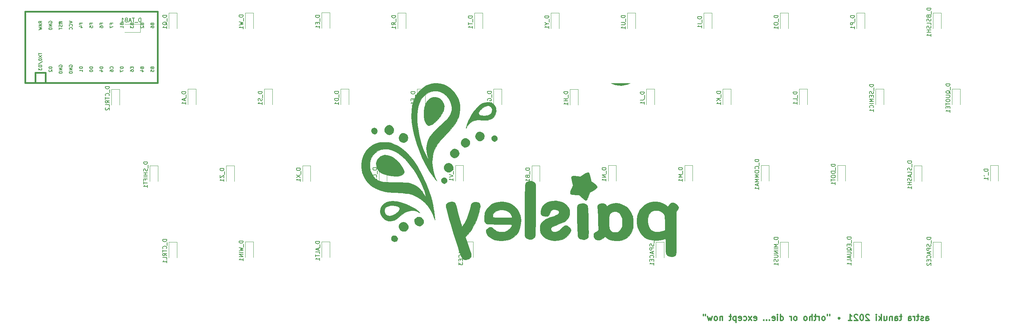
<source format=gbr>
G04 #@! TF.GenerationSoftware,KiCad,Pcbnew,(5.1.9-0-10_14)*
G04 #@! TF.CreationDate,2021-07-01T09:13:36-05:00*
G04 #@! TF.ProjectId,keyboard,6b657962-6f61-4726-942e-6b696361645f,rev?*
G04 #@! TF.SameCoordinates,Original*
G04 #@! TF.FileFunction,Legend,Bot*
G04 #@! TF.FilePolarity,Positive*
%FSLAX46Y46*%
G04 Gerber Fmt 4.6, Leading zero omitted, Abs format (unit mm)*
G04 Created by KiCad (PCBNEW (5.1.9-0-10_14)) date 2021-07-01 09:13:36*
%MOMM*%
%LPD*%
G01*
G04 APERTURE LIST*
%ADD10C,0.300000*%
%ADD11C,0.010000*%
%ADD12C,0.381000*%
%ADD13C,0.150000*%
%ADD14C,0.120000*%
G04 APERTURE END LIST*
D10*
X248835157Y-97509971D02*
X248835157Y-96724257D01*
X248906585Y-96581400D01*
X249049442Y-96509971D01*
X249335157Y-96509971D01*
X249478014Y-96581400D01*
X248835157Y-97438542D02*
X248978014Y-97509971D01*
X249335157Y-97509971D01*
X249478014Y-97438542D01*
X249549442Y-97295685D01*
X249549442Y-97152828D01*
X249478014Y-97009971D01*
X249335157Y-96938542D01*
X248978014Y-96938542D01*
X248835157Y-96867114D01*
X248192300Y-97438542D02*
X248049442Y-97509971D01*
X247763728Y-97509971D01*
X247620871Y-97438542D01*
X247549442Y-97295685D01*
X247549442Y-97224257D01*
X247620871Y-97081400D01*
X247763728Y-97009971D01*
X247978014Y-97009971D01*
X248120871Y-96938542D01*
X248192300Y-96795685D01*
X248192300Y-96724257D01*
X248120871Y-96581400D01*
X247978014Y-96509971D01*
X247763728Y-96509971D01*
X247620871Y-96581400D01*
X247120871Y-96509971D02*
X246549442Y-96509971D01*
X246906585Y-96009971D02*
X246906585Y-97295685D01*
X246835157Y-97438542D01*
X246692300Y-97509971D01*
X246549442Y-97509971D01*
X246049442Y-97509971D02*
X246049442Y-96509971D01*
X246049442Y-96795685D02*
X245978014Y-96652828D01*
X245906585Y-96581400D01*
X245763728Y-96509971D01*
X245620871Y-96509971D01*
X244478014Y-97509971D02*
X244478014Y-96724257D01*
X244549442Y-96581400D01*
X244692300Y-96509971D01*
X244978014Y-96509971D01*
X245120871Y-96581400D01*
X244478014Y-97438542D02*
X244620871Y-97509971D01*
X244978014Y-97509971D01*
X245120871Y-97438542D01*
X245192300Y-97295685D01*
X245192300Y-97152828D01*
X245120871Y-97009971D01*
X244978014Y-96938542D01*
X244620871Y-96938542D01*
X244478014Y-96867114D01*
X242835157Y-96509971D02*
X242263728Y-96509971D01*
X242620871Y-96009971D02*
X242620871Y-97295685D01*
X242549442Y-97438542D01*
X242406585Y-97509971D01*
X242263728Y-97509971D01*
X241120871Y-97509971D02*
X241120871Y-96724257D01*
X241192300Y-96581400D01*
X241335157Y-96509971D01*
X241620871Y-96509971D01*
X241763728Y-96581400D01*
X241120871Y-97438542D02*
X241263728Y-97509971D01*
X241620871Y-97509971D01*
X241763728Y-97438542D01*
X241835157Y-97295685D01*
X241835157Y-97152828D01*
X241763728Y-97009971D01*
X241620871Y-96938542D01*
X241263728Y-96938542D01*
X241120871Y-96867114D01*
X240406585Y-96509971D02*
X240406585Y-97509971D01*
X240406585Y-96652828D02*
X240335157Y-96581400D01*
X240192300Y-96509971D01*
X239978014Y-96509971D01*
X239835157Y-96581400D01*
X239763728Y-96724257D01*
X239763728Y-97509971D01*
X238406585Y-96509971D02*
X238406585Y-97509971D01*
X239049442Y-96509971D02*
X239049442Y-97295685D01*
X238978014Y-97438542D01*
X238835157Y-97509971D01*
X238620871Y-97509971D01*
X238478014Y-97438542D01*
X238406585Y-97367114D01*
X237692300Y-97509971D02*
X237692300Y-96009971D01*
X237549442Y-96938542D02*
X237120871Y-97509971D01*
X237120871Y-96509971D02*
X237692300Y-97081400D01*
X236478014Y-97509971D02*
X236478014Y-96509971D01*
X236478014Y-96009971D02*
X236549442Y-96081400D01*
X236478014Y-96152828D01*
X236406585Y-96081400D01*
X236478014Y-96009971D01*
X236478014Y-96152828D01*
X234692300Y-96152828D02*
X234620871Y-96081400D01*
X234478014Y-96009971D01*
X234120871Y-96009971D01*
X233978014Y-96081400D01*
X233906585Y-96152828D01*
X233835157Y-96295685D01*
X233835157Y-96438542D01*
X233906585Y-96652828D01*
X234763728Y-97509971D01*
X233835157Y-97509971D01*
X232906585Y-96009971D02*
X232763728Y-96009971D01*
X232620871Y-96081400D01*
X232549442Y-96152828D01*
X232478014Y-96295685D01*
X232406585Y-96581400D01*
X232406585Y-96938542D01*
X232478014Y-97224257D01*
X232549442Y-97367114D01*
X232620871Y-97438542D01*
X232763728Y-97509971D01*
X232906585Y-97509971D01*
X233049442Y-97438542D01*
X233120871Y-97367114D01*
X233192300Y-97224257D01*
X233263728Y-96938542D01*
X233263728Y-96581400D01*
X233192300Y-96295685D01*
X233120871Y-96152828D01*
X233049442Y-96081400D01*
X232906585Y-96009971D01*
X231835157Y-96152828D02*
X231763728Y-96081400D01*
X231620871Y-96009971D01*
X231263728Y-96009971D01*
X231120871Y-96081400D01*
X231049442Y-96152828D01*
X230978014Y-96295685D01*
X230978014Y-96438542D01*
X231049442Y-96652828D01*
X231906585Y-97509971D01*
X230978014Y-97509971D01*
X229549442Y-97509971D02*
X230406585Y-97509971D01*
X229978014Y-97509971D02*
X229978014Y-96009971D01*
X230120871Y-96224257D01*
X230263728Y-96367114D01*
X230406585Y-96438542D01*
X227335157Y-96795685D02*
X227335157Y-97081400D01*
X227263728Y-97081400D02*
X227263728Y-96795685D01*
X227192300Y-96724257D02*
X227192300Y-97152828D01*
X227120871Y-97081400D02*
X227120871Y-96795685D01*
X227049442Y-96795685D02*
X227049442Y-97081400D01*
X227335157Y-97009971D02*
X227192300Y-97152828D01*
X227049442Y-97009971D01*
X227335157Y-96867114D02*
X227192300Y-96724257D01*
X227049442Y-96867114D01*
X227335157Y-96795685D02*
X227192300Y-96724257D01*
X227049442Y-96795685D01*
X226978014Y-96938542D01*
X227049442Y-97081400D01*
X227192300Y-97152828D01*
X227335157Y-97081400D01*
X227406585Y-96938542D01*
X227335157Y-96795685D01*
X224835157Y-96009971D02*
X224835157Y-96295685D01*
X224263728Y-96009971D02*
X224263728Y-96295685D01*
X223406585Y-97509971D02*
X223549442Y-97438542D01*
X223620871Y-97367114D01*
X223692300Y-97224257D01*
X223692300Y-96795685D01*
X223620871Y-96652828D01*
X223549442Y-96581400D01*
X223406585Y-96509971D01*
X223192300Y-96509971D01*
X223049442Y-96581400D01*
X222978014Y-96652828D01*
X222906585Y-96795685D01*
X222906585Y-97224257D01*
X222978014Y-97367114D01*
X223049442Y-97438542D01*
X223192300Y-97509971D01*
X223406585Y-97509971D01*
X222263728Y-97509971D02*
X222263728Y-96509971D01*
X222263728Y-96795685D02*
X222192300Y-96652828D01*
X222120871Y-96581400D01*
X221978014Y-96509971D01*
X221835157Y-96509971D01*
X221549442Y-96509971D02*
X220978014Y-96509971D01*
X221335157Y-96009971D02*
X221335157Y-97295685D01*
X221263728Y-97438542D01*
X221120871Y-97509971D01*
X220978014Y-97509971D01*
X220478014Y-97509971D02*
X220478014Y-96009971D01*
X219835157Y-97509971D02*
X219835157Y-96724257D01*
X219906585Y-96581400D01*
X220049442Y-96509971D01*
X220263728Y-96509971D01*
X220406585Y-96581400D01*
X220478014Y-96652828D01*
X218906585Y-97509971D02*
X219049442Y-97438542D01*
X219120871Y-97367114D01*
X219192300Y-97224257D01*
X219192300Y-96795685D01*
X219120871Y-96652828D01*
X219049442Y-96581400D01*
X218906585Y-96509971D01*
X218692300Y-96509971D01*
X218549442Y-96581400D01*
X218478014Y-96652828D01*
X218406585Y-96795685D01*
X218406585Y-97224257D01*
X218478014Y-97367114D01*
X218549442Y-97438542D01*
X218692300Y-97509971D01*
X218906585Y-97509971D01*
X216406585Y-97509971D02*
X216549442Y-97438542D01*
X216620871Y-97367114D01*
X216692300Y-97224257D01*
X216692300Y-96795685D01*
X216620871Y-96652828D01*
X216549442Y-96581400D01*
X216406585Y-96509971D01*
X216192300Y-96509971D01*
X216049442Y-96581400D01*
X215978014Y-96652828D01*
X215906585Y-96795685D01*
X215906585Y-97224257D01*
X215978014Y-97367114D01*
X216049442Y-97438542D01*
X216192300Y-97509971D01*
X216406585Y-97509971D01*
X215263728Y-97509971D02*
X215263728Y-96509971D01*
X215263728Y-96795685D02*
X215192300Y-96652828D01*
X215120871Y-96581400D01*
X214978014Y-96509971D01*
X214835157Y-96509971D01*
X212549442Y-97509971D02*
X212549442Y-96009971D01*
X212549442Y-97438542D02*
X212692300Y-97509971D01*
X212978014Y-97509971D01*
X213120871Y-97438542D01*
X213192300Y-97367114D01*
X213263728Y-97224257D01*
X213263728Y-96795685D01*
X213192300Y-96652828D01*
X213120871Y-96581400D01*
X212978014Y-96509971D01*
X212692300Y-96509971D01*
X212549442Y-96581400D01*
X211835157Y-97509971D02*
X211835157Y-96509971D01*
X211835157Y-96009971D02*
X211906585Y-96081400D01*
X211835157Y-96152828D01*
X211763728Y-96081400D01*
X211835157Y-96009971D01*
X211835157Y-96152828D01*
X210549442Y-97438542D02*
X210692300Y-97509971D01*
X210978014Y-97509971D01*
X211120871Y-97438542D01*
X211192300Y-97295685D01*
X211192300Y-96724257D01*
X211120871Y-96581400D01*
X210978014Y-96509971D01*
X210692300Y-96509971D01*
X210549442Y-96581400D01*
X210478014Y-96724257D01*
X210478014Y-96867114D01*
X211192300Y-97009971D01*
X209835157Y-97367114D02*
X209763728Y-97438542D01*
X209835157Y-97509971D01*
X209906585Y-97438542D01*
X209835157Y-97367114D01*
X209835157Y-97509971D01*
X209120871Y-97367114D02*
X209049442Y-97438542D01*
X209120871Y-97509971D01*
X209192300Y-97438542D01*
X209120871Y-97367114D01*
X209120871Y-97509971D01*
X208406585Y-97367114D02*
X208335157Y-97438542D01*
X208406585Y-97509971D01*
X208478014Y-97438542D01*
X208406585Y-97367114D01*
X208406585Y-97509971D01*
X205978014Y-97438542D02*
X206120871Y-97509971D01*
X206406585Y-97509971D01*
X206549442Y-97438542D01*
X206620871Y-97295685D01*
X206620871Y-96724257D01*
X206549442Y-96581400D01*
X206406585Y-96509971D01*
X206120871Y-96509971D01*
X205978014Y-96581400D01*
X205906585Y-96724257D01*
X205906585Y-96867114D01*
X206620871Y-97009971D01*
X205406585Y-97509971D02*
X204620871Y-96509971D01*
X205406585Y-96509971D02*
X204620871Y-97509971D01*
X203406585Y-97438542D02*
X203549442Y-97509971D01*
X203835157Y-97509971D01*
X203978014Y-97438542D01*
X204049442Y-97367114D01*
X204120871Y-97224257D01*
X204120871Y-96795685D01*
X204049442Y-96652828D01*
X203978014Y-96581400D01*
X203835157Y-96509971D01*
X203549442Y-96509971D01*
X203406585Y-96581400D01*
X202192300Y-97438542D02*
X202335157Y-97509971D01*
X202620871Y-97509971D01*
X202763728Y-97438542D01*
X202835157Y-97295685D01*
X202835157Y-96724257D01*
X202763728Y-96581400D01*
X202620871Y-96509971D01*
X202335157Y-96509971D01*
X202192300Y-96581400D01*
X202120871Y-96724257D01*
X202120871Y-96867114D01*
X202835157Y-97009971D01*
X201478014Y-96509971D02*
X201478014Y-98009971D01*
X201478014Y-96581400D02*
X201335157Y-96509971D01*
X201049442Y-96509971D01*
X200906585Y-96581400D01*
X200835157Y-96652828D01*
X200763728Y-96795685D01*
X200763728Y-97224257D01*
X200835157Y-97367114D01*
X200906585Y-97438542D01*
X201049442Y-97509971D01*
X201335157Y-97509971D01*
X201478014Y-97438542D01*
X200335157Y-96509971D02*
X199763728Y-96509971D01*
X200120871Y-96009971D02*
X200120871Y-97295685D01*
X200049442Y-97438542D01*
X199906585Y-97509971D01*
X199763728Y-97509971D01*
X198120871Y-96509971D02*
X198120871Y-97509971D01*
X198120871Y-96652828D02*
X198049442Y-96581400D01*
X197906585Y-96509971D01*
X197692300Y-96509971D01*
X197549442Y-96581400D01*
X197478014Y-96724257D01*
X197478014Y-97509971D01*
X196549442Y-97509971D02*
X196692300Y-97438542D01*
X196763728Y-97367114D01*
X196835157Y-97224257D01*
X196835157Y-96795685D01*
X196763728Y-96652828D01*
X196692300Y-96581400D01*
X196549442Y-96509971D01*
X196335157Y-96509971D01*
X196192300Y-96581400D01*
X196120871Y-96652828D01*
X196049442Y-96795685D01*
X196049442Y-97224257D01*
X196120871Y-97367114D01*
X196192300Y-97438542D01*
X196335157Y-97509971D01*
X196549442Y-97509971D01*
X195549442Y-96509971D02*
X195263728Y-97509971D01*
X194978014Y-96795685D01*
X194692300Y-97509971D01*
X194406585Y-96509971D01*
X193906585Y-96009971D02*
X193906585Y-96295685D01*
X193335157Y-96009971D02*
X193335157Y-96295685D01*
D11*
G36*
X126029149Y-41812243D02*
G01*
X125451274Y-41975806D01*
X124942430Y-42291209D01*
X124506362Y-42755493D01*
X124146816Y-43365703D01*
X123907359Y-43986702D01*
X123828663Y-44258493D01*
X123773755Y-44515079D01*
X123738548Y-44796650D01*
X123718953Y-45143395D01*
X123710880Y-45595502D01*
X123709867Y-45927867D01*
X123712725Y-46453969D01*
X123723958Y-46849019D01*
X123747553Y-47151244D01*
X123787498Y-47398868D01*
X123847782Y-47630116D01*
X123905996Y-47807871D01*
X124109993Y-48259110D01*
X124365015Y-48604408D01*
X124650745Y-48822141D01*
X124923856Y-48891200D01*
X125127241Y-48853702D01*
X125406880Y-48756918D01*
X125619410Y-48661731D01*
X125942793Y-48458225D01*
X126329158Y-48148947D01*
X126744481Y-47766919D01*
X127154740Y-47345163D01*
X127525912Y-46916702D01*
X127809962Y-46535573D01*
X128255980Y-45801422D01*
X128557023Y-45137267D01*
X128715904Y-44530446D01*
X128735435Y-43968294D01*
X128618427Y-43438149D01*
X128540469Y-43246209D01*
X128199312Y-42665330D01*
X127773974Y-42230850D01*
X127265290Y-41943412D01*
X126674096Y-41803664D01*
X126672307Y-41803478D01*
X126029149Y-41812243D01*
G37*
X126029149Y-41812243D02*
X125451274Y-41975806D01*
X124942430Y-42291209D01*
X124506362Y-42755493D01*
X124146816Y-43365703D01*
X123907359Y-43986702D01*
X123828663Y-44258493D01*
X123773755Y-44515079D01*
X123738548Y-44796650D01*
X123718953Y-45143395D01*
X123710880Y-45595502D01*
X123709867Y-45927867D01*
X123712725Y-46453969D01*
X123723958Y-46849019D01*
X123747553Y-47151244D01*
X123787498Y-47398868D01*
X123847782Y-47630116D01*
X123905996Y-47807871D01*
X124109993Y-48259110D01*
X124365015Y-48604408D01*
X124650745Y-48822141D01*
X124923856Y-48891200D01*
X125127241Y-48853702D01*
X125406880Y-48756918D01*
X125619410Y-48661731D01*
X125942793Y-48458225D01*
X126329158Y-48148947D01*
X126744481Y-47766919D01*
X127154740Y-47345163D01*
X127525912Y-46916702D01*
X127809962Y-46535573D01*
X128255980Y-45801422D01*
X128557023Y-45137267D01*
X128715904Y-44530446D01*
X128735435Y-43968294D01*
X128618427Y-43438149D01*
X128540469Y-43246209D01*
X128199312Y-42665330D01*
X127773974Y-42230850D01*
X127265290Y-41943412D01*
X126674096Y-41803664D01*
X126672307Y-41803478D01*
X126029149Y-41812243D01*
G36*
X113325074Y-56346417D02*
G01*
X112802035Y-56633391D01*
X112637711Y-56766007D01*
X112193459Y-57238569D01*
X111912541Y-57737791D01*
X111789288Y-58279768D01*
X111818032Y-58880592D01*
X111843726Y-59020020D01*
X112008740Y-59577562D01*
X112263975Y-60037092D01*
X112628862Y-60418787D01*
X113122830Y-60742827D01*
X113765310Y-61029387D01*
X113786356Y-61037342D01*
X114375063Y-61218737D01*
X115046409Y-61359562D01*
X115753652Y-61455295D01*
X116450049Y-61501413D01*
X117088858Y-61493393D01*
X117623338Y-61426712D01*
X117680118Y-61414113D01*
X118136799Y-61253314D01*
X118481148Y-61020924D01*
X118693872Y-60734214D01*
X118756867Y-60450289D01*
X118696603Y-60106100D01*
X118527865Y-59679777D01*
X118268735Y-59201691D01*
X117937294Y-58702214D01*
X117551625Y-58211716D01*
X117192101Y-57821965D01*
X116503538Y-57205299D01*
X115821211Y-56734289D01*
X115153661Y-56410916D01*
X114509427Y-56237159D01*
X113897051Y-56214999D01*
X113325074Y-56346417D01*
G37*
X113325074Y-56346417D02*
X112802035Y-56633391D01*
X112637711Y-56766007D01*
X112193459Y-57238569D01*
X111912541Y-57737791D01*
X111789288Y-58279768D01*
X111818032Y-58880592D01*
X111843726Y-59020020D01*
X112008740Y-59577562D01*
X112263975Y-60037092D01*
X112628862Y-60418787D01*
X113122830Y-60742827D01*
X113765310Y-61029387D01*
X113786356Y-61037342D01*
X114375063Y-61218737D01*
X115046409Y-61359562D01*
X115753652Y-61455295D01*
X116450049Y-61501413D01*
X117088858Y-61493393D01*
X117623338Y-61426712D01*
X117680118Y-61414113D01*
X118136799Y-61253314D01*
X118481148Y-61020924D01*
X118693872Y-60734214D01*
X118756867Y-60450289D01*
X118696603Y-60106100D01*
X118527865Y-59679777D01*
X118268735Y-59201691D01*
X117937294Y-58702214D01*
X117551625Y-58211716D01*
X117192101Y-57821965D01*
X116503538Y-57205299D01*
X115821211Y-56734289D01*
X115153661Y-56410916D01*
X114509427Y-56237159D01*
X113897051Y-56214999D01*
X113325074Y-56346417D01*
G36*
X172731867Y-38319618D02*
G01*
X170361200Y-38322135D01*
X170726404Y-38489880D01*
X171406892Y-38724762D01*
X172168923Y-38855313D01*
X172956707Y-38876265D01*
X173714455Y-38782352D01*
X173747867Y-38775140D01*
X174115355Y-38679710D01*
X174495194Y-38559079D01*
X174679200Y-38490155D01*
X175102533Y-38317100D01*
X172731867Y-38319618D01*
G37*
X172731867Y-38319618D02*
X170361200Y-38322135D01*
X170726404Y-38489880D01*
X171406892Y-38724762D01*
X172168923Y-38855313D01*
X172956707Y-38876265D01*
X173714455Y-38782352D01*
X173747867Y-38775140D01*
X174115355Y-38679710D01*
X174495194Y-38559079D01*
X174679200Y-38490155D01*
X175102533Y-38317100D01*
X172731867Y-38319618D01*
G36*
X138905259Y-43113881D02*
G01*
X138275554Y-43341105D01*
X138243905Y-43356364D01*
X137720694Y-43682209D01*
X137174880Y-44151219D01*
X136623380Y-44741904D01*
X136083109Y-45432771D01*
X135570985Y-46202330D01*
X135103925Y-47029088D01*
X134728029Y-47823013D01*
X134605403Y-48130791D01*
X134482072Y-48477667D01*
X134368682Y-48828053D01*
X134275876Y-49146358D01*
X134214300Y-49396994D01*
X134194598Y-49544370D01*
X134205948Y-49568533D01*
X134253769Y-49499434D01*
X134353830Y-49319344D01*
X134468759Y-49097975D01*
X134841880Y-48544713D01*
X135346819Y-48093271D01*
X135976431Y-47748708D01*
X136693814Y-47522661D01*
X136946463Y-47479957D01*
X137232723Y-47463823D01*
X137593529Y-47474344D01*
X138069816Y-47511608D01*
X138219493Y-47525871D01*
X138665299Y-47567988D01*
X138988086Y-47590168D01*
X139233317Y-47589447D01*
X139446451Y-47562860D01*
X139672952Y-47507444D01*
X139958281Y-47420234D01*
X139989172Y-47410480D01*
X140529043Y-47204028D01*
X140930158Y-46957238D01*
X141222648Y-46642051D01*
X141436644Y-46230412D01*
X141522764Y-45982448D01*
X141646197Y-45518791D01*
X141693470Y-45144119D01*
X141679105Y-44947549D01*
X140679201Y-44947549D01*
X140661553Y-45338612D01*
X140529176Y-45705333D01*
X140281588Y-46010054D01*
X140075992Y-46148259D01*
X139793607Y-46281454D01*
X139536198Y-46363839D01*
X139249863Y-46404943D01*
X138880702Y-46414295D01*
X138602325Y-46408780D01*
X138161815Y-46384734D01*
X137855021Y-46338225D01*
X137647127Y-46263272D01*
X137602941Y-46237058D01*
X137381951Y-46034856D01*
X137305809Y-45803197D01*
X137376347Y-45528941D01*
X137595395Y-45198949D01*
X137776313Y-44992700D01*
X138298354Y-44517164D01*
X138851317Y-44163994D01*
X139349509Y-43968734D01*
X139619649Y-43910369D01*
X139816161Y-43917023D01*
X140023513Y-43993065D01*
X140048589Y-44004888D01*
X140372238Y-44243029D01*
X140582602Y-44569802D01*
X140679201Y-44947549D01*
X141679105Y-44947549D01*
X141668178Y-44798042D01*
X141608706Y-44538599D01*
X141381473Y-44002750D01*
X141039465Y-43577322D01*
X140601762Y-43269017D01*
X140087442Y-43084540D01*
X139515581Y-43030594D01*
X138905259Y-43113881D01*
G37*
X138905259Y-43113881D02*
X138275554Y-43341105D01*
X138243905Y-43356364D01*
X137720694Y-43682209D01*
X137174880Y-44151219D01*
X136623380Y-44741904D01*
X136083109Y-45432771D01*
X135570985Y-46202330D01*
X135103925Y-47029088D01*
X134728029Y-47823013D01*
X134605403Y-48130791D01*
X134482072Y-48477667D01*
X134368682Y-48828053D01*
X134275876Y-49146358D01*
X134214300Y-49396994D01*
X134194598Y-49544370D01*
X134205948Y-49568533D01*
X134253769Y-49499434D01*
X134353830Y-49319344D01*
X134468759Y-49097975D01*
X134841880Y-48544713D01*
X135346819Y-48093271D01*
X135976431Y-47748708D01*
X136693814Y-47522661D01*
X136946463Y-47479957D01*
X137232723Y-47463823D01*
X137593529Y-47474344D01*
X138069816Y-47511608D01*
X138219493Y-47525871D01*
X138665299Y-47567988D01*
X138988086Y-47590168D01*
X139233317Y-47589447D01*
X139446451Y-47562860D01*
X139672952Y-47507444D01*
X139958281Y-47420234D01*
X139989172Y-47410480D01*
X140529043Y-47204028D01*
X140930158Y-46957238D01*
X141222648Y-46642051D01*
X141436644Y-46230412D01*
X141522764Y-45982448D01*
X141646197Y-45518791D01*
X141693470Y-45144119D01*
X141679105Y-44947549D01*
X140679201Y-44947549D01*
X140661553Y-45338612D01*
X140529176Y-45705333D01*
X140281588Y-46010054D01*
X140075992Y-46148259D01*
X139793607Y-46281454D01*
X139536198Y-46363839D01*
X139249863Y-46404943D01*
X138880702Y-46414295D01*
X138602325Y-46408780D01*
X138161815Y-46384734D01*
X137855021Y-46338225D01*
X137647127Y-46263272D01*
X137602941Y-46237058D01*
X137381951Y-46034856D01*
X137305809Y-45803197D01*
X137376347Y-45528941D01*
X137595395Y-45198949D01*
X137776313Y-44992700D01*
X138298354Y-44517164D01*
X138851317Y-44163994D01*
X139349509Y-43968734D01*
X139619649Y-43910369D01*
X139816161Y-43917023D01*
X140023513Y-43993065D01*
X140048589Y-44004888D01*
X140372238Y-44243029D01*
X140582602Y-44569802D01*
X140679201Y-44947549D01*
X141679105Y-44947549D01*
X141668178Y-44798042D01*
X141608706Y-44538599D01*
X141381473Y-44002750D01*
X141039465Y-43577322D01*
X140601762Y-43269017D01*
X140087442Y-43084540D01*
X139515581Y-43030594D01*
X138905259Y-43113881D01*
G36*
X111053890Y-49456448D02*
G01*
X110804778Y-49612836D01*
X110622140Y-49862962D01*
X110544692Y-50169207D01*
X110544200Y-50195685D01*
X110614553Y-50513904D01*
X110799457Y-50782780D01*
X111059680Y-50972453D01*
X111355990Y-51053064D01*
X111614641Y-51010403D01*
X111865121Y-50822376D01*
X112026455Y-50530392D01*
X112068200Y-50270697D01*
X111992381Y-49973857D01*
X111795098Y-49698932D01*
X111521615Y-49497435D01*
X111330759Y-49431418D01*
X111053890Y-49456448D01*
G37*
X111053890Y-49456448D02*
X110804778Y-49612836D01*
X110622140Y-49862962D01*
X110544692Y-50169207D01*
X110544200Y-50195685D01*
X110614553Y-50513904D01*
X110799457Y-50782780D01*
X111059680Y-50972453D01*
X111355990Y-51053064D01*
X111614641Y-51010403D01*
X111865121Y-50822376D01*
X112026455Y-50530392D01*
X112068200Y-50270697D01*
X111992381Y-49973857D01*
X111795098Y-49698932D01*
X111521615Y-49497435D01*
X111330759Y-49431418D01*
X111053890Y-49456448D01*
G36*
X114681828Y-48800246D02*
G01*
X114350917Y-48965388D01*
X114084737Y-49241748D01*
X113913820Y-49617302D01*
X113874083Y-49834028D01*
X113905623Y-50249840D01*
X114069896Y-50615342D01*
X114337145Y-50907388D01*
X114677611Y-51102834D01*
X115061535Y-51178534D01*
X115459160Y-51111343D01*
X115497200Y-51096425D01*
X115822198Y-50879403D01*
X116038313Y-50565016D01*
X116140851Y-50189385D01*
X116125119Y-49788629D01*
X115986423Y-49398870D01*
X115757617Y-49092350D01*
X115415710Y-48851704D01*
X115046936Y-48758344D01*
X114681828Y-48800246D01*
G37*
X114681828Y-48800246D02*
X114350917Y-48965388D01*
X114084737Y-49241748D01*
X113913820Y-49617302D01*
X113874083Y-49834028D01*
X113905623Y-50249840D01*
X114069896Y-50615342D01*
X114337145Y-50907388D01*
X114677611Y-51102834D01*
X115061535Y-51178534D01*
X115459160Y-51111343D01*
X115497200Y-51096425D01*
X115822198Y-50879403D01*
X116038313Y-50565016D01*
X116140851Y-50189385D01*
X116125119Y-49788629D01*
X115986423Y-49398870D01*
X115757617Y-49092350D01*
X115415710Y-48851704D01*
X115046936Y-48758344D01*
X114681828Y-48800246D01*
G36*
X137472369Y-50438716D02*
G01*
X137181734Y-50532621D01*
X136844964Y-50759667D01*
X136611918Y-51095170D01*
X136510721Y-51496063D01*
X136508645Y-51563245D01*
X136582537Y-51968395D01*
X136782627Y-52301339D01*
X137076530Y-52543519D01*
X137431863Y-52676379D01*
X137816243Y-52681362D01*
X138197286Y-52539910D01*
X138204923Y-52535294D01*
X138505590Y-52265018D01*
X138682323Y-51922377D01*
X138736720Y-51545341D01*
X138670382Y-51171879D01*
X138484907Y-50839961D01*
X138181896Y-50587556D01*
X138121567Y-50556590D01*
X137780789Y-50436287D01*
X137472369Y-50438716D01*
G37*
X137472369Y-50438716D02*
X137181734Y-50532621D01*
X136844964Y-50759667D01*
X136611918Y-51095170D01*
X136510721Y-51496063D01*
X136508645Y-51563245D01*
X136582537Y-51968395D01*
X136782627Y-52301339D01*
X137076530Y-52543519D01*
X137431863Y-52676379D01*
X137816243Y-52681362D01*
X138197286Y-52539910D01*
X138204923Y-52535294D01*
X138505590Y-52265018D01*
X138682323Y-51922377D01*
X138736720Y-51545341D01*
X138670382Y-51171879D01*
X138484907Y-50839961D01*
X138181896Y-50587556D01*
X138121567Y-50556590D01*
X137780789Y-50436287D01*
X137472369Y-50438716D01*
G36*
X140878445Y-51453636D02*
G01*
X140671417Y-51639622D01*
X140539497Y-51883251D01*
X140505407Y-52157222D01*
X140591870Y-52434236D01*
X140776696Y-52651340D01*
X141068574Y-52829026D01*
X141356686Y-52847778D01*
X141626345Y-52743564D01*
X141871016Y-52525944D01*
X141991647Y-52237008D01*
X141984474Y-51924629D01*
X141845736Y-51636684D01*
X141722934Y-51514527D01*
X141426926Y-51363788D01*
X141137855Y-51352591D01*
X140878445Y-51453636D01*
G37*
X140878445Y-51453636D02*
X140671417Y-51639622D01*
X140539497Y-51883251D01*
X140505407Y-52157222D01*
X140591870Y-52434236D01*
X140776696Y-52651340D01*
X141068574Y-52829026D01*
X141356686Y-52847778D01*
X141626345Y-52743564D01*
X141871016Y-52525944D01*
X141991647Y-52237008D01*
X141984474Y-51924629D01*
X141845736Y-51636684D01*
X141722934Y-51514527D01*
X141426926Y-51363788D01*
X141137855Y-51352591D01*
X140878445Y-51453636D01*
G36*
X118310571Y-50801053D02*
G01*
X117950464Y-50958808D01*
X117657695Y-51235769D01*
X117480437Y-51577684D01*
X117421837Y-51984421D01*
X117502328Y-52360067D01*
X117695450Y-52682799D01*
X117974741Y-52930796D01*
X118313741Y-53082235D01*
X118685989Y-53115294D01*
X119065025Y-53008152D01*
X119154923Y-52958628D01*
X119452457Y-52688002D01*
X119628638Y-52339239D01*
X119684706Y-51951013D01*
X119621902Y-51561994D01*
X119441467Y-51210856D01*
X119144641Y-50936272D01*
X119088992Y-50903435D01*
X118702064Y-50777572D01*
X118310571Y-50801053D01*
G37*
X118310571Y-50801053D02*
X117950464Y-50958808D01*
X117657695Y-51235769D01*
X117480437Y-51577684D01*
X117421837Y-51984421D01*
X117502328Y-52360067D01*
X117695450Y-52682799D01*
X117974741Y-52930796D01*
X118313741Y-53082235D01*
X118685989Y-53115294D01*
X119065025Y-53008152D01*
X119154923Y-52958628D01*
X119452457Y-52688002D01*
X119628638Y-52339239D01*
X119684706Y-51951013D01*
X119621902Y-51561994D01*
X119441467Y-51210856D01*
X119144641Y-50936272D01*
X119088992Y-50903435D01*
X118702064Y-50777572D01*
X118310571Y-50801053D01*
G36*
X133484564Y-52177584D02*
G01*
X133184839Y-52423640D01*
X133050909Y-52621754D01*
X132920612Y-53024840D01*
X132940132Y-53429251D01*
X133098317Y-53796401D01*
X133384015Y-54087701D01*
X133494088Y-54155158D01*
X133869408Y-54289342D01*
X134239900Y-54269498D01*
X134469714Y-54189520D01*
X134793378Y-53969809D01*
X135027013Y-53655863D01*
X135150209Y-53292779D01*
X135142558Y-52925656D01*
X135101069Y-52794402D01*
X134875566Y-52434317D01*
X134567109Y-52189725D01*
X134209753Y-52063494D01*
X133837553Y-52058491D01*
X133484564Y-52177584D01*
G37*
X133484564Y-52177584D02*
X133184839Y-52423640D01*
X133050909Y-52621754D01*
X132920612Y-53024840D01*
X132940132Y-53429251D01*
X133098317Y-53796401D01*
X133384015Y-54087701D01*
X133494088Y-54155158D01*
X133869408Y-54289342D01*
X134239900Y-54269498D01*
X134469714Y-54189520D01*
X134793378Y-53969809D01*
X135027013Y-53655863D01*
X135150209Y-53292779D01*
X135142558Y-52925656D01*
X135101069Y-52794402D01*
X134875566Y-52434317D01*
X134567109Y-52189725D01*
X134209753Y-52063494D01*
X133837553Y-52058491D01*
X133484564Y-52177584D01*
G36*
X130949009Y-54754284D02*
G01*
X130597935Y-54974871D01*
X130378484Y-55232554D01*
X130220831Y-55595917D01*
X130208183Y-55956616D01*
X130317401Y-56291943D01*
X130525347Y-56579191D01*
X130808882Y-56795652D01*
X131144868Y-56918619D01*
X131510166Y-56925384D01*
X131881639Y-56793241D01*
X131935550Y-56760620D01*
X132239399Y-56477049D01*
X132413564Y-56123114D01*
X132454289Y-55737796D01*
X132357816Y-55360076D01*
X132120389Y-55028933D01*
X132103919Y-55013535D01*
X131730479Y-54770001D01*
X131336016Y-54684788D01*
X130949009Y-54754284D01*
G37*
X130949009Y-54754284D02*
X130597935Y-54974871D01*
X130378484Y-55232554D01*
X130220831Y-55595917D01*
X130208183Y-55956616D01*
X130317401Y-56291943D01*
X130525347Y-56579191D01*
X130808882Y-56795652D01*
X131144868Y-56918619D01*
X131510166Y-56925384D01*
X131881639Y-56793241D01*
X131935550Y-56760620D01*
X132239399Y-56477049D01*
X132413564Y-56123114D01*
X132454289Y-55737796D01*
X132357816Y-55360076D01*
X132120389Y-55028933D01*
X132103919Y-55013535D01*
X131730479Y-54770001D01*
X131336016Y-54684788D01*
X130949009Y-54754284D01*
G36*
X129474669Y-58287542D02*
G01*
X129119841Y-58491126D01*
X128855055Y-58788554D01*
X128697856Y-59150951D01*
X128685775Y-59511805D01*
X128796043Y-59847469D01*
X129005893Y-60134295D01*
X129292558Y-60348634D01*
X129633271Y-60466839D01*
X130005265Y-60465263D01*
X130349658Y-60340965D01*
X130675929Y-60075166D01*
X130871802Y-59732230D01*
X130932299Y-59348793D01*
X130852437Y-58961493D01*
X130627237Y-58606966D01*
X130590590Y-58568745D01*
X130240269Y-58322523D01*
X129858220Y-58230064D01*
X129474669Y-58287542D01*
G37*
X129474669Y-58287542D02*
X129119841Y-58491126D01*
X128855055Y-58788554D01*
X128697856Y-59150951D01*
X128685775Y-59511805D01*
X128796043Y-59847469D01*
X129005893Y-60134295D01*
X129292558Y-60348634D01*
X129633271Y-60466839D01*
X130005265Y-60465263D01*
X130349658Y-60340965D01*
X130675929Y-60075166D01*
X130871802Y-59732230D01*
X130932299Y-59348793D01*
X130852437Y-58961493D01*
X130627237Y-58606966D01*
X130590590Y-58568745D01*
X130240269Y-58322523D01*
X129858220Y-58230064D01*
X129474669Y-58287542D01*
G36*
X126461533Y-38332559D02*
G01*
X125638952Y-38426058D01*
X124892827Y-38625156D01*
X124194343Y-38943588D01*
X123514684Y-39395086D01*
X122825034Y-39993386D01*
X122680714Y-40134513D01*
X122331307Y-40491247D01*
X122072426Y-40785050D01*
X121867990Y-41065441D01*
X121681921Y-41381939D01*
X121478139Y-41784063D01*
X121476692Y-41787037D01*
X121053691Y-42837499D01*
X120761753Y-43982716D01*
X120600848Y-45224748D01*
X120570948Y-46565653D01*
X120672023Y-48007489D01*
X120904043Y-49552315D01*
X121266979Y-51202189D01*
X121338352Y-51480480D01*
X121905975Y-53435646D01*
X122559350Y-55291469D01*
X123292677Y-57034682D01*
X124100152Y-58652014D01*
X124975972Y-60130198D01*
X125389501Y-60744533D01*
X125706134Y-61192860D01*
X126006909Y-61612617D01*
X126272077Y-61976710D01*
X126481891Y-62258043D01*
X126616602Y-62429523D01*
X126623700Y-62437867D01*
X126878542Y-62734200D01*
X126577093Y-62014533D01*
X126208550Y-60986814D01*
X125942077Y-59923296D01*
X125784349Y-58864311D01*
X125742042Y-57850195D01*
X125782156Y-57210835D01*
X125877007Y-56513903D01*
X126001748Y-55920672D01*
X126174412Y-55365924D01*
X126413035Y-54784441D01*
X126513128Y-54567509D01*
X126713480Y-54166677D01*
X126930504Y-53787430D01*
X127180092Y-53409450D01*
X127478134Y-53012422D01*
X127840523Y-52576027D01*
X128283150Y-52079949D01*
X128821906Y-51503870D01*
X129295453Y-51010362D01*
X130041087Y-50220687D01*
X130664970Y-49515347D01*
X131179280Y-48875059D01*
X131596198Y-48280544D01*
X131927903Y-47712521D01*
X132186576Y-47151709D01*
X132384396Y-46578826D01*
X132533544Y-45974593D01*
X132559576Y-45843200D01*
X132614363Y-45419442D01*
X132642582Y-44900888D01*
X132644023Y-44571654D01*
X130627007Y-44571654D01*
X130595206Y-45103165D01*
X130488604Y-45599698D01*
X130295090Y-46082005D01*
X130002551Y-46570839D01*
X129598875Y-47086949D01*
X129071948Y-47651090D01*
X128519212Y-48182847D01*
X127730295Y-48924421D01*
X127027525Y-49603588D01*
X126418701Y-50212263D01*
X125911627Y-50742361D01*
X125514102Y-51185796D01*
X125233928Y-51534485D01*
X125117265Y-51708488D01*
X124697078Y-52582543D01*
X124425940Y-53508756D01*
X124306517Y-54461978D01*
X124341475Y-55417055D01*
X124533481Y-56348837D01*
X124602557Y-56564260D01*
X124709843Y-56886661D01*
X124756850Y-57066834D01*
X124737326Y-57104351D01*
X124645017Y-56998785D01*
X124473670Y-56749711D01*
X124340189Y-56546353D01*
X124004344Y-55952659D01*
X123670721Y-55215301D01*
X123346837Y-54359865D01*
X123040210Y-53411938D01*
X122758358Y-52397105D01*
X122508799Y-51340953D01*
X122299051Y-50269069D01*
X122136631Y-49207037D01*
X122102484Y-48930571D01*
X121995121Y-47602184D01*
X121990831Y-46351530D01*
X122087989Y-45191337D01*
X122284973Y-44134335D01*
X122580159Y-43193252D01*
X122928093Y-42456533D01*
X123209828Y-42044333D01*
X123584583Y-41612912D01*
X124004800Y-41209632D01*
X124422924Y-40881859D01*
X124647539Y-40744048D01*
X125405909Y-40429627D01*
X126181670Y-40280332D01*
X126959119Y-40295396D01*
X127722555Y-40474054D01*
X128456276Y-40815540D01*
X128652991Y-40939387D01*
X129282713Y-41456425D01*
X129809941Y-42085876D01*
X130219069Y-42799022D01*
X130494489Y-43567145D01*
X130620594Y-44361526D01*
X130627007Y-44571654D01*
X132644023Y-44571654D01*
X132645030Y-44341719D01*
X132622502Y-43796118D01*
X132575793Y-43318267D01*
X132517938Y-43006867D01*
X132300552Y-42360979D01*
X131984506Y-41683584D01*
X131603651Y-41037568D01*
X131191840Y-40485820D01*
X131113079Y-40397041D01*
X130349763Y-39672390D01*
X129529947Y-39099029D01*
X128662427Y-38680862D01*
X127755999Y-38421792D01*
X126819460Y-38325724D01*
X126461533Y-38332559D01*
G37*
X126461533Y-38332559D02*
X125638952Y-38426058D01*
X124892827Y-38625156D01*
X124194343Y-38943588D01*
X123514684Y-39395086D01*
X122825034Y-39993386D01*
X122680714Y-40134513D01*
X122331307Y-40491247D01*
X122072426Y-40785050D01*
X121867990Y-41065441D01*
X121681921Y-41381939D01*
X121478139Y-41784063D01*
X121476692Y-41787037D01*
X121053691Y-42837499D01*
X120761753Y-43982716D01*
X120600848Y-45224748D01*
X120570948Y-46565653D01*
X120672023Y-48007489D01*
X120904043Y-49552315D01*
X121266979Y-51202189D01*
X121338352Y-51480480D01*
X121905975Y-53435646D01*
X122559350Y-55291469D01*
X123292677Y-57034682D01*
X124100152Y-58652014D01*
X124975972Y-60130198D01*
X125389501Y-60744533D01*
X125706134Y-61192860D01*
X126006909Y-61612617D01*
X126272077Y-61976710D01*
X126481891Y-62258043D01*
X126616602Y-62429523D01*
X126623700Y-62437867D01*
X126878542Y-62734200D01*
X126577093Y-62014533D01*
X126208550Y-60986814D01*
X125942077Y-59923296D01*
X125784349Y-58864311D01*
X125742042Y-57850195D01*
X125782156Y-57210835D01*
X125877007Y-56513903D01*
X126001748Y-55920672D01*
X126174412Y-55365924D01*
X126413035Y-54784441D01*
X126513128Y-54567509D01*
X126713480Y-54166677D01*
X126930504Y-53787430D01*
X127180092Y-53409450D01*
X127478134Y-53012422D01*
X127840523Y-52576027D01*
X128283150Y-52079949D01*
X128821906Y-51503870D01*
X129295453Y-51010362D01*
X130041087Y-50220687D01*
X130664970Y-49515347D01*
X131179280Y-48875059D01*
X131596198Y-48280544D01*
X131927903Y-47712521D01*
X132186576Y-47151709D01*
X132384396Y-46578826D01*
X132533544Y-45974593D01*
X132559576Y-45843200D01*
X132614363Y-45419442D01*
X132642582Y-44900888D01*
X132644023Y-44571654D01*
X130627007Y-44571654D01*
X130595206Y-45103165D01*
X130488604Y-45599698D01*
X130295090Y-46082005D01*
X130002551Y-46570839D01*
X129598875Y-47086949D01*
X129071948Y-47651090D01*
X128519212Y-48182847D01*
X127730295Y-48924421D01*
X127027525Y-49603588D01*
X126418701Y-50212263D01*
X125911627Y-50742361D01*
X125514102Y-51185796D01*
X125233928Y-51534485D01*
X125117265Y-51708488D01*
X124697078Y-52582543D01*
X124425940Y-53508756D01*
X124306517Y-54461978D01*
X124341475Y-55417055D01*
X124533481Y-56348837D01*
X124602557Y-56564260D01*
X124709843Y-56886661D01*
X124756850Y-57066834D01*
X124737326Y-57104351D01*
X124645017Y-56998785D01*
X124473670Y-56749711D01*
X124340189Y-56546353D01*
X124004344Y-55952659D01*
X123670721Y-55215301D01*
X123346837Y-54359865D01*
X123040210Y-53411938D01*
X122758358Y-52397105D01*
X122508799Y-51340953D01*
X122299051Y-50269069D01*
X122136631Y-49207037D01*
X122102484Y-48930571D01*
X121995121Y-47602184D01*
X121990831Y-46351530D01*
X122087989Y-45191337D01*
X122284973Y-44134335D01*
X122580159Y-43193252D01*
X122928093Y-42456533D01*
X123209828Y-42044333D01*
X123584583Y-41612912D01*
X124004800Y-41209632D01*
X124422924Y-40881859D01*
X124647539Y-40744048D01*
X125405909Y-40429627D01*
X126181670Y-40280332D01*
X126959119Y-40295396D01*
X127722555Y-40474054D01*
X128456276Y-40815540D01*
X128652991Y-40939387D01*
X129282713Y-41456425D01*
X129809941Y-42085876D01*
X130219069Y-42799022D01*
X130494489Y-43567145D01*
X130620594Y-44361526D01*
X130627007Y-44571654D01*
X132644023Y-44571654D01*
X132645030Y-44341719D01*
X132622502Y-43796118D01*
X132575793Y-43318267D01*
X132517938Y-43006867D01*
X132300552Y-42360979D01*
X131984506Y-41683584D01*
X131603651Y-41037568D01*
X131191840Y-40485820D01*
X131113079Y-40397041D01*
X130349763Y-39672390D01*
X129529947Y-39099029D01*
X128662427Y-38680862D01*
X127755999Y-38421792D01*
X126819460Y-38325724D01*
X126461533Y-38332559D01*
G36*
X128344568Y-61948592D02*
G01*
X128137301Y-62133895D01*
X128005422Y-62377279D01*
X127971574Y-62651540D01*
X128058399Y-62929475D01*
X128246030Y-63150007D01*
X128537907Y-63327692D01*
X128826019Y-63346444D01*
X129095678Y-63242230D01*
X129340349Y-63024611D01*
X129460980Y-62735674D01*
X129453807Y-62423296D01*
X129315069Y-62135351D01*
X129192267Y-62013194D01*
X128894694Y-61861038D01*
X128604580Y-61848572D01*
X128344568Y-61948592D01*
G37*
X128344568Y-61948592D02*
X128137301Y-62133895D01*
X128005422Y-62377279D01*
X127971574Y-62651540D01*
X128058399Y-62929475D01*
X128246030Y-63150007D01*
X128537907Y-63327692D01*
X128826019Y-63346444D01*
X129095678Y-63242230D01*
X129340349Y-63024611D01*
X129460980Y-62735674D01*
X129453807Y-62423296D01*
X129315069Y-62135351D01*
X129192267Y-62013194D01*
X128894694Y-61861038D01*
X128604580Y-61848572D01*
X128344568Y-61948592D01*
G36*
X164291051Y-60634440D02*
G01*
X163960866Y-60789058D01*
X163525586Y-61050523D01*
X163470538Y-61085941D01*
X162680765Y-61596681D01*
X161807501Y-61498418D01*
X161262968Y-61447086D01*
X160868909Y-61445813D01*
X160609653Y-61512699D01*
X160469530Y-61665847D01*
X160432869Y-61923357D01*
X160483998Y-62303329D01*
X160607248Y-62823867D01*
X160619401Y-62870765D01*
X160854006Y-63772957D01*
X160494428Y-64565912D01*
X160285377Y-65063607D01*
X160168237Y-65438553D01*
X160139650Y-65707993D01*
X160196262Y-65889170D01*
X160229166Y-65928699D01*
X160381034Y-65999548D01*
X160667426Y-66062757D01*
X161053556Y-66113352D01*
X161504634Y-66146356D01*
X161818789Y-66156055D01*
X162074075Y-66164393D01*
X162259676Y-66196271D01*
X162424540Y-66274696D01*
X162617612Y-66422674D01*
X162877122Y-66653507D01*
X163279838Y-67013546D01*
X163581919Y-67267176D01*
X163805032Y-67425104D01*
X163970844Y-67498037D01*
X164101023Y-67496680D01*
X164217237Y-67431740D01*
X164299649Y-67356418D01*
X164396479Y-67211628D01*
X164529783Y-66948880D01*
X164679547Y-66609849D01*
X164784029Y-66347949D01*
X165106961Y-65500929D01*
X165903747Y-65050044D01*
X166339886Y-64791060D01*
X166637776Y-64580852D01*
X166814965Y-64401848D01*
X166888999Y-64236479D01*
X166879089Y-64073390D01*
X166796514Y-63949423D01*
X166608658Y-63751282D01*
X166344686Y-63507739D01*
X166077643Y-63282795D01*
X165779494Y-63038961D01*
X165536997Y-62835262D01*
X165376396Y-62694112D01*
X165323533Y-62638729D01*
X165302277Y-62474806D01*
X165246240Y-62200160D01*
X165167023Y-61860562D01*
X165076225Y-61501786D01*
X164985447Y-61169603D01*
X164906288Y-60909785D01*
X164850349Y-60768105D01*
X164848859Y-60765700D01*
X164715265Y-60627357D01*
X164535923Y-60582072D01*
X164291051Y-60634440D01*
G37*
X164291051Y-60634440D02*
X163960866Y-60789058D01*
X163525586Y-61050523D01*
X163470538Y-61085941D01*
X162680765Y-61596681D01*
X161807501Y-61498418D01*
X161262968Y-61447086D01*
X160868909Y-61445813D01*
X160609653Y-61512699D01*
X160469530Y-61665847D01*
X160432869Y-61923357D01*
X160483998Y-62303329D01*
X160607248Y-62823867D01*
X160619401Y-62870765D01*
X160854006Y-63772957D01*
X160494428Y-64565912D01*
X160285377Y-65063607D01*
X160168237Y-65438553D01*
X160139650Y-65707993D01*
X160196262Y-65889170D01*
X160229166Y-65928699D01*
X160381034Y-65999548D01*
X160667426Y-66062757D01*
X161053556Y-66113352D01*
X161504634Y-66146356D01*
X161818789Y-66156055D01*
X162074075Y-66164393D01*
X162259676Y-66196271D01*
X162424540Y-66274696D01*
X162617612Y-66422674D01*
X162877122Y-66653507D01*
X163279838Y-67013546D01*
X163581919Y-67267176D01*
X163805032Y-67425104D01*
X163970844Y-67498037D01*
X164101023Y-67496680D01*
X164217237Y-67431740D01*
X164299649Y-67356418D01*
X164396479Y-67211628D01*
X164529783Y-66948880D01*
X164679547Y-66609849D01*
X164784029Y-66347949D01*
X165106961Y-65500929D01*
X165903747Y-65050044D01*
X166339886Y-64791060D01*
X166637776Y-64580852D01*
X166814965Y-64401848D01*
X166888999Y-64236479D01*
X166879089Y-64073390D01*
X166796514Y-63949423D01*
X166608658Y-63751282D01*
X166344686Y-63507739D01*
X166077643Y-63282795D01*
X165779494Y-63038961D01*
X165536997Y-62835262D01*
X165376396Y-62694112D01*
X165323533Y-62638729D01*
X165302277Y-62474806D01*
X165246240Y-62200160D01*
X165167023Y-61860562D01*
X165076225Y-61501786D01*
X164985447Y-61169603D01*
X164906288Y-60909785D01*
X164850349Y-60768105D01*
X164848859Y-60765700D01*
X164715265Y-60627357D01*
X164535923Y-60582072D01*
X164291051Y-60634440D01*
G36*
X113438248Y-53026947D02*
G01*
X112805852Y-53081606D01*
X112364533Y-53163147D01*
X111560485Y-53416460D01*
X110866332Y-53757586D01*
X110233869Y-54213700D01*
X109820564Y-54597221D01*
X109281977Y-55203315D01*
X108862171Y-55831113D01*
X108529403Y-56533993D01*
X108329818Y-57103867D01*
X108246454Y-57395965D01*
X108190185Y-57670250D01*
X108156224Y-57971762D01*
X108139782Y-58345540D01*
X108136072Y-58836625D01*
X108136322Y-58924200D01*
X108141669Y-59425265D01*
X108157121Y-59802544D01*
X108188289Y-60101527D01*
X108240787Y-60367703D01*
X108320227Y-60646559D01*
X108366376Y-60788652D01*
X108766785Y-61732069D01*
X109307984Y-62591130D01*
X109979435Y-63357464D01*
X110770601Y-64022700D01*
X111670945Y-64578467D01*
X112669931Y-65016396D01*
X113757020Y-65328116D01*
X114184867Y-65410701D01*
X114395381Y-65436591D01*
X114746771Y-65468818D01*
X115210792Y-65505273D01*
X115759195Y-65543850D01*
X116363737Y-65582440D01*
X116920064Y-65614756D01*
X117563779Y-65654108D01*
X118188148Y-65699164D01*
X118762111Y-65747159D01*
X119254610Y-65795332D01*
X119634585Y-65840920D01*
X119841064Y-65874570D01*
X120953630Y-66187705D01*
X121992846Y-66650265D01*
X122952024Y-67256012D01*
X123824476Y-67998713D01*
X124603517Y-68872131D01*
X125282458Y-69870030D01*
X125854612Y-70986176D01*
X126166165Y-71772367D01*
X126276669Y-72073837D01*
X126367280Y-72302274D01*
X126422886Y-72420233D01*
X126430919Y-72428533D01*
X126440194Y-72352251D01*
X126431320Y-72154591D01*
X126412469Y-71941700D01*
X126321629Y-71150135D01*
X126212736Y-70338061D01*
X126091126Y-69536811D01*
X125962133Y-68777718D01*
X125831096Y-68092114D01*
X125703350Y-67511330D01*
X125584231Y-67066701D01*
X125579724Y-67052200D01*
X125551157Y-66967533D01*
X124194317Y-66967533D01*
X123848560Y-66290200D01*
X123634404Y-65904741D01*
X123385322Y-65506824D01*
X123149973Y-65173511D01*
X123116613Y-65131038D01*
X122520291Y-64511870D01*
X121799192Y-63972830D01*
X120987566Y-63535865D01*
X120153867Y-63232455D01*
X119986016Y-63192689D01*
X119777031Y-63159191D01*
X119508857Y-63130955D01*
X119163439Y-63106974D01*
X118722722Y-63086240D01*
X118168650Y-63067745D01*
X117483169Y-63050483D01*
X116648222Y-63033446D01*
X116555533Y-63031711D01*
X115737018Y-63015804D01*
X115068682Y-63000742D01*
X114531385Y-62985301D01*
X114105984Y-62968258D01*
X113773341Y-62948389D01*
X113514312Y-62924471D01*
X113309757Y-62895280D01*
X113140535Y-62859592D01*
X112987505Y-62816185D01*
X112939065Y-62800542D01*
X112213892Y-62495247D01*
X111617181Y-62092594D01*
X111127191Y-61573409D01*
X110722180Y-60918521D01*
X110659057Y-60789878D01*
X110350091Y-59971470D01*
X110193719Y-59158620D01*
X110183327Y-58367197D01*
X110312298Y-57613068D01*
X110574019Y-56912101D01*
X110961873Y-56280163D01*
X111469245Y-55733123D01*
X112089520Y-55286847D01*
X112816083Y-54957204D01*
X113130052Y-54862841D01*
X113934329Y-54739698D01*
X114760901Y-54780316D01*
X115604536Y-54981374D01*
X116460004Y-55339552D01*
X117322074Y-55851529D01*
X118185517Y-56513984D01*
X119045100Y-57323598D01*
X119895594Y-58277049D01*
X120731769Y-59371017D01*
X121119891Y-59935112D01*
X121703436Y-60850752D01*
X122247810Y-61782032D01*
X122743187Y-62707694D01*
X123179739Y-63606480D01*
X123547640Y-64457132D01*
X123837063Y-65238395D01*
X124038179Y-65929008D01*
X124136028Y-66459533D01*
X124194317Y-66967533D01*
X125551157Y-66967533D01*
X124963547Y-65226005D01*
X124288403Y-63491512D01*
X123559861Y-61858139D01*
X122783486Y-60335306D01*
X121964847Y-58932433D01*
X121109511Y-57658941D01*
X120223044Y-56524248D01*
X119311013Y-55537774D01*
X118378987Y-54708939D01*
X118204725Y-54573568D01*
X117715358Y-54240301D01*
X117139546Y-53908750D01*
X116529095Y-53604405D01*
X115935815Y-53352755D01*
X115411511Y-53179286D01*
X115327867Y-53158191D01*
X114764925Y-53065129D01*
X114113163Y-53021418D01*
X113438248Y-53026947D01*
G37*
X113438248Y-53026947D02*
X112805852Y-53081606D01*
X112364533Y-53163147D01*
X111560485Y-53416460D01*
X110866332Y-53757586D01*
X110233869Y-54213700D01*
X109820564Y-54597221D01*
X109281977Y-55203315D01*
X108862171Y-55831113D01*
X108529403Y-56533993D01*
X108329818Y-57103867D01*
X108246454Y-57395965D01*
X108190185Y-57670250D01*
X108156224Y-57971762D01*
X108139782Y-58345540D01*
X108136072Y-58836625D01*
X108136322Y-58924200D01*
X108141669Y-59425265D01*
X108157121Y-59802544D01*
X108188289Y-60101527D01*
X108240787Y-60367703D01*
X108320227Y-60646559D01*
X108366376Y-60788652D01*
X108766785Y-61732069D01*
X109307984Y-62591130D01*
X109979435Y-63357464D01*
X110770601Y-64022700D01*
X111670945Y-64578467D01*
X112669931Y-65016396D01*
X113757020Y-65328116D01*
X114184867Y-65410701D01*
X114395381Y-65436591D01*
X114746771Y-65468818D01*
X115210792Y-65505273D01*
X115759195Y-65543850D01*
X116363737Y-65582440D01*
X116920064Y-65614756D01*
X117563779Y-65654108D01*
X118188148Y-65699164D01*
X118762111Y-65747159D01*
X119254610Y-65795332D01*
X119634585Y-65840920D01*
X119841064Y-65874570D01*
X120953630Y-66187705D01*
X121992846Y-66650265D01*
X122952024Y-67256012D01*
X123824476Y-67998713D01*
X124603517Y-68872131D01*
X125282458Y-69870030D01*
X125854612Y-70986176D01*
X126166165Y-71772367D01*
X126276669Y-72073837D01*
X126367280Y-72302274D01*
X126422886Y-72420233D01*
X126430919Y-72428533D01*
X126440194Y-72352251D01*
X126431320Y-72154591D01*
X126412469Y-71941700D01*
X126321629Y-71150135D01*
X126212736Y-70338061D01*
X126091126Y-69536811D01*
X125962133Y-68777718D01*
X125831096Y-68092114D01*
X125703350Y-67511330D01*
X125584231Y-67066701D01*
X125579724Y-67052200D01*
X125551157Y-66967533D01*
X124194317Y-66967533D01*
X123848560Y-66290200D01*
X123634404Y-65904741D01*
X123385322Y-65506824D01*
X123149973Y-65173511D01*
X123116613Y-65131038D01*
X122520291Y-64511870D01*
X121799192Y-63972830D01*
X120987566Y-63535865D01*
X120153867Y-63232455D01*
X119986016Y-63192689D01*
X119777031Y-63159191D01*
X119508857Y-63130955D01*
X119163439Y-63106974D01*
X118722722Y-63086240D01*
X118168650Y-63067745D01*
X117483169Y-63050483D01*
X116648222Y-63033446D01*
X116555533Y-63031711D01*
X115737018Y-63015804D01*
X115068682Y-63000742D01*
X114531385Y-62985301D01*
X114105984Y-62968258D01*
X113773341Y-62948389D01*
X113514312Y-62924471D01*
X113309757Y-62895280D01*
X113140535Y-62859592D01*
X112987505Y-62816185D01*
X112939065Y-62800542D01*
X112213892Y-62495247D01*
X111617181Y-62092594D01*
X111127191Y-61573409D01*
X110722180Y-60918521D01*
X110659057Y-60789878D01*
X110350091Y-59971470D01*
X110193719Y-59158620D01*
X110183327Y-58367197D01*
X110312298Y-57613068D01*
X110574019Y-56912101D01*
X110961873Y-56280163D01*
X111469245Y-55733123D01*
X112089520Y-55286847D01*
X112816083Y-54957204D01*
X113130052Y-54862841D01*
X113934329Y-54739698D01*
X114760901Y-54780316D01*
X115604536Y-54981374D01*
X116460004Y-55339552D01*
X117322074Y-55851529D01*
X118185517Y-56513984D01*
X119045100Y-57323598D01*
X119895594Y-58277049D01*
X120731769Y-59371017D01*
X121119891Y-59935112D01*
X121703436Y-60850752D01*
X122247810Y-61782032D01*
X122743187Y-62707694D01*
X123179739Y-63606480D01*
X123547640Y-64457132D01*
X123837063Y-65238395D01*
X124038179Y-65929008D01*
X124136028Y-66459533D01*
X124194317Y-66967533D01*
X125551157Y-66967533D01*
X124963547Y-65226005D01*
X124288403Y-63491512D01*
X123559861Y-61858139D01*
X122783486Y-60335306D01*
X121964847Y-58932433D01*
X121109511Y-57658941D01*
X120223044Y-56524248D01*
X119311013Y-55537774D01*
X118378987Y-54708939D01*
X118204725Y-54573568D01*
X117715358Y-54240301D01*
X117139546Y-53908750D01*
X116529095Y-53604405D01*
X115935815Y-53352755D01*
X115411511Y-53179286D01*
X115327867Y-53158191D01*
X114764925Y-53065129D01*
X114113163Y-53021418D01*
X113438248Y-53026947D01*
G36*
X115126850Y-67778669D02*
G01*
X114441815Y-67975486D01*
X113852059Y-68293493D01*
X113369819Y-68727824D01*
X113022767Y-69243090D01*
X112840018Y-69771205D01*
X112794162Y-70341782D01*
X112886082Y-70899953D01*
X112991669Y-71173465D01*
X113189992Y-71488942D01*
X113479518Y-71832388D01*
X113814264Y-72158321D01*
X114148246Y-72421257D01*
X114392918Y-72559479D01*
X114783490Y-72655151D01*
X115264159Y-72670857D01*
X115776759Y-72608437D01*
X116171475Y-72503235D01*
X116448927Y-72400423D01*
X116689647Y-72288339D01*
X116926321Y-72145123D01*
X117191632Y-71948911D01*
X117518264Y-71677843D01*
X117887888Y-71355157D01*
X118224017Y-71073488D01*
X118566367Y-70812087D01*
X118865788Y-70607350D01*
X119011021Y-70523455D01*
X119756370Y-70224848D01*
X120495120Y-70083094D01*
X121212154Y-70098850D01*
X121892356Y-70272768D01*
X122152071Y-70387434D01*
X122690547Y-70656513D01*
X122395874Y-70352058D01*
X121967541Y-69978971D01*
X121534076Y-69681996D01*
X117634031Y-69681996D01*
X117507456Y-69972037D01*
X117401892Y-70129522D01*
X117031046Y-70545709D01*
X116585790Y-70893728D01*
X116097056Y-71161796D01*
X115595779Y-71338130D01*
X115112892Y-71410946D01*
X114679329Y-71368461D01*
X114422706Y-71264367D01*
X114132298Y-71008427D01*
X113945293Y-70666022D01*
X113861850Y-70276569D01*
X113882129Y-69879483D01*
X114006288Y-69514181D01*
X114234487Y-69220079D01*
X114413956Y-69097973D01*
X114858196Y-68932315D01*
X115375623Y-68838098D01*
X115923917Y-68813384D01*
X116460756Y-68856236D01*
X116943820Y-68964716D01*
X117330789Y-69136886D01*
X117465700Y-69237687D01*
X117619522Y-69445469D01*
X117634031Y-69681996D01*
X121534076Y-69681996D01*
X121403645Y-69592636D01*
X120735686Y-69207428D01*
X119995166Y-68837723D01*
X119213585Y-68497897D01*
X118422445Y-68202327D01*
X117653247Y-67965389D01*
X116937492Y-67801459D01*
X116733792Y-67768064D01*
X115894922Y-67707907D01*
X115126850Y-67778669D01*
G37*
X115126850Y-67778669D02*
X114441815Y-67975486D01*
X113852059Y-68293493D01*
X113369819Y-68727824D01*
X113022767Y-69243090D01*
X112840018Y-69771205D01*
X112794162Y-70341782D01*
X112886082Y-70899953D01*
X112991669Y-71173465D01*
X113189992Y-71488942D01*
X113479518Y-71832388D01*
X113814264Y-72158321D01*
X114148246Y-72421257D01*
X114392918Y-72559479D01*
X114783490Y-72655151D01*
X115264159Y-72670857D01*
X115776759Y-72608437D01*
X116171475Y-72503235D01*
X116448927Y-72400423D01*
X116689647Y-72288339D01*
X116926321Y-72145123D01*
X117191632Y-71948911D01*
X117518264Y-71677843D01*
X117887888Y-71355157D01*
X118224017Y-71073488D01*
X118566367Y-70812087D01*
X118865788Y-70607350D01*
X119011021Y-70523455D01*
X119756370Y-70224848D01*
X120495120Y-70083094D01*
X121212154Y-70098850D01*
X121892356Y-70272768D01*
X122152071Y-70387434D01*
X122690547Y-70656513D01*
X122395874Y-70352058D01*
X121967541Y-69978971D01*
X121534076Y-69681996D01*
X117634031Y-69681996D01*
X117507456Y-69972037D01*
X117401892Y-70129522D01*
X117031046Y-70545709D01*
X116585790Y-70893728D01*
X116097056Y-71161796D01*
X115595779Y-71338130D01*
X115112892Y-71410946D01*
X114679329Y-71368461D01*
X114422706Y-71264367D01*
X114132298Y-71008427D01*
X113945293Y-70666022D01*
X113861850Y-70276569D01*
X113882129Y-69879483D01*
X114006288Y-69514181D01*
X114234487Y-69220079D01*
X114413956Y-69097973D01*
X114858196Y-68932315D01*
X115375623Y-68838098D01*
X115923917Y-68813384D01*
X116460756Y-68856236D01*
X116943820Y-68964716D01*
X117330789Y-69136886D01*
X117465700Y-69237687D01*
X117619522Y-69445469D01*
X117634031Y-69681996D01*
X121534076Y-69681996D01*
X121403645Y-69592636D01*
X120735686Y-69207428D01*
X119995166Y-68837723D01*
X119213585Y-68497897D01*
X118422445Y-68202327D01*
X117653247Y-67965389D01*
X116937492Y-67801459D01*
X116733792Y-67768064D01*
X115894922Y-67707907D01*
X115126850Y-67778669D01*
G36*
X122105598Y-71681558D02*
G01*
X121916237Y-71748012D01*
X121724431Y-71898966D01*
X121625573Y-71995239D01*
X121426454Y-72215660D01*
X121328252Y-72402542D01*
X121297997Y-72626016D01*
X121297183Y-72693739D01*
X121371223Y-73118895D01*
X121572378Y-73478461D01*
X121870365Y-73750934D01*
X122234896Y-73914816D01*
X122635688Y-73948604D01*
X122954772Y-73870504D01*
X123181023Y-73715072D01*
X123404141Y-73462601D01*
X123572404Y-73178264D01*
X123623837Y-73027405D01*
X123618429Y-72718221D01*
X123502322Y-72375439D01*
X123304796Y-72060745D01*
X123059460Y-71838441D01*
X122687216Y-71698622D01*
X122366406Y-71666850D01*
X122105598Y-71681558D01*
G37*
X122105598Y-71681558D02*
X121916237Y-71748012D01*
X121724431Y-71898966D01*
X121625573Y-71995239D01*
X121426454Y-72215660D01*
X121328252Y-72402542D01*
X121297997Y-72626016D01*
X121297183Y-72693739D01*
X121371223Y-73118895D01*
X121572378Y-73478461D01*
X121870365Y-73750934D01*
X122234896Y-73914816D01*
X122635688Y-73948604D01*
X122954772Y-73870504D01*
X123181023Y-73715072D01*
X123404141Y-73462601D01*
X123572404Y-73178264D01*
X123623837Y-73027405D01*
X123618429Y-72718221D01*
X123502322Y-72375439D01*
X123304796Y-72060745D01*
X123059460Y-71838441D01*
X122687216Y-71698622D01*
X122366406Y-71666850D01*
X122105598Y-71681558D01*
G36*
X118193277Y-73005504D02*
G01*
X117853012Y-73184781D01*
X117593320Y-73432907D01*
X117561854Y-73480090D01*
X117424141Y-73847735D01*
X117430811Y-74220907D01*
X117559854Y-74573720D01*
X117789260Y-74880285D01*
X118097019Y-75114716D01*
X118461120Y-75251124D01*
X118859553Y-75263622D01*
X119043099Y-75222261D01*
X119390483Y-75035337D01*
X119654128Y-74739817D01*
X119807447Y-74379537D01*
X119823850Y-73998331D01*
X119814690Y-73950212D01*
X119655680Y-73588308D01*
X119373453Y-73275133D01*
X119013665Y-73046984D01*
X118621977Y-72940156D01*
X118539548Y-72936533D01*
X118193277Y-73005504D01*
G37*
X118193277Y-73005504D02*
X117853012Y-73184781D01*
X117593320Y-73432907D01*
X117561854Y-73480090D01*
X117424141Y-73847735D01*
X117430811Y-74220907D01*
X117559854Y-74573720D01*
X117789260Y-74880285D01*
X118097019Y-75114716D01*
X118461120Y-75251124D01*
X118859553Y-75263622D01*
X119043099Y-75222261D01*
X119390483Y-75035337D01*
X119654128Y-74739817D01*
X119807447Y-74379537D01*
X119823850Y-73998331D01*
X119814690Y-73950212D01*
X119655680Y-73588308D01*
X119373453Y-73275133D01*
X119013665Y-73046984D01*
X118621977Y-72940156D01*
X118539548Y-72936533D01*
X118193277Y-73005504D01*
G36*
X149949615Y-62724710D02*
G01*
X149515289Y-62869871D01*
X149400258Y-62922935D01*
X149299987Y-62970809D01*
X149213387Y-63024811D01*
X149139372Y-63096260D01*
X149076854Y-63196475D01*
X149024744Y-63336775D01*
X148981956Y-63528480D01*
X148947401Y-63782908D01*
X148919993Y-64111379D01*
X148898644Y-64525211D01*
X148882265Y-65035725D01*
X148869770Y-65654238D01*
X148860070Y-66392070D01*
X148852079Y-67260539D01*
X148844708Y-68270966D01*
X148836870Y-69434670D01*
X148833200Y-69968619D01*
X148825038Y-71167207D01*
X148818570Y-72208149D01*
X148813970Y-73103126D01*
X148811416Y-73863820D01*
X148811083Y-74501909D01*
X148813146Y-75029077D01*
X148817780Y-75457003D01*
X148825162Y-75797368D01*
X148835467Y-76061854D01*
X148848871Y-76262140D01*
X148865549Y-76409909D01*
X148885678Y-76516839D01*
X148909431Y-76594614D01*
X148933631Y-76648518D01*
X149162049Y-76919491D01*
X149502160Y-77116127D01*
X149908667Y-77227546D01*
X150336270Y-77242870D01*
X150739670Y-77151219D01*
X150839515Y-77106235D01*
X151087495Y-76938567D01*
X151295046Y-76732684D01*
X151305182Y-76719248D01*
X151337785Y-76671515D01*
X151366220Y-76615477D01*
X151390897Y-76539509D01*
X151412228Y-76431985D01*
X151430626Y-76281280D01*
X151446503Y-76075767D01*
X151460270Y-75803820D01*
X151472339Y-75453815D01*
X151483124Y-75014124D01*
X151493035Y-74473122D01*
X151502484Y-73819183D01*
X151511884Y-73040681D01*
X151521646Y-72125990D01*
X151532183Y-71063485D01*
X151542061Y-70035026D01*
X151554174Y-68801771D01*
X151564744Y-67726521D01*
X151572804Y-66797948D01*
X151577386Y-66004725D01*
X151577524Y-65335525D01*
X151572250Y-64779020D01*
X151560599Y-64323882D01*
X151541602Y-63958785D01*
X151514293Y-63672400D01*
X151477705Y-63453401D01*
X151430870Y-63290459D01*
X151372823Y-63172248D01*
X151302596Y-63087440D01*
X151219223Y-63024707D01*
X151121735Y-62972722D01*
X151009167Y-62920158D01*
X150931490Y-62882367D01*
X150441320Y-62718876D01*
X149949615Y-62724710D01*
G37*
X149949615Y-62724710D02*
X149515289Y-62869871D01*
X149400258Y-62922935D01*
X149299987Y-62970809D01*
X149213387Y-63024811D01*
X149139372Y-63096260D01*
X149076854Y-63196475D01*
X149024744Y-63336775D01*
X148981956Y-63528480D01*
X148947401Y-63782908D01*
X148919993Y-64111379D01*
X148898644Y-64525211D01*
X148882265Y-65035725D01*
X148869770Y-65654238D01*
X148860070Y-66392070D01*
X148852079Y-67260539D01*
X148844708Y-68270966D01*
X148836870Y-69434670D01*
X148833200Y-69968619D01*
X148825038Y-71167207D01*
X148818570Y-72208149D01*
X148813970Y-73103126D01*
X148811416Y-73863820D01*
X148811083Y-74501909D01*
X148813146Y-75029077D01*
X148817780Y-75457003D01*
X148825162Y-75797368D01*
X148835467Y-76061854D01*
X148848871Y-76262140D01*
X148865549Y-76409909D01*
X148885678Y-76516839D01*
X148909431Y-76594614D01*
X148933631Y-76648518D01*
X149162049Y-76919491D01*
X149502160Y-77116127D01*
X149908667Y-77227546D01*
X150336270Y-77242870D01*
X150739670Y-77151219D01*
X150839515Y-77106235D01*
X151087495Y-76938567D01*
X151295046Y-76732684D01*
X151305182Y-76719248D01*
X151337785Y-76671515D01*
X151366220Y-76615477D01*
X151390897Y-76539509D01*
X151412228Y-76431985D01*
X151430626Y-76281280D01*
X151446503Y-76075767D01*
X151460270Y-75803820D01*
X151472339Y-75453815D01*
X151483124Y-75014124D01*
X151493035Y-74473122D01*
X151502484Y-73819183D01*
X151511884Y-73040681D01*
X151521646Y-72125990D01*
X151532183Y-71063485D01*
X151542061Y-70035026D01*
X151554174Y-68801771D01*
X151564744Y-67726521D01*
X151572804Y-66797948D01*
X151577386Y-66004725D01*
X151577524Y-65335525D01*
X151572250Y-64779020D01*
X151560599Y-64323882D01*
X151541602Y-63958785D01*
X151514293Y-63672400D01*
X151477705Y-63453401D01*
X151430870Y-63290459D01*
X151372823Y-63172248D01*
X151302596Y-63087440D01*
X151219223Y-63024707D01*
X151121735Y-62972722D01*
X151009167Y-62920158D01*
X150931490Y-62882367D01*
X150441320Y-62718876D01*
X149949615Y-62724710D01*
G36*
X162755546Y-68355030D02*
G01*
X162374686Y-68501777D01*
X162079466Y-68718317D01*
X161948038Y-68904916D01*
X161921077Y-69050570D01*
X161901316Y-69343566D01*
X161888303Y-69762088D01*
X161881585Y-70284317D01*
X161880711Y-70888436D01*
X161885226Y-71552628D01*
X161894680Y-72255074D01*
X161908619Y-72973958D01*
X161926591Y-73687461D01*
X161948144Y-74373766D01*
X161972824Y-75011055D01*
X162000181Y-75577512D01*
X162029760Y-76051317D01*
X162061110Y-76410654D01*
X162093778Y-76633706D01*
X162109392Y-76685113D01*
X162257529Y-76888924D01*
X162473053Y-77075704D01*
X162500207Y-77093239D01*
X162802434Y-77216846D01*
X163189052Y-77292426D01*
X163580880Y-77310307D01*
X163891518Y-77263213D01*
X164287520Y-77072537D01*
X164565027Y-76806856D01*
X164648010Y-76657498D01*
X164673607Y-76556666D01*
X164692881Y-76384344D01*
X164705912Y-76127301D01*
X164712781Y-75772309D01*
X164713569Y-75306138D01*
X164708358Y-74715557D01*
X164697228Y-73987338D01*
X164680261Y-73108251D01*
X164672114Y-72723301D01*
X164652391Y-71804147D01*
X164634743Y-71038867D01*
X164616640Y-70412068D01*
X164595552Y-69908353D01*
X164568946Y-69512328D01*
X164534293Y-69208596D01*
X164489062Y-68981763D01*
X164430722Y-68816433D01*
X164356742Y-68697212D01*
X164264593Y-68608702D01*
X164151742Y-68535510D01*
X164015660Y-68462240D01*
X163967463Y-68436622D01*
X163596385Y-68312145D01*
X163177596Y-68288383D01*
X162755546Y-68355030D01*
G37*
X162755546Y-68355030D02*
X162374686Y-68501777D01*
X162079466Y-68718317D01*
X161948038Y-68904916D01*
X161921077Y-69050570D01*
X161901316Y-69343566D01*
X161888303Y-69762088D01*
X161881585Y-70284317D01*
X161880711Y-70888436D01*
X161885226Y-71552628D01*
X161894680Y-72255074D01*
X161908619Y-72973958D01*
X161926591Y-73687461D01*
X161948144Y-74373766D01*
X161972824Y-75011055D01*
X162000181Y-75577512D01*
X162029760Y-76051317D01*
X162061110Y-76410654D01*
X162093778Y-76633706D01*
X162109392Y-76685113D01*
X162257529Y-76888924D01*
X162473053Y-77075704D01*
X162500207Y-77093239D01*
X162802434Y-77216846D01*
X163189052Y-77292426D01*
X163580880Y-77310307D01*
X163891518Y-77263213D01*
X164287520Y-77072537D01*
X164565027Y-76806856D01*
X164648010Y-76657498D01*
X164673607Y-76556666D01*
X164692881Y-76384344D01*
X164705912Y-76127301D01*
X164712781Y-75772309D01*
X164713569Y-75306138D01*
X164708358Y-74715557D01*
X164697228Y-73987338D01*
X164680261Y-73108251D01*
X164672114Y-72723301D01*
X164652391Y-71804147D01*
X164634743Y-71038867D01*
X164616640Y-70412068D01*
X164595552Y-69908353D01*
X164568946Y-69512328D01*
X164534293Y-69208596D01*
X164489062Y-68981763D01*
X164430722Y-68816433D01*
X164356742Y-68697212D01*
X164264593Y-68608702D01*
X164151742Y-68535510D01*
X164015660Y-68462240D01*
X163967463Y-68436622D01*
X163596385Y-68312145D01*
X163177596Y-68288383D01*
X162755546Y-68355030D01*
G36*
X142194955Y-67930832D02*
G01*
X141371003Y-68142475D01*
X140636291Y-68488352D01*
X140000435Y-68962848D01*
X139473052Y-69560347D01*
X139101889Y-70192738D01*
X138955091Y-70518264D01*
X138860496Y-70787871D01*
X138803968Y-71063105D01*
X138771370Y-71405511D01*
X138756100Y-71698139D01*
X138750930Y-72257435D01*
X138796921Y-72679845D01*
X138901561Y-72992088D01*
X139072340Y-73220884D01*
X139214060Y-73332114D01*
X139287737Y-73372920D01*
X139383520Y-73406232D01*
X139518826Y-73433001D01*
X139711068Y-73454178D01*
X139977662Y-73470715D01*
X140336024Y-73483563D01*
X140803568Y-73493673D01*
X141397709Y-73501996D01*
X142135863Y-73509484D01*
X142523131Y-73512864D01*
X143325542Y-73519998D01*
X143974798Y-73527085D01*
X144487072Y-73535101D01*
X144878540Y-73545017D01*
X145165377Y-73557809D01*
X145363756Y-73574449D01*
X145489853Y-73595911D01*
X145559843Y-73623169D01*
X145589900Y-73657197D01*
X145596200Y-73697852D01*
X145517823Y-74054400D01*
X145299194Y-74420416D01*
X144965064Y-74767325D01*
X144540187Y-75066551D01*
X144306032Y-75187263D01*
X144013215Y-75310225D01*
X143754867Y-75383553D01*
X143466402Y-75419375D01*
X143083230Y-75429824D01*
X143013867Y-75429953D01*
X142541413Y-75414237D01*
X142170774Y-75353254D01*
X141848102Y-75226116D01*
X141519548Y-75011940D01*
X141151572Y-74707642D01*
X140755949Y-74401478D01*
X140418482Y-74240770D01*
X140112848Y-74224218D01*
X139812721Y-74350523D01*
X139491777Y-74618388D01*
X139484748Y-74625397D01*
X139282894Y-74853103D01*
X139186181Y-75050023D01*
X139161533Y-75280663D01*
X139241434Y-75684917D01*
X139466308Y-76095780D01*
X139813914Y-76493157D01*
X140262010Y-76856955D01*
X140788357Y-77167079D01*
X141370711Y-77403434D01*
X141577494Y-77463414D01*
X142049804Y-77546060D01*
X142627406Y-77586059D01*
X143251927Y-77584226D01*
X143864999Y-77541374D01*
X144408250Y-77458318D01*
X144564063Y-77421752D01*
X145288403Y-77176574D01*
X145908713Y-76837437D01*
X146477466Y-76375035D01*
X146531162Y-76323200D01*
X147022457Y-75729368D01*
X147409639Y-75025336D01*
X147685919Y-74239474D01*
X147844508Y-73400153D01*
X147878617Y-72535744D01*
X147781456Y-71674617D01*
X147763887Y-71596382D01*
X145596200Y-71596382D01*
X145596200Y-71835867D01*
X143359458Y-71835867D01*
X142755225Y-71833981D01*
X142202701Y-71828670D01*
X141725734Y-71820449D01*
X141348172Y-71809837D01*
X141093863Y-71797349D01*
X140988792Y-71784475D01*
X140891683Y-71665752D01*
X140856408Y-71444745D01*
X140883933Y-71177188D01*
X140973822Y-70921495D01*
X141253646Y-70556647D01*
X141659773Y-70259812D01*
X142159112Y-70041853D01*
X142718568Y-69913634D01*
X143305049Y-69886019D01*
X143878272Y-69968064D01*
X144323472Y-70132867D01*
X144744208Y-70384787D01*
X145110691Y-70695588D01*
X145393132Y-71037036D01*
X145561742Y-71380895D01*
X145596200Y-71596382D01*
X147763887Y-71596382D01*
X147714717Y-71377434D01*
X147507525Y-70725583D01*
X147230180Y-70162326D01*
X146849855Y-69628852D01*
X146547982Y-69287310D01*
X145894498Y-68709288D01*
X145160507Y-68280172D01*
X144346516Y-68000173D01*
X143453030Y-67869498D01*
X143098533Y-67859036D01*
X142194955Y-67930832D01*
G37*
X142194955Y-67930832D02*
X141371003Y-68142475D01*
X140636291Y-68488352D01*
X140000435Y-68962848D01*
X139473052Y-69560347D01*
X139101889Y-70192738D01*
X138955091Y-70518264D01*
X138860496Y-70787871D01*
X138803968Y-71063105D01*
X138771370Y-71405511D01*
X138756100Y-71698139D01*
X138750930Y-72257435D01*
X138796921Y-72679845D01*
X138901561Y-72992088D01*
X139072340Y-73220884D01*
X139214060Y-73332114D01*
X139287737Y-73372920D01*
X139383520Y-73406232D01*
X139518826Y-73433001D01*
X139711068Y-73454178D01*
X139977662Y-73470715D01*
X140336024Y-73483563D01*
X140803568Y-73493673D01*
X141397709Y-73501996D01*
X142135863Y-73509484D01*
X142523131Y-73512864D01*
X143325542Y-73519998D01*
X143974798Y-73527085D01*
X144487072Y-73535101D01*
X144878540Y-73545017D01*
X145165377Y-73557809D01*
X145363756Y-73574449D01*
X145489853Y-73595911D01*
X145559843Y-73623169D01*
X145589900Y-73657197D01*
X145596200Y-73697852D01*
X145517823Y-74054400D01*
X145299194Y-74420416D01*
X144965064Y-74767325D01*
X144540187Y-75066551D01*
X144306032Y-75187263D01*
X144013215Y-75310225D01*
X143754867Y-75383553D01*
X143466402Y-75419375D01*
X143083230Y-75429824D01*
X143013867Y-75429953D01*
X142541413Y-75414237D01*
X142170774Y-75353254D01*
X141848102Y-75226116D01*
X141519548Y-75011940D01*
X141151572Y-74707642D01*
X140755949Y-74401478D01*
X140418482Y-74240770D01*
X140112848Y-74224218D01*
X139812721Y-74350523D01*
X139491777Y-74618388D01*
X139484748Y-74625397D01*
X139282894Y-74853103D01*
X139186181Y-75050023D01*
X139161533Y-75280663D01*
X139241434Y-75684917D01*
X139466308Y-76095780D01*
X139813914Y-76493157D01*
X140262010Y-76856955D01*
X140788357Y-77167079D01*
X141370711Y-77403434D01*
X141577494Y-77463414D01*
X142049804Y-77546060D01*
X142627406Y-77586059D01*
X143251927Y-77584226D01*
X143864999Y-77541374D01*
X144408250Y-77458318D01*
X144564063Y-77421752D01*
X145288403Y-77176574D01*
X145908713Y-76837437D01*
X146477466Y-76375035D01*
X146531162Y-76323200D01*
X147022457Y-75729368D01*
X147409639Y-75025336D01*
X147685919Y-74239474D01*
X147844508Y-73400153D01*
X147878617Y-72535744D01*
X147781456Y-71674617D01*
X147763887Y-71596382D01*
X145596200Y-71596382D01*
X145596200Y-71835867D01*
X143359458Y-71835867D01*
X142755225Y-71833981D01*
X142202701Y-71828670D01*
X141725734Y-71820449D01*
X141348172Y-71809837D01*
X141093863Y-71797349D01*
X140988792Y-71784475D01*
X140891683Y-71665752D01*
X140856408Y-71444745D01*
X140883933Y-71177188D01*
X140973822Y-70921495D01*
X141253646Y-70556647D01*
X141659773Y-70259812D01*
X142159112Y-70041853D01*
X142718568Y-69913634D01*
X143305049Y-69886019D01*
X143878272Y-69968064D01*
X144323472Y-70132867D01*
X144744208Y-70384787D01*
X145110691Y-70695588D01*
X145393132Y-71037036D01*
X145561742Y-71380895D01*
X145596200Y-71596382D01*
X147763887Y-71596382D01*
X147714717Y-71377434D01*
X147507525Y-70725583D01*
X147230180Y-70162326D01*
X146849855Y-69628852D01*
X146547982Y-69287310D01*
X145894498Y-68709288D01*
X145160507Y-68280172D01*
X144346516Y-68000173D01*
X143453030Y-67869498D01*
X143098533Y-67859036D01*
X142194955Y-67930832D01*
G36*
X155817923Y-67669499D02*
G01*
X155072253Y-67802610D01*
X154381247Y-68059059D01*
X154174191Y-68169266D01*
X153665808Y-68552139D01*
X153254752Y-69041700D01*
X152964480Y-69602241D01*
X152818451Y-70198053D01*
X152814316Y-70239291D01*
X152814955Y-70720600D01*
X152922734Y-71078227D01*
X153147753Y-71322541D01*
X153500111Y-71463908D01*
X153989907Y-71512698D01*
X154054864Y-71512846D01*
X154365864Y-71503782D01*
X154563605Y-71469047D01*
X154703985Y-71390642D01*
X154832249Y-71262541D01*
X154995128Y-71007393D01*
X155100879Y-70710960D01*
X155107100Y-70677294D01*
X155244032Y-70288963D01*
X155504314Y-70009725D01*
X155872013Y-69855978D01*
X155912563Y-69848391D01*
X156357505Y-69820436D01*
X156742441Y-69883768D01*
X157049176Y-70021531D01*
X157259514Y-70216873D01*
X157355260Y-70452937D01*
X157318218Y-70712869D01*
X157132033Y-70978003D01*
X156926528Y-71122850D01*
X156579560Y-71287724D01*
X156080973Y-71477160D01*
X155798533Y-71573592D01*
X155125453Y-71804708D01*
X154590542Y-72007868D01*
X154167753Y-72196430D01*
X153831040Y-72383753D01*
X153554356Y-72583195D01*
X153311655Y-72808117D01*
X153237366Y-72887159D01*
X152935487Y-73268227D01*
X152744035Y-73650839D01*
X152647949Y-74082736D01*
X152632167Y-74611660D01*
X152639928Y-74780907D01*
X152751453Y-75454162D01*
X153004660Y-76037814D01*
X153402438Y-76536017D01*
X153947675Y-76952929D01*
X154273435Y-77130704D01*
X154876021Y-77356991D01*
X155574996Y-77508380D01*
X156312058Y-77578852D01*
X157028905Y-77562389D01*
X157589413Y-77472989D01*
X158302685Y-77224817D01*
X158964144Y-76850139D01*
X159462858Y-76437007D01*
X159750246Y-76106430D01*
X160004465Y-75734774D01*
X160199985Y-75366912D01*
X160311272Y-75047718D01*
X160327373Y-74917554D01*
X160255343Y-74650379D01*
X160060746Y-74366232D01*
X159779227Y-74108499D01*
X159544254Y-73964400D01*
X159210025Y-73830064D01*
X158925998Y-73801900D01*
X158658273Y-73890518D01*
X158372948Y-74106524D01*
X158065569Y-74427098D01*
X157636517Y-74868765D01*
X157247343Y-75170121D01*
X156871839Y-75346760D01*
X156483796Y-75414276D01*
X156403474Y-75416057D01*
X155956073Y-75366235D01*
X155620029Y-75225408D01*
X155409359Y-75006533D01*
X155338081Y-74722569D01*
X155384670Y-74474284D01*
X155456675Y-74337286D01*
X155584792Y-74209160D01*
X155790543Y-74078107D01*
X156095449Y-73932329D01*
X156521031Y-73760029D01*
X157038626Y-73567592D01*
X157676555Y-73328644D01*
X158178788Y-73120944D01*
X158572641Y-72929906D01*
X158885432Y-72740944D01*
X159144475Y-72539472D01*
X159362192Y-72326920D01*
X159673609Y-71953299D01*
X159872692Y-71596038D01*
X159981323Y-71198218D01*
X160021383Y-70702919D01*
X160022917Y-70608200D01*
X159977829Y-70001866D01*
X159817156Y-69488262D01*
X159522128Y-69021193D01*
X159260545Y-68731755D01*
X158715418Y-68300575D01*
X158067002Y-67975265D01*
X157346888Y-67759320D01*
X156586664Y-67656234D01*
X155817923Y-67669499D01*
G37*
X155817923Y-67669499D02*
X155072253Y-67802610D01*
X154381247Y-68059059D01*
X154174191Y-68169266D01*
X153665808Y-68552139D01*
X153254752Y-69041700D01*
X152964480Y-69602241D01*
X152818451Y-70198053D01*
X152814316Y-70239291D01*
X152814955Y-70720600D01*
X152922734Y-71078227D01*
X153147753Y-71322541D01*
X153500111Y-71463908D01*
X153989907Y-71512698D01*
X154054864Y-71512846D01*
X154365864Y-71503782D01*
X154563605Y-71469047D01*
X154703985Y-71390642D01*
X154832249Y-71262541D01*
X154995128Y-71007393D01*
X155100879Y-70710960D01*
X155107100Y-70677294D01*
X155244032Y-70288963D01*
X155504314Y-70009725D01*
X155872013Y-69855978D01*
X155912563Y-69848391D01*
X156357505Y-69820436D01*
X156742441Y-69883768D01*
X157049176Y-70021531D01*
X157259514Y-70216873D01*
X157355260Y-70452937D01*
X157318218Y-70712869D01*
X157132033Y-70978003D01*
X156926528Y-71122850D01*
X156579560Y-71287724D01*
X156080973Y-71477160D01*
X155798533Y-71573592D01*
X155125453Y-71804708D01*
X154590542Y-72007868D01*
X154167753Y-72196430D01*
X153831040Y-72383753D01*
X153554356Y-72583195D01*
X153311655Y-72808117D01*
X153237366Y-72887159D01*
X152935487Y-73268227D01*
X152744035Y-73650839D01*
X152647949Y-74082736D01*
X152632167Y-74611660D01*
X152639928Y-74780907D01*
X152751453Y-75454162D01*
X153004660Y-76037814D01*
X153402438Y-76536017D01*
X153947675Y-76952929D01*
X154273435Y-77130704D01*
X154876021Y-77356991D01*
X155574996Y-77508380D01*
X156312058Y-77578852D01*
X157028905Y-77562389D01*
X157589413Y-77472989D01*
X158302685Y-77224817D01*
X158964144Y-76850139D01*
X159462858Y-76437007D01*
X159750246Y-76106430D01*
X160004465Y-75734774D01*
X160199985Y-75366912D01*
X160311272Y-75047718D01*
X160327373Y-74917554D01*
X160255343Y-74650379D01*
X160060746Y-74366232D01*
X159779227Y-74108499D01*
X159544254Y-73964400D01*
X159210025Y-73830064D01*
X158925998Y-73801900D01*
X158658273Y-73890518D01*
X158372948Y-74106524D01*
X158065569Y-74427098D01*
X157636517Y-74868765D01*
X157247343Y-75170121D01*
X156871839Y-75346760D01*
X156483796Y-75414276D01*
X156403474Y-75416057D01*
X155956073Y-75366235D01*
X155620029Y-75225408D01*
X155409359Y-75006533D01*
X155338081Y-74722569D01*
X155384670Y-74474284D01*
X155456675Y-74337286D01*
X155584792Y-74209160D01*
X155790543Y-74078107D01*
X156095449Y-73932329D01*
X156521031Y-73760029D01*
X157038626Y-73567592D01*
X157676555Y-73328644D01*
X158178788Y-73120944D01*
X158572641Y-72929906D01*
X158885432Y-72740944D01*
X159144475Y-72539472D01*
X159362192Y-72326920D01*
X159673609Y-71953299D01*
X159872692Y-71596038D01*
X159981323Y-71198218D01*
X160021383Y-70702919D01*
X160022917Y-70608200D01*
X159977829Y-70001866D01*
X159817156Y-69488262D01*
X159522128Y-69021193D01*
X159260545Y-68731755D01*
X158715418Y-68300575D01*
X158067002Y-67975265D01*
X157346888Y-67759320D01*
X156586664Y-67656234D01*
X155817923Y-67669499D01*
G36*
X170902147Y-68261558D02*
G01*
X170265050Y-68430378D01*
X169718003Y-68723059D01*
X169566738Y-68841393D01*
X169367289Y-69006121D01*
X169262899Y-69067113D01*
X169223398Y-69034614D01*
X169218200Y-68959755D01*
X169143434Y-68712568D01*
X168942468Y-68521128D01*
X168650306Y-68389331D01*
X168301947Y-68321076D01*
X167932395Y-68320259D01*
X167576649Y-68390779D01*
X167269712Y-68536533D01*
X167074410Y-68721035D01*
X166995896Y-68838868D01*
X166952979Y-68958180D01*
X166943089Y-69120544D01*
X166963657Y-69367531D01*
X167011611Y-69737035D01*
X167043221Y-70043477D01*
X167074742Y-70485296D01*
X167104468Y-71028545D01*
X167130693Y-71639275D01*
X167151713Y-72283539D01*
X167162489Y-72740048D01*
X167205868Y-74956562D01*
X166988216Y-75174214D01*
X166802136Y-75321261D01*
X166634720Y-75393219D01*
X166618549Y-75394559D01*
X166359167Y-75471954D01*
X166168199Y-75669995D01*
X166048955Y-75953011D01*
X166004742Y-76285332D01*
X166038871Y-76631288D01*
X166154650Y-76955206D01*
X166355388Y-77221416D01*
X166442555Y-77291727D01*
X166676146Y-77380578D01*
X167015349Y-77419193D01*
X167403557Y-77405891D01*
X167784161Y-77338990D01*
X167808898Y-77332300D01*
X168060059Y-77220865D01*
X168343664Y-77035542D01*
X168494060Y-76910951D01*
X168852857Y-76580223D01*
X169056695Y-76798435D01*
X169478392Y-77134017D01*
X170028313Y-77387955D01*
X170683481Y-77554837D01*
X171420917Y-77629252D01*
X172217641Y-77605786D01*
X172402502Y-77586490D01*
X173221960Y-77413693D01*
X173945057Y-77102669D01*
X174566851Y-76657727D01*
X175082398Y-76083177D01*
X175486756Y-75383327D01*
X175745294Y-74672200D01*
X175811425Y-74321262D01*
X175853165Y-73856653D01*
X175871067Y-73324460D01*
X175868122Y-73021200D01*
X173153931Y-73021200D01*
X173149874Y-73470817D01*
X173132156Y-73796477D01*
X173094515Y-74043394D01*
X173030688Y-74256784D01*
X172959072Y-74428212D01*
X172718350Y-74843748D01*
X172417522Y-75188397D01*
X172094182Y-75422576D01*
X171961933Y-75478078D01*
X171653264Y-75528082D01*
X171270956Y-75524155D01*
X170887375Y-75472917D01*
X170574888Y-75380985D01*
X170502664Y-75344609D01*
X170302114Y-75175807D01*
X170105614Y-74933809D01*
X170052754Y-74849159D01*
X169983777Y-74719632D01*
X169933019Y-74589874D01*
X169897674Y-74432258D01*
X169874938Y-74219154D01*
X169862006Y-73922937D01*
X169856073Y-73515977D01*
X169854334Y-72970647D01*
X169854274Y-72894200D01*
X169855020Y-72329693D01*
X169859863Y-71907574D01*
X169871418Y-71600904D01*
X169892301Y-71382744D01*
X169925125Y-71226154D01*
X169972506Y-71104196D01*
X170037060Y-70989931D01*
X170039517Y-70985975D01*
X170344302Y-70642245D01*
X170732092Y-70421373D01*
X171168554Y-70324128D01*
X171619356Y-70351282D01*
X172050165Y-70503602D01*
X172426647Y-70781859D01*
X172555088Y-70929580D01*
X172810335Y-71302947D01*
X172984477Y-71666791D01*
X173090830Y-72067619D01*
X173142710Y-72551937D01*
X173153931Y-73021200D01*
X175868122Y-73021200D01*
X175865689Y-72770770D01*
X175837584Y-72241670D01*
X175787309Y-71783246D01*
X175715418Y-71441586D01*
X175706018Y-71412533D01*
X175337578Y-70553657D01*
X174862031Y-69824611D01*
X174281232Y-69227106D01*
X173597034Y-68762855D01*
X172811291Y-68433571D01*
X172350867Y-68313629D01*
X171605387Y-68221132D01*
X170902147Y-68261558D01*
G37*
X170902147Y-68261558D02*
X170265050Y-68430378D01*
X169718003Y-68723059D01*
X169566738Y-68841393D01*
X169367289Y-69006121D01*
X169262899Y-69067113D01*
X169223398Y-69034614D01*
X169218200Y-68959755D01*
X169143434Y-68712568D01*
X168942468Y-68521128D01*
X168650306Y-68389331D01*
X168301947Y-68321076D01*
X167932395Y-68320259D01*
X167576649Y-68390779D01*
X167269712Y-68536533D01*
X167074410Y-68721035D01*
X166995896Y-68838868D01*
X166952979Y-68958180D01*
X166943089Y-69120544D01*
X166963657Y-69367531D01*
X167011611Y-69737035D01*
X167043221Y-70043477D01*
X167074742Y-70485296D01*
X167104468Y-71028545D01*
X167130693Y-71639275D01*
X167151713Y-72283539D01*
X167162489Y-72740048D01*
X167205868Y-74956562D01*
X166988216Y-75174214D01*
X166802136Y-75321261D01*
X166634720Y-75393219D01*
X166618549Y-75394559D01*
X166359167Y-75471954D01*
X166168199Y-75669995D01*
X166048955Y-75953011D01*
X166004742Y-76285332D01*
X166038871Y-76631288D01*
X166154650Y-76955206D01*
X166355388Y-77221416D01*
X166442555Y-77291727D01*
X166676146Y-77380578D01*
X167015349Y-77419193D01*
X167403557Y-77405891D01*
X167784161Y-77338990D01*
X167808898Y-77332300D01*
X168060059Y-77220865D01*
X168343664Y-77035542D01*
X168494060Y-76910951D01*
X168852857Y-76580223D01*
X169056695Y-76798435D01*
X169478392Y-77134017D01*
X170028313Y-77387955D01*
X170683481Y-77554837D01*
X171420917Y-77629252D01*
X172217641Y-77605786D01*
X172402502Y-77586490D01*
X173221960Y-77413693D01*
X173945057Y-77102669D01*
X174566851Y-76657727D01*
X175082398Y-76083177D01*
X175486756Y-75383327D01*
X175745294Y-74672200D01*
X175811425Y-74321262D01*
X175853165Y-73856653D01*
X175871067Y-73324460D01*
X175868122Y-73021200D01*
X173153931Y-73021200D01*
X173149874Y-73470817D01*
X173132156Y-73796477D01*
X173094515Y-74043394D01*
X173030688Y-74256784D01*
X172959072Y-74428212D01*
X172718350Y-74843748D01*
X172417522Y-75188397D01*
X172094182Y-75422576D01*
X171961933Y-75478078D01*
X171653264Y-75528082D01*
X171270956Y-75524155D01*
X170887375Y-75472917D01*
X170574888Y-75380985D01*
X170502664Y-75344609D01*
X170302114Y-75175807D01*
X170105614Y-74933809D01*
X170052754Y-74849159D01*
X169983777Y-74719632D01*
X169933019Y-74589874D01*
X169897674Y-74432258D01*
X169874938Y-74219154D01*
X169862006Y-73922937D01*
X169856073Y-73515977D01*
X169854334Y-72970647D01*
X169854274Y-72894200D01*
X169855020Y-72329693D01*
X169859863Y-71907574D01*
X169871418Y-71600904D01*
X169892301Y-71382744D01*
X169925125Y-71226154D01*
X169972506Y-71104196D01*
X170037060Y-70989931D01*
X170039517Y-70985975D01*
X170344302Y-70642245D01*
X170732092Y-70421373D01*
X171168554Y-70324128D01*
X171619356Y-70351282D01*
X172050165Y-70503602D01*
X172426647Y-70781859D01*
X172555088Y-70929580D01*
X172810335Y-71302947D01*
X172984477Y-71666791D01*
X173090830Y-72067619D01*
X173142710Y-72551937D01*
X173153931Y-73021200D01*
X175868122Y-73021200D01*
X175865689Y-72770770D01*
X175837584Y-72241670D01*
X175787309Y-71783246D01*
X175715418Y-71441586D01*
X175706018Y-71412533D01*
X175337578Y-70553657D01*
X174862031Y-69824611D01*
X174281232Y-69227106D01*
X173597034Y-68762855D01*
X172811291Y-68433571D01*
X172350867Y-68313629D01*
X171605387Y-68221132D01*
X170902147Y-68261558D01*
G36*
X115954200Y-76364177D02*
G01*
X115707812Y-76542617D01*
X115562252Y-76806506D01*
X115539533Y-76976888D01*
X115591324Y-77331950D01*
X115760289Y-77583970D01*
X115961172Y-77719323D01*
X116276894Y-77830222D01*
X116576797Y-77804545D01*
X116694641Y-77763246D01*
X116964941Y-77579421D01*
X117109974Y-77322616D01*
X117132529Y-77030641D01*
X117035399Y-76741308D01*
X116821373Y-76492427D01*
X116590851Y-76357145D01*
X116261764Y-76294562D01*
X115954200Y-76364177D01*
G37*
X115954200Y-76364177D02*
X115707812Y-76542617D01*
X115562252Y-76806506D01*
X115539533Y-76976888D01*
X115591324Y-77331950D01*
X115760289Y-77583970D01*
X115961172Y-77719323D01*
X116276894Y-77830222D01*
X116576797Y-77804545D01*
X116694641Y-77763246D01*
X116964941Y-77579421D01*
X117109974Y-77322616D01*
X117132529Y-77030641D01*
X117035399Y-76741308D01*
X116821373Y-76492427D01*
X116590851Y-76357145D01*
X116261764Y-76294562D01*
X115954200Y-76364177D01*
G36*
X180829985Y-67903684D02*
G01*
X179995485Y-68069115D01*
X179224210Y-68374998D01*
X178531389Y-68810097D01*
X177932250Y-69363176D01*
X177442023Y-70023001D01*
X177075937Y-70778335D01*
X176880360Y-71454867D01*
X176754673Y-72406480D01*
X176776119Y-73328726D01*
X176940182Y-74203966D01*
X177242346Y-75014562D01*
X177678096Y-75742875D01*
X178105385Y-76240072D01*
X178665900Y-76722963D01*
X179264509Y-77075952D01*
X179952243Y-77327082D01*
X180198302Y-77390236D01*
X180694399Y-77466067D01*
X181293594Y-77495167D01*
X181936936Y-77479934D01*
X182565474Y-77422764D01*
X183120258Y-77326057D01*
X183357533Y-77261735D01*
X183633931Y-77174109D01*
X183835134Y-77111057D01*
X183918692Y-77085877D01*
X183918928Y-77085847D01*
X183923555Y-77166324D01*
X183930428Y-77392205D01*
X183938979Y-77739586D01*
X183948641Y-78184562D01*
X183958848Y-78703226D01*
X183964042Y-78986339D01*
X183975511Y-79600827D01*
X183986769Y-80069096D01*
X184000457Y-80414235D01*
X184019214Y-80659335D01*
X184045681Y-80827486D01*
X184082499Y-80941778D01*
X184132306Y-81025300D01*
X184197743Y-81101143D01*
X184206981Y-81111050D01*
X184420805Y-81303217D01*
X184643127Y-81452864D01*
X184644496Y-81453578D01*
X184918958Y-81535034D01*
X185284597Y-81566185D01*
X185671178Y-81547910D01*
X186008467Y-81481090D01*
X186126253Y-81435023D01*
X186231577Y-81384651D01*
X186321387Y-81336742D01*
X186396774Y-81278292D01*
X186458829Y-81196293D01*
X186508644Y-81077739D01*
X186547310Y-80909625D01*
X186575919Y-80678945D01*
X186595562Y-80372691D01*
X186607330Y-79977859D01*
X186612316Y-79481442D01*
X186611609Y-78870435D01*
X186606302Y-78131830D01*
X186597486Y-77252622D01*
X186586253Y-76219805D01*
X186583705Y-75983654D01*
X186574992Y-75070508D01*
X186568760Y-74198028D01*
X186567340Y-73891282D01*
X183805585Y-73891282D01*
X183803627Y-74315861D01*
X183793199Y-74654487D01*
X183773449Y-74875669D01*
X183755621Y-74940893D01*
X183630582Y-75032331D01*
X183382258Y-75138746D01*
X183054118Y-75245666D01*
X182689629Y-75338621D01*
X182393417Y-75394379D01*
X181859238Y-75429574D01*
X181322999Y-75385117D01*
X180859818Y-75267833D01*
X180817533Y-75251182D01*
X180349557Y-74969054D01*
X179973235Y-74549642D01*
X179694990Y-74001980D01*
X179543663Y-73459193D01*
X179469507Y-72792985D01*
X179502213Y-72140079D01*
X179633372Y-71530788D01*
X179854576Y-70995428D01*
X180157417Y-70564311D01*
X180407467Y-70344930D01*
X180612152Y-70217988D01*
X180812844Y-70139963D01*
X181065865Y-70096193D01*
X181427535Y-70072014D01*
X181461378Y-70070549D01*
X181843015Y-70062462D01*
X182120345Y-70083301D01*
X182357322Y-70142957D01*
X182611726Y-70248466D01*
X183102151Y-70539225D01*
X183480793Y-70897598D01*
X183653510Y-71157844D01*
X183687047Y-71302328D01*
X183718064Y-71581301D01*
X183745710Y-71963270D01*
X183769135Y-72416744D01*
X183787489Y-72910232D01*
X183799923Y-73412242D01*
X183805585Y-73891282D01*
X186567340Y-73891282D01*
X186564985Y-73382700D01*
X186563648Y-72641004D01*
X186564728Y-71989425D01*
X186568202Y-71444444D01*
X186574051Y-71022545D01*
X186582253Y-70740211D01*
X186590552Y-70625517D01*
X186714509Y-70210817D01*
X186909040Y-69868004D01*
X187107074Y-69533061D01*
X187155687Y-69241872D01*
X187052900Y-68954957D01*
X186850034Y-68690501D01*
X186458582Y-68344099D01*
X186043199Y-68155514D01*
X185677446Y-68110533D01*
X185466664Y-68135749D01*
X185277171Y-68231716D01*
X185052523Y-68428912D01*
X185011057Y-68470367D01*
X184800548Y-68695462D01*
X184631729Y-68898082D01*
X184561999Y-68999533D01*
X184497423Y-69096030D01*
X184424998Y-69103143D01*
X184300410Y-69009908D01*
X184188502Y-68907134D01*
X183637065Y-68471768D01*
X183041426Y-68165376D01*
X182366104Y-67973383D01*
X181712481Y-67889939D01*
X180829985Y-67903684D01*
G37*
X180829985Y-67903684D02*
X179995485Y-68069115D01*
X179224210Y-68374998D01*
X178531389Y-68810097D01*
X177932250Y-69363176D01*
X177442023Y-70023001D01*
X177075937Y-70778335D01*
X176880360Y-71454867D01*
X176754673Y-72406480D01*
X176776119Y-73328726D01*
X176940182Y-74203966D01*
X177242346Y-75014562D01*
X177678096Y-75742875D01*
X178105385Y-76240072D01*
X178665900Y-76722963D01*
X179264509Y-77075952D01*
X179952243Y-77327082D01*
X180198302Y-77390236D01*
X180694399Y-77466067D01*
X181293594Y-77495167D01*
X181936936Y-77479934D01*
X182565474Y-77422764D01*
X183120258Y-77326057D01*
X183357533Y-77261735D01*
X183633931Y-77174109D01*
X183835134Y-77111057D01*
X183918692Y-77085877D01*
X183918928Y-77085847D01*
X183923555Y-77166324D01*
X183930428Y-77392205D01*
X183938979Y-77739586D01*
X183948641Y-78184562D01*
X183958848Y-78703226D01*
X183964042Y-78986339D01*
X183975511Y-79600827D01*
X183986769Y-80069096D01*
X184000457Y-80414235D01*
X184019214Y-80659335D01*
X184045681Y-80827486D01*
X184082499Y-80941778D01*
X184132306Y-81025300D01*
X184197743Y-81101143D01*
X184206981Y-81111050D01*
X184420805Y-81303217D01*
X184643127Y-81452864D01*
X184644496Y-81453578D01*
X184918958Y-81535034D01*
X185284597Y-81566185D01*
X185671178Y-81547910D01*
X186008467Y-81481090D01*
X186126253Y-81435023D01*
X186231577Y-81384651D01*
X186321387Y-81336742D01*
X186396774Y-81278292D01*
X186458829Y-81196293D01*
X186508644Y-81077739D01*
X186547310Y-80909625D01*
X186575919Y-80678945D01*
X186595562Y-80372691D01*
X186607330Y-79977859D01*
X186612316Y-79481442D01*
X186611609Y-78870435D01*
X186606302Y-78131830D01*
X186597486Y-77252622D01*
X186586253Y-76219805D01*
X186583705Y-75983654D01*
X186574992Y-75070508D01*
X186568760Y-74198028D01*
X186567340Y-73891282D01*
X183805585Y-73891282D01*
X183803627Y-74315861D01*
X183793199Y-74654487D01*
X183773449Y-74875669D01*
X183755621Y-74940893D01*
X183630582Y-75032331D01*
X183382258Y-75138746D01*
X183054118Y-75245666D01*
X182689629Y-75338621D01*
X182393417Y-75394379D01*
X181859238Y-75429574D01*
X181322999Y-75385117D01*
X180859818Y-75267833D01*
X180817533Y-75251182D01*
X180349557Y-74969054D01*
X179973235Y-74549642D01*
X179694990Y-74001980D01*
X179543663Y-73459193D01*
X179469507Y-72792985D01*
X179502213Y-72140079D01*
X179633372Y-71530788D01*
X179854576Y-70995428D01*
X180157417Y-70564311D01*
X180407467Y-70344930D01*
X180612152Y-70217988D01*
X180812844Y-70139963D01*
X181065865Y-70096193D01*
X181427535Y-70072014D01*
X181461378Y-70070549D01*
X181843015Y-70062462D01*
X182120345Y-70083301D01*
X182357322Y-70142957D01*
X182611726Y-70248466D01*
X183102151Y-70539225D01*
X183480793Y-70897598D01*
X183653510Y-71157844D01*
X183687047Y-71302328D01*
X183718064Y-71581301D01*
X183745710Y-71963270D01*
X183769135Y-72416744D01*
X183787489Y-72910232D01*
X183799923Y-73412242D01*
X183805585Y-73891282D01*
X186567340Y-73891282D01*
X186564985Y-73382700D01*
X186563648Y-72641004D01*
X186564728Y-71989425D01*
X186568202Y-71444444D01*
X186574051Y-71022545D01*
X186582253Y-70740211D01*
X186590552Y-70625517D01*
X186714509Y-70210817D01*
X186909040Y-69868004D01*
X187107074Y-69533061D01*
X187155687Y-69241872D01*
X187052900Y-68954957D01*
X186850034Y-68690501D01*
X186458582Y-68344099D01*
X186043199Y-68155514D01*
X185677446Y-68110533D01*
X185466664Y-68135749D01*
X185277171Y-68231716D01*
X185052523Y-68428912D01*
X185011057Y-68470367D01*
X184800548Y-68695462D01*
X184631729Y-68898082D01*
X184561999Y-68999533D01*
X184497423Y-69096030D01*
X184424998Y-69103143D01*
X184300410Y-69009908D01*
X184188502Y-68907134D01*
X183637065Y-68471768D01*
X183041426Y-68165376D01*
X182366104Y-67973383D01*
X181712481Y-67889939D01*
X180829985Y-67903684D01*
G36*
X130089756Y-67958093D02*
G01*
X129681392Y-68108094D01*
X129379124Y-68337613D01*
X129204958Y-68631845D01*
X129170867Y-68851988D01*
X129197756Y-69108383D01*
X129276669Y-69515697D01*
X129404979Y-70064581D01*
X129580057Y-70745682D01*
X129799273Y-71549650D01*
X130060000Y-72467134D01*
X130359608Y-73488783D01*
X130695469Y-74605245D01*
X131064954Y-75807171D01*
X131465434Y-77085208D01*
X131640050Y-77635533D01*
X131950579Y-78605077D01*
X132217965Y-79425382D01*
X132447509Y-80109468D01*
X132644511Y-80670353D01*
X132814272Y-81121055D01*
X132962093Y-81474591D01*
X133093273Y-81743981D01*
X133213112Y-81942243D01*
X133326913Y-82082395D01*
X133439973Y-82177455D01*
X133504918Y-82215834D01*
X133867889Y-82319890D01*
X134295276Y-82313048D01*
X134726417Y-82198554D01*
X134846760Y-82144033D01*
X135211033Y-81882428D01*
X135429448Y-81544857D01*
X135494473Y-81144584D01*
X135484048Y-81022200D01*
X135443709Y-80849472D01*
X135354717Y-80543503D01*
X135225422Y-80130502D01*
X135064174Y-79636677D01*
X134879324Y-79088237D01*
X134732474Y-78663286D01*
X134026912Y-76643038D01*
X134471535Y-76222532D01*
X134951275Y-75695512D01*
X135435005Y-75027725D01*
X135908770Y-74246787D01*
X136358615Y-73380311D01*
X136770588Y-72455910D01*
X137130732Y-71501199D01*
X137425095Y-70543793D01*
X137511586Y-70206628D01*
X137601750Y-69796585D01*
X137672622Y-69402200D01*
X137714666Y-69080507D01*
X137722091Y-68947451D01*
X137654270Y-68542031D01*
X137454188Y-68238929D01*
X137127301Y-68041933D01*
X136679063Y-67954830D01*
X136301171Y-67960841D01*
X136009362Y-68006570D01*
X135787878Y-68105207D01*
X135617033Y-68281902D01*
X135477143Y-68561806D01*
X135348523Y-68970068D01*
X135270972Y-69277075D01*
X135075601Y-70020268D01*
X134843268Y-70788479D01*
X134591788Y-71528029D01*
X134338980Y-72185240D01*
X134198576Y-72507950D01*
X134032509Y-72835479D01*
X133834157Y-73177425D01*
X133625685Y-73501175D01*
X133429262Y-73774118D01*
X133267056Y-73963640D01*
X133161233Y-74037129D01*
X133159103Y-74037200D01*
X133120101Y-73958792D01*
X133045124Y-73738008D01*
X132940224Y-73396505D01*
X132811454Y-72955943D01*
X132664867Y-72437979D01*
X132506515Y-71864271D01*
X132342451Y-71256479D01*
X132178727Y-70636259D01*
X132021396Y-70025272D01*
X131881423Y-69465200D01*
X131735134Y-68911147D01*
X131595821Y-68503221D01*
X131445703Y-68220036D01*
X131267001Y-68040204D01*
X131041934Y-67942338D01*
X130752722Y-67905051D01*
X130582212Y-67902415D01*
X130089756Y-67958093D01*
G37*
X130089756Y-67958093D02*
X129681392Y-68108094D01*
X129379124Y-68337613D01*
X129204958Y-68631845D01*
X129170867Y-68851988D01*
X129197756Y-69108383D01*
X129276669Y-69515697D01*
X129404979Y-70064581D01*
X129580057Y-70745682D01*
X129799273Y-71549650D01*
X130060000Y-72467134D01*
X130359608Y-73488783D01*
X130695469Y-74605245D01*
X131064954Y-75807171D01*
X131465434Y-77085208D01*
X131640050Y-77635533D01*
X131950579Y-78605077D01*
X132217965Y-79425382D01*
X132447509Y-80109468D01*
X132644511Y-80670353D01*
X132814272Y-81121055D01*
X132962093Y-81474591D01*
X133093273Y-81743981D01*
X133213112Y-81942243D01*
X133326913Y-82082395D01*
X133439973Y-82177455D01*
X133504918Y-82215834D01*
X133867889Y-82319890D01*
X134295276Y-82313048D01*
X134726417Y-82198554D01*
X134846760Y-82144033D01*
X135211033Y-81882428D01*
X135429448Y-81544857D01*
X135494473Y-81144584D01*
X135484048Y-81022200D01*
X135443709Y-80849472D01*
X135354717Y-80543503D01*
X135225422Y-80130502D01*
X135064174Y-79636677D01*
X134879324Y-79088237D01*
X134732474Y-78663286D01*
X134026912Y-76643038D01*
X134471535Y-76222532D01*
X134951275Y-75695512D01*
X135435005Y-75027725D01*
X135908770Y-74246787D01*
X136358615Y-73380311D01*
X136770588Y-72455910D01*
X137130732Y-71501199D01*
X137425095Y-70543793D01*
X137511586Y-70206628D01*
X137601750Y-69796585D01*
X137672622Y-69402200D01*
X137714666Y-69080507D01*
X137722091Y-68947451D01*
X137654270Y-68542031D01*
X137454188Y-68238929D01*
X137127301Y-68041933D01*
X136679063Y-67954830D01*
X136301171Y-67960841D01*
X136009362Y-68006570D01*
X135787878Y-68105207D01*
X135617033Y-68281902D01*
X135477143Y-68561806D01*
X135348523Y-68970068D01*
X135270972Y-69277075D01*
X135075601Y-70020268D01*
X134843268Y-70788479D01*
X134591788Y-71528029D01*
X134338980Y-72185240D01*
X134198576Y-72507950D01*
X134032509Y-72835479D01*
X133834157Y-73177425D01*
X133625685Y-73501175D01*
X133429262Y-73774118D01*
X133267056Y-73963640D01*
X133161233Y-74037129D01*
X133159103Y-74037200D01*
X133120101Y-73958792D01*
X133045124Y-73738008D01*
X132940224Y-73396505D01*
X132811454Y-72955943D01*
X132664867Y-72437979D01*
X132506515Y-71864271D01*
X132342451Y-71256479D01*
X132178727Y-70636259D01*
X132021396Y-70025272D01*
X131881423Y-69465200D01*
X131735134Y-68911147D01*
X131595821Y-68503221D01*
X131445703Y-68220036D01*
X131267001Y-68040204D01*
X131041934Y-67942338D01*
X130752722Y-67905051D01*
X130582212Y-67902415D01*
X130089756Y-67958093D01*
D12*
X26826100Y-35716900D02*
X26826100Y-38256900D01*
X24286100Y-20476900D02*
X24286100Y-38256900D01*
X24286100Y-38256900D02*
X57306100Y-38256900D01*
X57306100Y-38256900D02*
X57306100Y-20476900D01*
X57306100Y-20476900D02*
X24286100Y-20476900D01*
D13*
G36*
X32715130Y-23522265D02*
G01*
X32815130Y-23522265D01*
X32815130Y-23022265D01*
X32715130Y-23022265D01*
X32715130Y-23522265D01*
G37*
X32715130Y-23522265D02*
X32815130Y-23522265D01*
X32815130Y-23022265D01*
X32715130Y-23022265D01*
X32715130Y-23522265D01*
G36*
X32715130Y-23522265D02*
G01*
X33015130Y-23522265D01*
X33015130Y-23422265D01*
X32715130Y-23422265D01*
X32715130Y-23522265D01*
G37*
X32715130Y-23522265D02*
X33015130Y-23522265D01*
X33015130Y-23422265D01*
X32715130Y-23422265D01*
X32715130Y-23522265D01*
G36*
X33315130Y-23522265D02*
G01*
X33515130Y-23522265D01*
X33515130Y-23422265D01*
X33315130Y-23422265D01*
X33315130Y-23522265D01*
G37*
X33315130Y-23522265D02*
X33515130Y-23522265D01*
X33515130Y-23422265D01*
X33315130Y-23422265D01*
X33315130Y-23522265D01*
G36*
X32715130Y-23122265D02*
G01*
X33515130Y-23122265D01*
X33515130Y-23022265D01*
X32715130Y-23022265D01*
X32715130Y-23122265D01*
G37*
X32715130Y-23122265D02*
X33515130Y-23122265D01*
X33515130Y-23022265D01*
X32715130Y-23022265D01*
X32715130Y-23122265D01*
G36*
X33115130Y-23322265D02*
G01*
X33215130Y-23322265D01*
X33215130Y-23222265D01*
X33115130Y-23222265D01*
X33115130Y-23322265D01*
G37*
X33115130Y-23322265D02*
X33215130Y-23322265D01*
X33215130Y-23222265D01*
X33115130Y-23222265D01*
X33115130Y-23322265D01*
D12*
X26826100Y-35716900D02*
X29366100Y-35716900D01*
X29366100Y-35716900D02*
X29366100Y-38256900D01*
D14*
X74401500Y-58927500D02*
X74401500Y-62827500D01*
X76401500Y-58927500D02*
X76401500Y-62827500D01*
X74401500Y-58927500D02*
X76401500Y-58927500D01*
X155358900Y-20829900D02*
X155358900Y-24729900D01*
X157358900Y-20829900D02*
X157358900Y-24729900D01*
X155358900Y-20829900D02*
X157358900Y-20829900D01*
X93450300Y-58864900D02*
X93450300Y-62764900D01*
X95450300Y-58864900D02*
X95450300Y-62764900D01*
X93450300Y-58864900D02*
X95450300Y-58864900D01*
X79163700Y-77851100D02*
X79163700Y-81751100D01*
X81163700Y-77851100D02*
X81163700Y-81751100D01*
X79163700Y-77851100D02*
X81163700Y-77851100D01*
X79163700Y-20767300D02*
X79163700Y-24667300D01*
X81163700Y-20767300D02*
X81163700Y-24667300D01*
X79163700Y-20767300D02*
X81163700Y-20767300D01*
X131547900Y-58802300D02*
X131547900Y-62702300D01*
X133547900Y-58802300D02*
X133547900Y-62702300D01*
X131547900Y-58802300D02*
X133547900Y-58802300D01*
X174407700Y-20829900D02*
X174407700Y-24729900D01*
X176407700Y-20829900D02*
X176407700Y-24729900D01*
X174407700Y-20829900D02*
X176407700Y-20829900D01*
X52984200Y-23604700D02*
X49084200Y-23604700D01*
X52984200Y-25604700D02*
X49084200Y-25604700D01*
X52984200Y-23604700D02*
X52984200Y-25604700D01*
X136310100Y-20829900D02*
X136310100Y-24729900D01*
X138310100Y-20829900D02*
X138310100Y-24729900D01*
X136310100Y-20829900D02*
X138310100Y-20829900D01*
X133929000Y-77851100D02*
X133929000Y-81751100D01*
X135929000Y-77851100D02*
X135929000Y-81751100D01*
X133929000Y-77851100D02*
X135929000Y-77851100D01*
X250602900Y-77976300D02*
X250602900Y-81876300D01*
X252602900Y-77976300D02*
X252602900Y-81876300D01*
X250602900Y-77976300D02*
X252602900Y-77976300D01*
X181551000Y-77913700D02*
X181551000Y-81813700D01*
X183551000Y-77913700D02*
X183551000Y-81813700D01*
X181551000Y-77913700D02*
X183551000Y-77913700D01*
X245840700Y-58927500D02*
X245840700Y-62827500D01*
X247840700Y-58927500D02*
X247840700Y-62827500D01*
X245840700Y-58927500D02*
X247840700Y-58927500D01*
X55352700Y-58864900D02*
X55352700Y-62764900D01*
X57352700Y-58864900D02*
X57352700Y-62764900D01*
X55352700Y-58864900D02*
X57352700Y-58864900D01*
X236316300Y-39753500D02*
X236316300Y-43653500D01*
X238316300Y-39753500D02*
X238316300Y-43653500D01*
X236316300Y-39753500D02*
X238316300Y-39753500D01*
X83925900Y-39753500D02*
X83925900Y-43653500D01*
X85925900Y-39753500D02*
X85925900Y-43653500D01*
X83925900Y-39753500D02*
X85925900Y-39753500D01*
X117198700Y-20829900D02*
X117198700Y-24729900D01*
X119198700Y-20829900D02*
X119198700Y-24729900D01*
X117198700Y-20829900D02*
X119198700Y-20829900D01*
X255365100Y-39753500D02*
X255365100Y-43653500D01*
X257365100Y-39753500D02*
X257365100Y-43653500D01*
X255365100Y-39753500D02*
X257365100Y-39753500D01*
X60114900Y-20767300D02*
X60114900Y-24667300D01*
X62114900Y-20767300D02*
X62114900Y-24667300D01*
X60114900Y-20767300D02*
X62114900Y-20767300D01*
X231554100Y-20829900D02*
X231554100Y-24729900D01*
X233554100Y-20829900D02*
X233554100Y-24729900D01*
X231554100Y-20829900D02*
X233554100Y-20829900D01*
X212505300Y-20829900D02*
X212505300Y-24729900D01*
X214505300Y-20829900D02*
X214505300Y-24729900D01*
X212505300Y-20829900D02*
X214505300Y-20829900D01*
X169645500Y-58802300D02*
X169645500Y-62702300D01*
X171645500Y-58802300D02*
X171645500Y-62702300D01*
X169645500Y-58802300D02*
X171645500Y-58802300D01*
X212505300Y-77976300D02*
X212505300Y-81876300D01*
X214505300Y-77976300D02*
X214505300Y-81876300D01*
X212505300Y-77976300D02*
X214505300Y-77976300D01*
X188694300Y-58802300D02*
X188694300Y-62702300D01*
X190694300Y-58802300D02*
X190694300Y-62702300D01*
X188694300Y-58802300D02*
X190694300Y-58802300D01*
X217267500Y-39753500D02*
X217267500Y-43653500D01*
X219267500Y-39753500D02*
X219267500Y-43653500D01*
X217267500Y-39753500D02*
X219267500Y-39753500D01*
X198218700Y-39753500D02*
X198218700Y-43653500D01*
X200218700Y-39753500D02*
X200218700Y-43653500D01*
X198218700Y-39753500D02*
X200218700Y-39753500D01*
X179169900Y-39753500D02*
X179169900Y-43653500D01*
X181169900Y-39753500D02*
X181169900Y-43653500D01*
X179169900Y-39753500D02*
X181169900Y-39753500D01*
X193456500Y-20829900D02*
X193456500Y-24729900D01*
X195456500Y-20829900D02*
X195456500Y-24729900D01*
X193456500Y-20829900D02*
X195456500Y-20829900D01*
X160121100Y-39816100D02*
X160121100Y-43716100D01*
X162121100Y-39816100D02*
X162121100Y-43716100D01*
X160121100Y-39816100D02*
X162121100Y-39816100D01*
X141072300Y-39753500D02*
X141072300Y-43653500D01*
X143072300Y-39753500D02*
X143072300Y-43653500D01*
X141072300Y-39753500D02*
X143072300Y-39753500D01*
X122023500Y-39753500D02*
X122023500Y-43653500D01*
X124023500Y-39753500D02*
X124023500Y-43653500D01*
X122023500Y-39753500D02*
X124023500Y-39753500D01*
X230760400Y-77913700D02*
X230760400Y-81813700D01*
X232760400Y-77913700D02*
X232760400Y-81813700D01*
X230760400Y-77913700D02*
X232760400Y-77913700D01*
X98212500Y-20704700D02*
X98212500Y-24604700D01*
X100212500Y-20704700D02*
X100212500Y-24604700D01*
X98212500Y-20704700D02*
X100212500Y-20704700D01*
X226791900Y-58802300D02*
X226791900Y-62702300D01*
X228791900Y-58802300D02*
X228791900Y-62702300D01*
X226791900Y-58802300D02*
X228791900Y-58802300D01*
X102974700Y-39753500D02*
X102974700Y-43653500D01*
X104974700Y-39753500D02*
X104974700Y-43653500D01*
X102974700Y-39753500D02*
X104974700Y-39753500D01*
X45828300Y-39816100D02*
X45828300Y-43716100D01*
X47828300Y-39816100D02*
X47828300Y-43716100D01*
X45828300Y-39816100D02*
X47828300Y-39816100D01*
X60114900Y-77913700D02*
X60114900Y-81813700D01*
X62114900Y-77913700D02*
X62114900Y-81813700D01*
X60114900Y-77913700D02*
X62114900Y-77913700D01*
X207743100Y-58802300D02*
X207743100Y-62702300D01*
X209743100Y-58802300D02*
X209743100Y-62702300D01*
X207743100Y-58802300D02*
X209743100Y-58802300D01*
X112499100Y-58802300D02*
X112499100Y-62702300D01*
X114499100Y-58802300D02*
X114499100Y-62702300D01*
X112499100Y-58802300D02*
X114499100Y-58802300D01*
X250602900Y-20829900D02*
X250602900Y-24729900D01*
X252602900Y-20829900D02*
X252602900Y-24729900D01*
X250602900Y-20829900D02*
X252602900Y-20829900D01*
X150596700Y-58864900D02*
X150596700Y-62764900D01*
X152596700Y-58864900D02*
X152596700Y-62764900D01*
X150596700Y-58864900D02*
X152596700Y-58864900D01*
X98212500Y-77851100D02*
X98212500Y-81751100D01*
X100212500Y-77851100D02*
X100212500Y-81751100D01*
X98212500Y-77851100D02*
X100212500Y-77851100D01*
X64877100Y-39753500D02*
X64877100Y-43653500D01*
X66877100Y-39753500D02*
X66877100Y-43653500D01*
X64877100Y-39753500D02*
X66877100Y-39753500D01*
X264889500Y-58802300D02*
X264889500Y-62702300D01*
X266889500Y-58802300D02*
X266889500Y-62702300D01*
X264889500Y-58802300D02*
X266889500Y-58802300D01*
D13*
X33479909Y-23793566D02*
X33518004Y-23907852D01*
X33518004Y-24098328D01*
X33479909Y-24174519D01*
X33441814Y-24212614D01*
X33365623Y-24250709D01*
X33289433Y-24250709D01*
X33213242Y-24212614D01*
X33175147Y-24174519D01*
X33137052Y-24098328D01*
X33098957Y-23945947D01*
X33060861Y-23869757D01*
X33022766Y-23831661D01*
X32946576Y-23793566D01*
X32870385Y-23793566D01*
X32794195Y-23831661D01*
X32756100Y-23869757D01*
X32718004Y-23945947D01*
X32718004Y-24136423D01*
X32756100Y-24250709D01*
X32718004Y-24479280D02*
X32718004Y-24936423D01*
X33518004Y-24707852D02*
X32718004Y-24707852D01*
X27658004Y-30748295D02*
X27658004Y-31205438D01*
X28458004Y-30976867D02*
X27658004Y-30976867D01*
X27658004Y-31395914D02*
X28458004Y-31929248D01*
X27658004Y-31929248D02*
X28458004Y-31395914D01*
X27658004Y-32386391D02*
X27658004Y-32462581D01*
X27696100Y-32538772D01*
X27734195Y-32576867D01*
X27810385Y-32614962D01*
X27962766Y-32653057D01*
X28153242Y-32653057D01*
X28305623Y-32614962D01*
X28381814Y-32576867D01*
X28419909Y-32538772D01*
X28458004Y-32462581D01*
X28458004Y-32386391D01*
X28419909Y-32310200D01*
X28381814Y-32272105D01*
X28305623Y-32234010D01*
X28153242Y-32195914D01*
X27962766Y-32195914D01*
X27810385Y-32234010D01*
X27734195Y-32272105D01*
X27696100Y-32310200D01*
X27658004Y-32386391D01*
X27619909Y-33567343D02*
X28648480Y-32881629D01*
X28458004Y-33834010D02*
X27658004Y-33834010D01*
X27658004Y-34024486D01*
X27696100Y-34138772D01*
X27772290Y-34214962D01*
X27848480Y-34253057D01*
X28000861Y-34291152D01*
X28115147Y-34291152D01*
X28267528Y-34253057D01*
X28343719Y-34214962D01*
X28419909Y-34138772D01*
X28458004Y-34024486D01*
X28458004Y-33834010D01*
X27658004Y-34557819D02*
X27658004Y-35053057D01*
X27962766Y-34786391D01*
X27962766Y-34900676D01*
X28000861Y-34976867D01*
X28038957Y-35014962D01*
X28115147Y-35053057D01*
X28305623Y-35053057D01*
X28381814Y-35014962D01*
X28419909Y-34976867D01*
X28458004Y-34900676D01*
X28458004Y-34672105D01*
X28419909Y-34595914D01*
X28381814Y-34557819D01*
X53438957Y-23582090D02*
X53477052Y-23696376D01*
X53515147Y-23734471D01*
X53591338Y-23772566D01*
X53705623Y-23772566D01*
X53781814Y-23734471D01*
X53819909Y-23696376D01*
X53858004Y-23620185D01*
X53858004Y-23315423D01*
X53058004Y-23315423D01*
X53058004Y-23582090D01*
X53096100Y-23658280D01*
X53134195Y-23696376D01*
X53210385Y-23734471D01*
X53286576Y-23734471D01*
X53362766Y-23696376D01*
X53400861Y-23658280D01*
X53438957Y-23582090D01*
X53438957Y-23315423D01*
X53134195Y-24077328D02*
X53096100Y-24115423D01*
X53058004Y-24191614D01*
X53058004Y-24382090D01*
X53096100Y-24458280D01*
X53134195Y-24496376D01*
X53210385Y-24534471D01*
X53286576Y-24534471D01*
X53400861Y-24496376D01*
X53858004Y-24039233D01*
X53858004Y-24534471D01*
X45818957Y-23639233D02*
X45818957Y-23372566D01*
X46238004Y-23372566D02*
X45438004Y-23372566D01*
X45438004Y-23753519D01*
X45438004Y-23982090D02*
X45438004Y-24515423D01*
X46238004Y-24172566D01*
X43278957Y-23639233D02*
X43278957Y-23372566D01*
X43698004Y-23372566D02*
X42898004Y-23372566D01*
X42898004Y-23753519D01*
X42898004Y-24401138D02*
X42898004Y-24248757D01*
X42936100Y-24172566D01*
X42974195Y-24134471D01*
X43088480Y-24058280D01*
X43240861Y-24020185D01*
X43545623Y-24020185D01*
X43621814Y-24058280D01*
X43659909Y-24096376D01*
X43698004Y-24172566D01*
X43698004Y-24324947D01*
X43659909Y-24401138D01*
X43621814Y-24439233D01*
X43545623Y-24477328D01*
X43355147Y-24477328D01*
X43278957Y-24439233D01*
X43240861Y-24401138D01*
X43202766Y-24324947D01*
X43202766Y-24172566D01*
X43240861Y-24096376D01*
X43278957Y-24058280D01*
X43355147Y-24020185D01*
X40738957Y-23639233D02*
X40738957Y-23372566D01*
X41158004Y-23372566D02*
X40358004Y-23372566D01*
X40358004Y-23753519D01*
X40358004Y-24439233D02*
X40358004Y-24058280D01*
X40738957Y-24020185D01*
X40700861Y-24058280D01*
X40662766Y-24134471D01*
X40662766Y-24324947D01*
X40700861Y-24401138D01*
X40738957Y-24439233D01*
X40815147Y-24477328D01*
X41005623Y-24477328D01*
X41081814Y-24439233D01*
X41119909Y-24401138D01*
X41158004Y-24324947D01*
X41158004Y-24134471D01*
X41119909Y-24058280D01*
X41081814Y-24020185D01*
X28458004Y-23353519D02*
X28077052Y-23086852D01*
X28458004Y-22896376D02*
X27658004Y-22896376D01*
X27658004Y-23201138D01*
X27696100Y-23277328D01*
X27734195Y-23315423D01*
X27810385Y-23353519D01*
X27924671Y-23353519D01*
X28000861Y-23315423D01*
X28038957Y-23277328D01*
X28077052Y-23201138D01*
X28077052Y-22896376D01*
X28229433Y-23658280D02*
X28229433Y-24039233D01*
X28458004Y-23582090D02*
X27658004Y-23848757D01*
X28458004Y-24115423D01*
X27658004Y-24305900D02*
X28458004Y-24496376D01*
X27886576Y-24648757D01*
X28458004Y-24801138D01*
X27658004Y-24991614D01*
X30236100Y-23296376D02*
X30198004Y-23220185D01*
X30198004Y-23105900D01*
X30236100Y-22991614D01*
X30312290Y-22915423D01*
X30388480Y-22877328D01*
X30540861Y-22839233D01*
X30655147Y-22839233D01*
X30807528Y-22877328D01*
X30883719Y-22915423D01*
X30959909Y-22991614D01*
X30998004Y-23105900D01*
X30998004Y-23182090D01*
X30959909Y-23296376D01*
X30921814Y-23334471D01*
X30655147Y-23334471D01*
X30655147Y-23182090D01*
X30998004Y-23677328D02*
X30198004Y-23677328D01*
X30998004Y-24134471D01*
X30198004Y-24134471D01*
X30998004Y-24515423D02*
X30198004Y-24515423D01*
X30198004Y-24705900D01*
X30236100Y-24820185D01*
X30312290Y-24896376D01*
X30388480Y-24934471D01*
X30540861Y-24972566D01*
X30655147Y-24972566D01*
X30807528Y-24934471D01*
X30883719Y-24896376D01*
X30959909Y-24820185D01*
X30998004Y-24705900D01*
X30998004Y-24515423D01*
X35278004Y-22839233D02*
X36078004Y-23105900D01*
X35278004Y-23372566D01*
X36001814Y-24096376D02*
X36039909Y-24058280D01*
X36078004Y-23943995D01*
X36078004Y-23867804D01*
X36039909Y-23753519D01*
X35963719Y-23677328D01*
X35887528Y-23639233D01*
X35735147Y-23601138D01*
X35620861Y-23601138D01*
X35468480Y-23639233D01*
X35392290Y-23677328D01*
X35316100Y-23753519D01*
X35278004Y-23867804D01*
X35278004Y-23943995D01*
X35316100Y-24058280D01*
X35354195Y-24096376D01*
X36001814Y-24896376D02*
X36039909Y-24858280D01*
X36078004Y-24743995D01*
X36078004Y-24667804D01*
X36039909Y-24553519D01*
X35963719Y-24477328D01*
X35887528Y-24439233D01*
X35735147Y-24401138D01*
X35620861Y-24401138D01*
X35468480Y-24439233D01*
X35392290Y-24477328D01*
X35316100Y-24553519D01*
X35278004Y-24667804D01*
X35278004Y-24743995D01*
X35316100Y-24858280D01*
X35354195Y-24896376D01*
X38198957Y-23639233D02*
X38198957Y-23372566D01*
X38618004Y-23372566D02*
X37818004Y-23372566D01*
X37818004Y-23753519D01*
X38084671Y-24401138D02*
X38618004Y-24401138D01*
X37779909Y-24210661D02*
X38351338Y-24020185D01*
X38351338Y-24515423D01*
X48358957Y-23582090D02*
X48397052Y-23696376D01*
X48435147Y-23734471D01*
X48511338Y-23772566D01*
X48625623Y-23772566D01*
X48701814Y-23734471D01*
X48739909Y-23696376D01*
X48778004Y-23620185D01*
X48778004Y-23315423D01*
X47978004Y-23315423D01*
X47978004Y-23582090D01*
X48016100Y-23658280D01*
X48054195Y-23696376D01*
X48130385Y-23734471D01*
X48206576Y-23734471D01*
X48282766Y-23696376D01*
X48320861Y-23658280D01*
X48358957Y-23582090D01*
X48358957Y-23315423D01*
X48778004Y-24534471D02*
X48778004Y-24077328D01*
X48778004Y-24305900D02*
X47978004Y-24305900D01*
X48092290Y-24229709D01*
X48168480Y-24153519D01*
X48206576Y-24077328D01*
X50898957Y-23582090D02*
X50937052Y-23696376D01*
X50975147Y-23734471D01*
X51051338Y-23772566D01*
X51165623Y-23772566D01*
X51241814Y-23734471D01*
X51279909Y-23696376D01*
X51318004Y-23620185D01*
X51318004Y-23315423D01*
X50518004Y-23315423D01*
X50518004Y-23582090D01*
X50556100Y-23658280D01*
X50594195Y-23696376D01*
X50670385Y-23734471D01*
X50746576Y-23734471D01*
X50822766Y-23696376D01*
X50860861Y-23658280D01*
X50898957Y-23582090D01*
X50898957Y-23315423D01*
X50518004Y-24039233D02*
X50518004Y-24534471D01*
X50822766Y-24267804D01*
X50822766Y-24382090D01*
X50860861Y-24458280D01*
X50898957Y-24496376D01*
X50975147Y-24534471D01*
X51165623Y-24534471D01*
X51241814Y-24496376D01*
X51279909Y-24458280D01*
X51318004Y-24382090D01*
X51318004Y-24153519D01*
X51279909Y-24077328D01*
X51241814Y-24039233D01*
X55978957Y-23582090D02*
X56017052Y-23696376D01*
X56055147Y-23734471D01*
X56131338Y-23772566D01*
X56245623Y-23772566D01*
X56321814Y-23734471D01*
X56359909Y-23696376D01*
X56398004Y-23620185D01*
X56398004Y-23315423D01*
X55598004Y-23315423D01*
X55598004Y-23582090D01*
X55636100Y-23658280D01*
X55674195Y-23696376D01*
X55750385Y-23734471D01*
X55826576Y-23734471D01*
X55902766Y-23696376D01*
X55940861Y-23658280D01*
X55978957Y-23582090D01*
X55978957Y-23315423D01*
X55598004Y-24458280D02*
X55598004Y-24305900D01*
X55636100Y-24229709D01*
X55674195Y-24191614D01*
X55788480Y-24115423D01*
X55940861Y-24077328D01*
X56245623Y-24077328D01*
X56321814Y-24115423D01*
X56359909Y-24153519D01*
X56398004Y-24229709D01*
X56398004Y-24382090D01*
X56359909Y-24458280D01*
X56321814Y-24496376D01*
X56245623Y-24534471D01*
X56055147Y-24534471D01*
X55978957Y-24496376D01*
X55940861Y-24458280D01*
X55902766Y-24382090D01*
X55902766Y-24229709D01*
X55940861Y-24153519D01*
X55978957Y-24115423D01*
X56055147Y-24077328D01*
X55978957Y-34504090D02*
X56017052Y-34618376D01*
X56055147Y-34656471D01*
X56131338Y-34694566D01*
X56245623Y-34694566D01*
X56321814Y-34656471D01*
X56359909Y-34618376D01*
X56398004Y-34542185D01*
X56398004Y-34237423D01*
X55598004Y-34237423D01*
X55598004Y-34504090D01*
X55636100Y-34580280D01*
X55674195Y-34618376D01*
X55750385Y-34656471D01*
X55826576Y-34656471D01*
X55902766Y-34618376D01*
X55940861Y-34580280D01*
X55978957Y-34504090D01*
X55978957Y-34237423D01*
X55598004Y-35418376D02*
X55598004Y-35037423D01*
X55978957Y-34999328D01*
X55940861Y-35037423D01*
X55902766Y-35113614D01*
X55902766Y-35304090D01*
X55940861Y-35380280D01*
X55978957Y-35418376D01*
X56055147Y-35456471D01*
X56245623Y-35456471D01*
X56321814Y-35418376D01*
X56359909Y-35380280D01*
X56398004Y-35304090D01*
X56398004Y-35113614D01*
X56359909Y-35037423D01*
X56321814Y-34999328D01*
X53438957Y-34504090D02*
X53477052Y-34618376D01*
X53515147Y-34656471D01*
X53591338Y-34694566D01*
X53705623Y-34694566D01*
X53781814Y-34656471D01*
X53819909Y-34618376D01*
X53858004Y-34542185D01*
X53858004Y-34237423D01*
X53058004Y-34237423D01*
X53058004Y-34504090D01*
X53096100Y-34580280D01*
X53134195Y-34618376D01*
X53210385Y-34656471D01*
X53286576Y-34656471D01*
X53362766Y-34618376D01*
X53400861Y-34580280D01*
X53438957Y-34504090D01*
X53438957Y-34237423D01*
X53324671Y-35380280D02*
X53858004Y-35380280D01*
X53019909Y-35189804D02*
X53591338Y-34999328D01*
X53591338Y-35494566D01*
X50898957Y-34275519D02*
X50898957Y-34542185D01*
X51318004Y-34656471D02*
X51318004Y-34275519D01*
X50518004Y-34275519D01*
X50518004Y-34656471D01*
X50518004Y-35342185D02*
X50518004Y-35189804D01*
X50556100Y-35113614D01*
X50594195Y-35075519D01*
X50708480Y-34999328D01*
X50860861Y-34961233D01*
X51165623Y-34961233D01*
X51241814Y-34999328D01*
X51279909Y-35037423D01*
X51318004Y-35113614D01*
X51318004Y-35265995D01*
X51279909Y-35342185D01*
X51241814Y-35380280D01*
X51165623Y-35418376D01*
X50975147Y-35418376D01*
X50898957Y-35380280D01*
X50860861Y-35342185D01*
X50822766Y-35265995D01*
X50822766Y-35113614D01*
X50860861Y-35037423D01*
X50898957Y-34999328D01*
X50975147Y-34961233D01*
X48778004Y-34237423D02*
X47978004Y-34237423D01*
X47978004Y-34427900D01*
X48016100Y-34542185D01*
X48092290Y-34618376D01*
X48168480Y-34656471D01*
X48320861Y-34694566D01*
X48435147Y-34694566D01*
X48587528Y-34656471D01*
X48663719Y-34618376D01*
X48739909Y-34542185D01*
X48778004Y-34427900D01*
X48778004Y-34237423D01*
X47978004Y-34961233D02*
X47978004Y-35494566D01*
X48778004Y-35151709D01*
X46161814Y-34694566D02*
X46199909Y-34656471D01*
X46238004Y-34542185D01*
X46238004Y-34465995D01*
X46199909Y-34351709D01*
X46123719Y-34275519D01*
X46047528Y-34237423D01*
X45895147Y-34199328D01*
X45780861Y-34199328D01*
X45628480Y-34237423D01*
X45552290Y-34275519D01*
X45476100Y-34351709D01*
X45438004Y-34465995D01*
X45438004Y-34542185D01*
X45476100Y-34656471D01*
X45514195Y-34694566D01*
X45438004Y-35380280D02*
X45438004Y-35227900D01*
X45476100Y-35151709D01*
X45514195Y-35113614D01*
X45628480Y-35037423D01*
X45780861Y-34999328D01*
X46085623Y-34999328D01*
X46161814Y-35037423D01*
X46199909Y-35075519D01*
X46238004Y-35151709D01*
X46238004Y-35304090D01*
X46199909Y-35380280D01*
X46161814Y-35418376D01*
X46085623Y-35456471D01*
X45895147Y-35456471D01*
X45818957Y-35418376D01*
X45780861Y-35380280D01*
X45742766Y-35304090D01*
X45742766Y-35151709D01*
X45780861Y-35075519D01*
X45818957Y-35037423D01*
X45895147Y-34999328D01*
X43698004Y-34237423D02*
X42898004Y-34237423D01*
X42898004Y-34427900D01*
X42936100Y-34542185D01*
X43012290Y-34618376D01*
X43088480Y-34656471D01*
X43240861Y-34694566D01*
X43355147Y-34694566D01*
X43507528Y-34656471D01*
X43583719Y-34618376D01*
X43659909Y-34542185D01*
X43698004Y-34427900D01*
X43698004Y-34237423D01*
X43164671Y-35380280D02*
X43698004Y-35380280D01*
X42859909Y-35189804D02*
X43431338Y-34999328D01*
X43431338Y-35494566D01*
X32776100Y-34218376D02*
X32738004Y-34142185D01*
X32738004Y-34027900D01*
X32776100Y-33913614D01*
X32852290Y-33837423D01*
X32928480Y-33799328D01*
X33080861Y-33761233D01*
X33195147Y-33761233D01*
X33347528Y-33799328D01*
X33423719Y-33837423D01*
X33499909Y-33913614D01*
X33538004Y-34027900D01*
X33538004Y-34104090D01*
X33499909Y-34218376D01*
X33461814Y-34256471D01*
X33195147Y-34256471D01*
X33195147Y-34104090D01*
X33538004Y-34599328D02*
X32738004Y-34599328D01*
X33538004Y-35056471D01*
X32738004Y-35056471D01*
X33538004Y-35437423D02*
X32738004Y-35437423D01*
X32738004Y-35627900D01*
X32776100Y-35742185D01*
X32852290Y-35818376D01*
X32928480Y-35856471D01*
X33080861Y-35894566D01*
X33195147Y-35894566D01*
X33347528Y-35856471D01*
X33423719Y-35818376D01*
X33499909Y-35742185D01*
X33538004Y-35627900D01*
X33538004Y-35437423D01*
X35316100Y-34218376D02*
X35278004Y-34142185D01*
X35278004Y-34027900D01*
X35316100Y-33913614D01*
X35392290Y-33837423D01*
X35468480Y-33799328D01*
X35620861Y-33761233D01*
X35735147Y-33761233D01*
X35887528Y-33799328D01*
X35963719Y-33837423D01*
X36039909Y-33913614D01*
X36078004Y-34027900D01*
X36078004Y-34104090D01*
X36039909Y-34218376D01*
X36001814Y-34256471D01*
X35735147Y-34256471D01*
X35735147Y-34104090D01*
X36078004Y-34599328D02*
X35278004Y-34599328D01*
X36078004Y-35056471D01*
X35278004Y-35056471D01*
X36078004Y-35437423D02*
X35278004Y-35437423D01*
X35278004Y-35627900D01*
X35316100Y-35742185D01*
X35392290Y-35818376D01*
X35468480Y-35856471D01*
X35620861Y-35894566D01*
X35735147Y-35894566D01*
X35887528Y-35856471D01*
X35963719Y-35818376D01*
X36039909Y-35742185D01*
X36078004Y-35627900D01*
X36078004Y-35437423D01*
X38618004Y-34237423D02*
X37818004Y-34237423D01*
X37818004Y-34427900D01*
X37856100Y-34542185D01*
X37932290Y-34618376D01*
X38008480Y-34656471D01*
X38160861Y-34694566D01*
X38275147Y-34694566D01*
X38427528Y-34656471D01*
X38503719Y-34618376D01*
X38579909Y-34542185D01*
X38618004Y-34427900D01*
X38618004Y-34237423D01*
X38618004Y-35456471D02*
X38618004Y-34999328D01*
X38618004Y-35227900D02*
X37818004Y-35227900D01*
X37932290Y-35151709D01*
X38008480Y-35075519D01*
X38046576Y-34999328D01*
X41158004Y-34237423D02*
X40358004Y-34237423D01*
X40358004Y-34427900D01*
X40396100Y-34542185D01*
X40472290Y-34618376D01*
X40548480Y-34656471D01*
X40700861Y-34694566D01*
X40815147Y-34694566D01*
X40967528Y-34656471D01*
X41043719Y-34618376D01*
X41119909Y-34542185D01*
X41158004Y-34427900D01*
X41158004Y-34237423D01*
X40358004Y-35189804D02*
X40358004Y-35265995D01*
X40396100Y-35342185D01*
X40434195Y-35380280D01*
X40510385Y-35418376D01*
X40662766Y-35456471D01*
X40853242Y-35456471D01*
X41005623Y-35418376D01*
X41081814Y-35380280D01*
X41119909Y-35342185D01*
X41158004Y-35265995D01*
X41158004Y-35189804D01*
X41119909Y-35113614D01*
X41081814Y-35075519D01*
X41005623Y-35037423D01*
X40853242Y-34999328D01*
X40662766Y-34999328D01*
X40510385Y-35037423D01*
X40434195Y-35075519D01*
X40396100Y-35113614D01*
X40358004Y-35189804D01*
X30998004Y-34237423D02*
X30198004Y-34237423D01*
X30198004Y-34427900D01*
X30236100Y-34542185D01*
X30312290Y-34618376D01*
X30388480Y-34656471D01*
X30540861Y-34694566D01*
X30655147Y-34694566D01*
X30807528Y-34656471D01*
X30883719Y-34618376D01*
X30959909Y-34542185D01*
X30998004Y-34427900D01*
X30998004Y-34237423D01*
X30274195Y-34999328D02*
X30236100Y-35037423D01*
X30198004Y-35113614D01*
X30198004Y-35304090D01*
X30236100Y-35380280D01*
X30274195Y-35418376D01*
X30350385Y-35456471D01*
X30426576Y-35456471D01*
X30540861Y-35418376D01*
X30998004Y-34961233D01*
X30998004Y-35456471D01*
X73853880Y-59582261D02*
X72853880Y-59582261D01*
X72853880Y-59820357D01*
X72901500Y-59963214D01*
X72996738Y-60058452D01*
X73091976Y-60106071D01*
X73282452Y-60153690D01*
X73425309Y-60153690D01*
X73615785Y-60106071D01*
X73711023Y-60058452D01*
X73806261Y-59963214D01*
X73853880Y-59820357D01*
X73853880Y-59582261D01*
X73949119Y-60344166D02*
X73949119Y-61106071D01*
X72853880Y-61248928D02*
X72853880Y-61915595D01*
X73853880Y-61248928D01*
X73853880Y-61915595D01*
X73853880Y-62820357D02*
X73853880Y-62248928D01*
X73853880Y-62534642D02*
X72853880Y-62534642D01*
X72996738Y-62439404D01*
X73091976Y-62344166D01*
X73139595Y-62248928D01*
X154811280Y-21532280D02*
X153811280Y-21532280D01*
X153811280Y-21770376D01*
X153858900Y-21913233D01*
X153954138Y-22008471D01*
X154049376Y-22056090D01*
X154239852Y-22103709D01*
X154382709Y-22103709D01*
X154573185Y-22056090D01*
X154668423Y-22008471D01*
X154763661Y-21913233D01*
X154811280Y-21770376D01*
X154811280Y-21532280D01*
X154906519Y-22294185D02*
X154906519Y-23056090D01*
X154335090Y-23484661D02*
X154811280Y-23484661D01*
X153811280Y-23151328D02*
X154335090Y-23484661D01*
X153811280Y-23817995D01*
X154811280Y-24675138D02*
X154811280Y-24103709D01*
X154811280Y-24389423D02*
X153811280Y-24389423D01*
X153954138Y-24294185D01*
X154049376Y-24198947D01*
X154096995Y-24103709D01*
X92902680Y-59519661D02*
X91902680Y-59519661D01*
X91902680Y-59757757D01*
X91950300Y-59900614D01*
X92045538Y-59995852D01*
X92140776Y-60043471D01*
X92331252Y-60091090D01*
X92474109Y-60091090D01*
X92664585Y-60043471D01*
X92759823Y-59995852D01*
X92855061Y-59900614D01*
X92902680Y-59757757D01*
X92902680Y-59519661D01*
X92997919Y-60281566D02*
X92997919Y-61043471D01*
X91902680Y-61186328D02*
X92902680Y-61852995D01*
X91902680Y-61852995D02*
X92902680Y-61186328D01*
X92902680Y-62757757D02*
X92902680Y-62186328D01*
X92902680Y-62472042D02*
X91902680Y-62472042D01*
X92045538Y-62376804D01*
X92140776Y-62281566D01*
X92188395Y-62186328D01*
X78616080Y-77648719D02*
X77616080Y-77648719D01*
X77616080Y-77886814D01*
X77663700Y-78029671D01*
X77758938Y-78124909D01*
X77854176Y-78172528D01*
X78044652Y-78220147D01*
X78187509Y-78220147D01*
X78377985Y-78172528D01*
X78473223Y-78124909D01*
X78568461Y-78029671D01*
X78616080Y-77886814D01*
X78616080Y-77648719D01*
X78711319Y-78410623D02*
X78711319Y-79172528D01*
X77616080Y-79315385D02*
X78616080Y-79553480D01*
X77901795Y-79743957D01*
X78616080Y-79934433D01*
X77616080Y-80172528D01*
X78616080Y-80553480D02*
X77616080Y-80553480D01*
X78616080Y-81029671D02*
X77616080Y-81029671D01*
X78616080Y-81601100D01*
X77616080Y-81601100D01*
X78616080Y-82601100D02*
X78616080Y-82029671D01*
X78616080Y-82315385D02*
X77616080Y-82315385D01*
X77758938Y-82220147D01*
X77854176Y-82124909D01*
X77901795Y-82029671D01*
X78616080Y-21326823D02*
X77616080Y-21326823D01*
X77616080Y-21564919D01*
X77663700Y-21707776D01*
X77758938Y-21803014D01*
X77854176Y-21850633D01*
X78044652Y-21898252D01*
X78187509Y-21898252D01*
X78377985Y-21850633D01*
X78473223Y-21803014D01*
X78568461Y-21707776D01*
X78616080Y-21564919D01*
X78616080Y-21326823D01*
X78711319Y-22088728D02*
X78711319Y-22850633D01*
X77616080Y-22993490D02*
X78616080Y-23231585D01*
X77901795Y-23422061D01*
X78616080Y-23612538D01*
X77616080Y-23850633D01*
X78616080Y-24755395D02*
X78616080Y-24183966D01*
X78616080Y-24469680D02*
X77616080Y-24469680D01*
X77758938Y-24374442D01*
X77854176Y-24279204D01*
X77901795Y-24183966D01*
X131000280Y-59504680D02*
X130000280Y-59504680D01*
X130000280Y-59742776D01*
X130047900Y-59885633D01*
X130143138Y-59980871D01*
X130238376Y-60028490D01*
X130428852Y-60076109D01*
X130571709Y-60076109D01*
X130762185Y-60028490D01*
X130857423Y-59980871D01*
X130952661Y-59885633D01*
X131000280Y-59742776D01*
X131000280Y-59504680D01*
X131095519Y-60266585D02*
X131095519Y-61028490D01*
X130000280Y-61123728D02*
X131000280Y-61457061D01*
X130000280Y-61790395D01*
X131000280Y-62647538D02*
X131000280Y-62076109D01*
X131000280Y-62361823D02*
X130000280Y-62361823D01*
X130143138Y-62266585D01*
X130238376Y-62171347D01*
X130285995Y-62076109D01*
X173860080Y-21437042D02*
X172860080Y-21437042D01*
X172860080Y-21675138D01*
X172907700Y-21817995D01*
X173002938Y-21913233D01*
X173098176Y-21960852D01*
X173288652Y-22008471D01*
X173431509Y-22008471D01*
X173621985Y-21960852D01*
X173717223Y-21913233D01*
X173812461Y-21817995D01*
X173860080Y-21675138D01*
X173860080Y-21437042D01*
X173955319Y-22198947D02*
X173955319Y-22960852D01*
X172860080Y-23198947D02*
X173669604Y-23198947D01*
X173764842Y-23246566D01*
X173812461Y-23294185D01*
X173860080Y-23389423D01*
X173860080Y-23579900D01*
X173812461Y-23675138D01*
X173764842Y-23722757D01*
X173669604Y-23770376D01*
X172860080Y-23770376D01*
X173860080Y-24770376D02*
X173860080Y-24198947D01*
X173860080Y-24484661D02*
X172860080Y-24484661D01*
X173002938Y-24389423D01*
X173098176Y-24294185D01*
X173145795Y-24198947D01*
X53162771Y-23057080D02*
X53162771Y-22057080D01*
X52924676Y-22057080D01*
X52781819Y-22104700D01*
X52686580Y-22199938D01*
X52638961Y-22295176D01*
X52591342Y-22485652D01*
X52591342Y-22628509D01*
X52638961Y-22818985D01*
X52686580Y-22914223D01*
X52781819Y-23009461D01*
X52924676Y-23057080D01*
X53162771Y-23057080D01*
X52400866Y-23152319D02*
X51638961Y-23152319D01*
X51543723Y-22057080D02*
X50972295Y-22057080D01*
X51258009Y-23057080D02*
X51258009Y-22057080D01*
X50686580Y-22771366D02*
X50210390Y-22771366D01*
X50781819Y-23057080D02*
X50448485Y-22057080D01*
X50115152Y-23057080D01*
X49448485Y-22533271D02*
X49305628Y-22580890D01*
X49258009Y-22628509D01*
X49210390Y-22723747D01*
X49210390Y-22866604D01*
X49258009Y-22961842D01*
X49305628Y-23009461D01*
X49400866Y-23057080D01*
X49781819Y-23057080D01*
X49781819Y-22057080D01*
X49448485Y-22057080D01*
X49353247Y-22104700D01*
X49305628Y-22152319D01*
X49258009Y-22247557D01*
X49258009Y-22342795D01*
X49305628Y-22438033D01*
X49353247Y-22485652D01*
X49448485Y-22533271D01*
X49781819Y-22533271D01*
X48258009Y-23057080D02*
X48829438Y-23057080D01*
X48543723Y-23057080D02*
X48543723Y-22057080D01*
X48638961Y-22199938D01*
X48734200Y-22295176D01*
X48829438Y-22342795D01*
X135762480Y-21579900D02*
X134762480Y-21579900D01*
X134762480Y-21817995D01*
X134810100Y-21960852D01*
X134905338Y-22056090D01*
X135000576Y-22103709D01*
X135191052Y-22151328D01*
X135333909Y-22151328D01*
X135524385Y-22103709D01*
X135619623Y-22056090D01*
X135714861Y-21960852D01*
X135762480Y-21817995D01*
X135762480Y-21579900D01*
X135857719Y-22341804D02*
X135857719Y-23103709D01*
X134762480Y-23198947D02*
X134762480Y-23770376D01*
X135762480Y-23484661D02*
X134762480Y-23484661D01*
X135762480Y-24627519D02*
X135762480Y-24056090D01*
X135762480Y-24341804D02*
X134762480Y-24341804D01*
X134905338Y-24246566D01*
X135000576Y-24151328D01*
X135048195Y-24056090D01*
X133381380Y-76624909D02*
X132381380Y-76624909D01*
X132381380Y-76863004D01*
X132429000Y-77005861D01*
X132524238Y-77101100D01*
X132619476Y-77148719D01*
X132809952Y-77196338D01*
X132952809Y-77196338D01*
X133143285Y-77148719D01*
X133238523Y-77101100D01*
X133333761Y-77005861D01*
X133381380Y-76863004D01*
X133381380Y-76624909D01*
X133476619Y-77386814D02*
X133476619Y-78148719D01*
X133333761Y-78339195D02*
X133381380Y-78482052D01*
X133381380Y-78720147D01*
X133333761Y-78815385D01*
X133286142Y-78863004D01*
X133190904Y-78910623D01*
X133095666Y-78910623D01*
X133000428Y-78863004D01*
X132952809Y-78815385D01*
X132905190Y-78720147D01*
X132857571Y-78529671D01*
X132809952Y-78434433D01*
X132762333Y-78386814D01*
X132667095Y-78339195D01*
X132571857Y-78339195D01*
X132476619Y-78386814D01*
X132429000Y-78434433D01*
X132381380Y-78529671D01*
X132381380Y-78767766D01*
X132429000Y-78910623D01*
X133381380Y-79339195D02*
X132381380Y-79339195D01*
X132381380Y-79720147D01*
X132429000Y-79815385D01*
X132476619Y-79863004D01*
X132571857Y-79910623D01*
X132714714Y-79910623D01*
X132809952Y-79863004D01*
X132857571Y-79815385D01*
X132905190Y-79720147D01*
X132905190Y-79339195D01*
X133095666Y-80291576D02*
X133095666Y-80767766D01*
X133381380Y-80196338D02*
X132381380Y-80529671D01*
X133381380Y-80863004D01*
X133286142Y-81767766D02*
X133333761Y-81720147D01*
X133381380Y-81577290D01*
X133381380Y-81482052D01*
X133333761Y-81339195D01*
X133238523Y-81243957D01*
X133143285Y-81196338D01*
X132952809Y-81148719D01*
X132809952Y-81148719D01*
X132619476Y-81196338D01*
X132524238Y-81243957D01*
X132429000Y-81339195D01*
X132381380Y-81482052D01*
X132381380Y-81577290D01*
X132429000Y-81720147D01*
X132476619Y-81767766D01*
X132857571Y-82196338D02*
X132857571Y-82529671D01*
X133381380Y-82672528D02*
X133381380Y-82196338D01*
X132381380Y-82196338D01*
X132381380Y-82672528D01*
X132381380Y-83005861D02*
X132381380Y-83624909D01*
X132762333Y-83291576D01*
X132762333Y-83434433D01*
X132809952Y-83529671D01*
X132857571Y-83577290D01*
X132952809Y-83624909D01*
X133190904Y-83624909D01*
X133286142Y-83577290D01*
X133333761Y-83529671D01*
X133381380Y-83434433D01*
X133381380Y-83148719D01*
X133333761Y-83053480D01*
X133286142Y-83005861D01*
X250055280Y-76750109D02*
X249055280Y-76750109D01*
X249055280Y-76988204D01*
X249102900Y-77131061D01*
X249198138Y-77226300D01*
X249293376Y-77273919D01*
X249483852Y-77321538D01*
X249626709Y-77321538D01*
X249817185Y-77273919D01*
X249912423Y-77226300D01*
X250007661Y-77131061D01*
X250055280Y-76988204D01*
X250055280Y-76750109D01*
X250150519Y-77512014D02*
X250150519Y-78273919D01*
X250007661Y-78464395D02*
X250055280Y-78607252D01*
X250055280Y-78845347D01*
X250007661Y-78940585D01*
X249960042Y-78988204D01*
X249864804Y-79035823D01*
X249769566Y-79035823D01*
X249674328Y-78988204D01*
X249626709Y-78940585D01*
X249579090Y-78845347D01*
X249531471Y-78654871D01*
X249483852Y-78559633D01*
X249436233Y-78512014D01*
X249340995Y-78464395D01*
X249245757Y-78464395D01*
X249150519Y-78512014D01*
X249102900Y-78559633D01*
X249055280Y-78654871D01*
X249055280Y-78892966D01*
X249102900Y-79035823D01*
X250055280Y-79464395D02*
X249055280Y-79464395D01*
X249055280Y-79845347D01*
X249102900Y-79940585D01*
X249150519Y-79988204D01*
X249245757Y-80035823D01*
X249388614Y-80035823D01*
X249483852Y-79988204D01*
X249531471Y-79940585D01*
X249579090Y-79845347D01*
X249579090Y-79464395D01*
X249769566Y-80416776D02*
X249769566Y-80892966D01*
X250055280Y-80321538D02*
X249055280Y-80654871D01*
X250055280Y-80988204D01*
X249960042Y-81892966D02*
X250007661Y-81845347D01*
X250055280Y-81702490D01*
X250055280Y-81607252D01*
X250007661Y-81464395D01*
X249912423Y-81369157D01*
X249817185Y-81321538D01*
X249626709Y-81273919D01*
X249483852Y-81273919D01*
X249293376Y-81321538D01*
X249198138Y-81369157D01*
X249102900Y-81464395D01*
X249055280Y-81607252D01*
X249055280Y-81702490D01*
X249102900Y-81845347D01*
X249150519Y-81892966D01*
X249531471Y-82321538D02*
X249531471Y-82654871D01*
X250055280Y-82797728D02*
X250055280Y-82321538D01*
X249055280Y-82321538D01*
X249055280Y-82797728D01*
X249150519Y-83178680D02*
X249102900Y-83226300D01*
X249055280Y-83321538D01*
X249055280Y-83559633D01*
X249102900Y-83654871D01*
X249150519Y-83702490D01*
X249245757Y-83750109D01*
X249340995Y-83750109D01*
X249483852Y-83702490D01*
X250055280Y-83131061D01*
X250055280Y-83750109D01*
X181003380Y-76687509D02*
X180003380Y-76687509D01*
X180003380Y-76925604D01*
X180051000Y-77068461D01*
X180146238Y-77163700D01*
X180241476Y-77211319D01*
X180431952Y-77258938D01*
X180574809Y-77258938D01*
X180765285Y-77211319D01*
X180860523Y-77163700D01*
X180955761Y-77068461D01*
X181003380Y-76925604D01*
X181003380Y-76687509D01*
X181098619Y-77449414D02*
X181098619Y-78211319D01*
X180955761Y-78401795D02*
X181003380Y-78544652D01*
X181003380Y-78782747D01*
X180955761Y-78877985D01*
X180908142Y-78925604D01*
X180812904Y-78973223D01*
X180717666Y-78973223D01*
X180622428Y-78925604D01*
X180574809Y-78877985D01*
X180527190Y-78782747D01*
X180479571Y-78592271D01*
X180431952Y-78497033D01*
X180384333Y-78449414D01*
X180289095Y-78401795D01*
X180193857Y-78401795D01*
X180098619Y-78449414D01*
X180051000Y-78497033D01*
X180003380Y-78592271D01*
X180003380Y-78830366D01*
X180051000Y-78973223D01*
X181003380Y-79401795D02*
X180003380Y-79401795D01*
X180003380Y-79782747D01*
X180051000Y-79877985D01*
X180098619Y-79925604D01*
X180193857Y-79973223D01*
X180336714Y-79973223D01*
X180431952Y-79925604D01*
X180479571Y-79877985D01*
X180527190Y-79782747D01*
X180527190Y-79401795D01*
X180717666Y-80354176D02*
X180717666Y-80830366D01*
X181003380Y-80258938D02*
X180003380Y-80592271D01*
X181003380Y-80925604D01*
X180908142Y-81830366D02*
X180955761Y-81782747D01*
X181003380Y-81639890D01*
X181003380Y-81544652D01*
X180955761Y-81401795D01*
X180860523Y-81306557D01*
X180765285Y-81258938D01*
X180574809Y-81211319D01*
X180431952Y-81211319D01*
X180241476Y-81258938D01*
X180146238Y-81306557D01*
X180051000Y-81401795D01*
X180003380Y-81544652D01*
X180003380Y-81639890D01*
X180051000Y-81782747D01*
X180098619Y-81830366D01*
X180479571Y-82258938D02*
X180479571Y-82592271D01*
X181003380Y-82735128D02*
X181003380Y-82258938D01*
X180003380Y-82258938D01*
X180003380Y-82735128D01*
X181003380Y-83687509D02*
X181003380Y-83116080D01*
X181003380Y-83401795D02*
X180003380Y-83401795D01*
X180146238Y-83306557D01*
X180241476Y-83211319D01*
X180289095Y-83116080D01*
X245293080Y-57748928D02*
X244293080Y-57748928D01*
X244293080Y-57987023D01*
X244340700Y-58129880D01*
X244435938Y-58225119D01*
X244531176Y-58272738D01*
X244721652Y-58320357D01*
X244864509Y-58320357D01*
X245054985Y-58272738D01*
X245150223Y-58225119D01*
X245245461Y-58129880D01*
X245293080Y-57987023D01*
X245293080Y-57748928D01*
X245388319Y-58510833D02*
X245388319Y-59272738D01*
X245245461Y-59463214D02*
X245293080Y-59606071D01*
X245293080Y-59844166D01*
X245245461Y-59939404D01*
X245197842Y-59987023D01*
X245102604Y-60034642D01*
X245007366Y-60034642D01*
X244912128Y-59987023D01*
X244864509Y-59939404D01*
X244816890Y-59844166D01*
X244769271Y-59653690D01*
X244721652Y-59558452D01*
X244674033Y-59510833D01*
X244578795Y-59463214D01*
X244483557Y-59463214D01*
X244388319Y-59510833D01*
X244340700Y-59558452D01*
X244293080Y-59653690D01*
X244293080Y-59891785D01*
X244340700Y-60034642D01*
X245293080Y-60939404D02*
X245293080Y-60463214D01*
X244293080Y-60463214D01*
X245007366Y-61225119D02*
X245007366Y-61701309D01*
X245293080Y-61129880D02*
X244293080Y-61463214D01*
X245293080Y-61796547D01*
X245245461Y-62082261D02*
X245293080Y-62225119D01*
X245293080Y-62463214D01*
X245245461Y-62558452D01*
X245197842Y-62606071D01*
X245102604Y-62653690D01*
X245007366Y-62653690D01*
X244912128Y-62606071D01*
X244864509Y-62558452D01*
X244816890Y-62463214D01*
X244769271Y-62272738D01*
X244721652Y-62177500D01*
X244674033Y-62129880D01*
X244578795Y-62082261D01*
X244483557Y-62082261D01*
X244388319Y-62129880D01*
X244340700Y-62177500D01*
X244293080Y-62272738D01*
X244293080Y-62510833D01*
X244340700Y-62653690D01*
X245293080Y-63082261D02*
X244293080Y-63082261D01*
X244769271Y-63082261D02*
X244769271Y-63653690D01*
X245293080Y-63653690D02*
X244293080Y-63653690D01*
X245293080Y-64653690D02*
X245293080Y-64082261D01*
X245293080Y-64367976D02*
X244293080Y-64367976D01*
X244435938Y-64272738D01*
X244531176Y-64177500D01*
X244578795Y-64082261D01*
X54805080Y-57948233D02*
X53805080Y-57948233D01*
X53805080Y-58186328D01*
X53852700Y-58329185D01*
X53947938Y-58424423D01*
X54043176Y-58472042D01*
X54233652Y-58519661D01*
X54376509Y-58519661D01*
X54566985Y-58472042D01*
X54662223Y-58424423D01*
X54757461Y-58329185D01*
X54805080Y-58186328D01*
X54805080Y-57948233D01*
X54900319Y-58710138D02*
X54900319Y-59472042D01*
X54757461Y-59662519D02*
X54805080Y-59805376D01*
X54805080Y-60043471D01*
X54757461Y-60138709D01*
X54709842Y-60186328D01*
X54614604Y-60233947D01*
X54519366Y-60233947D01*
X54424128Y-60186328D01*
X54376509Y-60138709D01*
X54328890Y-60043471D01*
X54281271Y-59852995D01*
X54233652Y-59757757D01*
X54186033Y-59710138D01*
X54090795Y-59662519D01*
X53995557Y-59662519D01*
X53900319Y-59710138D01*
X53852700Y-59757757D01*
X53805080Y-59852995D01*
X53805080Y-60091090D01*
X53852700Y-60233947D01*
X54805080Y-60662519D02*
X53805080Y-60662519D01*
X54281271Y-60662519D02*
X54281271Y-61233947D01*
X54805080Y-61233947D02*
X53805080Y-61233947D01*
X54805080Y-61710138D02*
X53805080Y-61710138D01*
X54281271Y-62519661D02*
X54281271Y-62186328D01*
X54805080Y-62186328D02*
X53805080Y-62186328D01*
X53805080Y-62662519D01*
X53805080Y-62900614D02*
X53805080Y-63472042D01*
X54805080Y-63186328D02*
X53805080Y-63186328D01*
X54805080Y-64329185D02*
X54805080Y-63757757D01*
X54805080Y-64043471D02*
X53805080Y-64043471D01*
X53947938Y-63948233D01*
X54043176Y-63852995D01*
X54090795Y-63757757D01*
X235768680Y-38646357D02*
X234768680Y-38646357D01*
X234768680Y-38884452D01*
X234816300Y-39027309D01*
X234911538Y-39122547D01*
X235006776Y-39170166D01*
X235197252Y-39217785D01*
X235340109Y-39217785D01*
X235530585Y-39170166D01*
X235625823Y-39122547D01*
X235721061Y-39027309D01*
X235768680Y-38884452D01*
X235768680Y-38646357D01*
X235863919Y-39408261D02*
X235863919Y-40170166D01*
X235721061Y-40360642D02*
X235768680Y-40503500D01*
X235768680Y-40741595D01*
X235721061Y-40836833D01*
X235673442Y-40884452D01*
X235578204Y-40932071D01*
X235482966Y-40932071D01*
X235387728Y-40884452D01*
X235340109Y-40836833D01*
X235292490Y-40741595D01*
X235244871Y-40551119D01*
X235197252Y-40455880D01*
X235149633Y-40408261D01*
X235054395Y-40360642D01*
X234959157Y-40360642D01*
X234863919Y-40408261D01*
X234816300Y-40455880D01*
X234768680Y-40551119D01*
X234768680Y-40789214D01*
X234816300Y-40932071D01*
X235244871Y-41360642D02*
X235244871Y-41693976D01*
X235768680Y-41836833D02*
X235768680Y-41360642D01*
X234768680Y-41360642D01*
X234768680Y-41836833D01*
X235768680Y-42265404D02*
X234768680Y-42265404D01*
X235482966Y-42598738D01*
X234768680Y-42932071D01*
X235768680Y-42932071D01*
X235768680Y-43408261D02*
X234768680Y-43408261D01*
X235673442Y-44455880D02*
X235721061Y-44408261D01*
X235768680Y-44265404D01*
X235768680Y-44170166D01*
X235721061Y-44027309D01*
X235625823Y-43932071D01*
X235530585Y-43884452D01*
X235340109Y-43836833D01*
X235197252Y-43836833D01*
X235006776Y-43884452D01*
X234911538Y-43932071D01*
X234816300Y-44027309D01*
X234768680Y-44170166D01*
X234768680Y-44265404D01*
X234816300Y-44408261D01*
X234863919Y-44455880D01*
X235768680Y-45408261D02*
X235768680Y-44836833D01*
X235768680Y-45122547D02*
X234768680Y-45122547D01*
X234911538Y-45027309D01*
X235006776Y-44932071D01*
X235054395Y-44836833D01*
X83378280Y-40408261D02*
X82378280Y-40408261D01*
X82378280Y-40646357D01*
X82425900Y-40789214D01*
X82521138Y-40884452D01*
X82616376Y-40932071D01*
X82806852Y-40979690D01*
X82949709Y-40979690D01*
X83140185Y-40932071D01*
X83235423Y-40884452D01*
X83330661Y-40789214D01*
X83378280Y-40646357D01*
X83378280Y-40408261D01*
X83473519Y-41170166D02*
X83473519Y-41932071D01*
X83330661Y-42122547D02*
X83378280Y-42265404D01*
X83378280Y-42503500D01*
X83330661Y-42598738D01*
X83283042Y-42646357D01*
X83187804Y-42693976D01*
X83092566Y-42693976D01*
X82997328Y-42646357D01*
X82949709Y-42598738D01*
X82902090Y-42503500D01*
X82854471Y-42313023D01*
X82806852Y-42217785D01*
X82759233Y-42170166D01*
X82663995Y-42122547D01*
X82568757Y-42122547D01*
X82473519Y-42170166D01*
X82425900Y-42217785D01*
X82378280Y-42313023D01*
X82378280Y-42551119D01*
X82425900Y-42693976D01*
X83378280Y-43646357D02*
X83378280Y-43074928D01*
X83378280Y-43360642D02*
X82378280Y-43360642D01*
X82521138Y-43265404D01*
X82616376Y-43170166D01*
X82663995Y-43074928D01*
X116651080Y-21460852D02*
X115651080Y-21460852D01*
X115651080Y-21698947D01*
X115698700Y-21841804D01*
X115793938Y-21937042D01*
X115889176Y-21984661D01*
X116079652Y-22032280D01*
X116222509Y-22032280D01*
X116412985Y-21984661D01*
X116508223Y-21937042D01*
X116603461Y-21841804D01*
X116651080Y-21698947D01*
X116651080Y-21460852D01*
X116746319Y-22222757D02*
X116746319Y-22984661D01*
X116651080Y-23794185D02*
X116174890Y-23460852D01*
X116651080Y-23222757D02*
X115651080Y-23222757D01*
X115651080Y-23603709D01*
X115698700Y-23698947D01*
X115746319Y-23746566D01*
X115841557Y-23794185D01*
X115984414Y-23794185D01*
X116079652Y-23746566D01*
X116127271Y-23698947D01*
X116174890Y-23603709D01*
X116174890Y-23222757D01*
X116651080Y-24746566D02*
X116651080Y-24175138D01*
X116651080Y-24460852D02*
X115651080Y-24460852D01*
X115793938Y-24365614D01*
X115889176Y-24270376D01*
X115936795Y-24175138D01*
X254817480Y-38479690D02*
X253817480Y-38479690D01*
X253817480Y-38717785D01*
X253865100Y-38860642D01*
X253960338Y-38955880D01*
X254055576Y-39003500D01*
X254246052Y-39051119D01*
X254388909Y-39051119D01*
X254579385Y-39003500D01*
X254674623Y-38955880D01*
X254769861Y-38860642D01*
X254817480Y-38717785D01*
X254817480Y-38479690D01*
X254912719Y-39241595D02*
X254912719Y-40003500D01*
X254912719Y-40908261D02*
X254865100Y-40813023D01*
X254769861Y-40717785D01*
X254627004Y-40574928D01*
X254579385Y-40479690D01*
X254579385Y-40384452D01*
X254817480Y-40432071D02*
X254769861Y-40336833D01*
X254674623Y-40241595D01*
X254484147Y-40193976D01*
X254150814Y-40193976D01*
X253960338Y-40241595D01*
X253865100Y-40336833D01*
X253817480Y-40432071D01*
X253817480Y-40622547D01*
X253865100Y-40717785D01*
X253960338Y-40813023D01*
X254150814Y-40860642D01*
X254484147Y-40860642D01*
X254674623Y-40813023D01*
X254769861Y-40717785D01*
X254817480Y-40622547D01*
X254817480Y-40432071D01*
X253817480Y-41289214D02*
X254627004Y-41289214D01*
X254722242Y-41336833D01*
X254769861Y-41384452D01*
X254817480Y-41479690D01*
X254817480Y-41670166D01*
X254769861Y-41765404D01*
X254722242Y-41813023D01*
X254627004Y-41860642D01*
X253817480Y-41860642D01*
X253817480Y-42527309D02*
X253817480Y-42717785D01*
X253865100Y-42813023D01*
X253960338Y-42908261D01*
X254150814Y-42955880D01*
X254484147Y-42955880D01*
X254674623Y-42908261D01*
X254769861Y-42813023D01*
X254817480Y-42717785D01*
X254817480Y-42527309D01*
X254769861Y-42432071D01*
X254674623Y-42336833D01*
X254484147Y-42289214D01*
X254150814Y-42289214D01*
X253960338Y-42336833D01*
X253865100Y-42432071D01*
X253817480Y-42527309D01*
X253817480Y-43241595D02*
X253817480Y-43813023D01*
X254817480Y-43527309D02*
X253817480Y-43527309D01*
X254293671Y-44146357D02*
X254293671Y-44479690D01*
X254817480Y-44622547D02*
X254817480Y-44146357D01*
X253817480Y-44146357D01*
X253817480Y-44622547D01*
X254817480Y-45574928D02*
X254817480Y-45003500D01*
X254817480Y-45289214D02*
X253817480Y-45289214D01*
X253960338Y-45193976D01*
X254055576Y-45098738D01*
X254103195Y-45003500D01*
X59567280Y-21374442D02*
X58567280Y-21374442D01*
X58567280Y-21612538D01*
X58614900Y-21755395D01*
X58710138Y-21850633D01*
X58805376Y-21898252D01*
X58995852Y-21945871D01*
X59138709Y-21945871D01*
X59329185Y-21898252D01*
X59424423Y-21850633D01*
X59519661Y-21755395D01*
X59567280Y-21612538D01*
X59567280Y-21374442D01*
X59662519Y-22136347D02*
X59662519Y-22898252D01*
X59662519Y-23803014D02*
X59614900Y-23707776D01*
X59519661Y-23612538D01*
X59376804Y-23469680D01*
X59329185Y-23374442D01*
X59329185Y-23279204D01*
X59567280Y-23326823D02*
X59519661Y-23231585D01*
X59424423Y-23136347D01*
X59233947Y-23088728D01*
X58900614Y-23088728D01*
X58710138Y-23136347D01*
X58614900Y-23231585D01*
X58567280Y-23326823D01*
X58567280Y-23517300D01*
X58614900Y-23612538D01*
X58710138Y-23707776D01*
X58900614Y-23755395D01*
X59233947Y-23755395D01*
X59424423Y-23707776D01*
X59519661Y-23612538D01*
X59567280Y-23517300D01*
X59567280Y-23326823D01*
X59567280Y-24707776D02*
X59567280Y-24136347D01*
X59567280Y-24422061D02*
X58567280Y-24422061D01*
X58710138Y-24326823D01*
X58805376Y-24231585D01*
X58852995Y-24136347D01*
X231006480Y-21460852D02*
X230006480Y-21460852D01*
X230006480Y-21698947D01*
X230054100Y-21841804D01*
X230149338Y-21937042D01*
X230244576Y-21984661D01*
X230435052Y-22032280D01*
X230577909Y-22032280D01*
X230768385Y-21984661D01*
X230863623Y-21937042D01*
X230958861Y-21841804D01*
X231006480Y-21698947D01*
X231006480Y-21460852D01*
X231101719Y-22222757D02*
X231101719Y-22984661D01*
X231006480Y-23222757D02*
X230006480Y-23222757D01*
X230006480Y-23603709D01*
X230054100Y-23698947D01*
X230101719Y-23746566D01*
X230196957Y-23794185D01*
X230339814Y-23794185D01*
X230435052Y-23746566D01*
X230482671Y-23698947D01*
X230530290Y-23603709D01*
X230530290Y-23222757D01*
X231006480Y-24746566D02*
X231006480Y-24175138D01*
X231006480Y-24460852D02*
X230006480Y-24460852D01*
X230149338Y-24365614D01*
X230244576Y-24270376D01*
X230292195Y-24175138D01*
X211957680Y-21437042D02*
X210957680Y-21437042D01*
X210957680Y-21675138D01*
X211005300Y-21817995D01*
X211100538Y-21913233D01*
X211195776Y-21960852D01*
X211386252Y-22008471D01*
X211529109Y-22008471D01*
X211719585Y-21960852D01*
X211814823Y-21913233D01*
X211910061Y-21817995D01*
X211957680Y-21675138D01*
X211957680Y-21437042D01*
X212052919Y-22198947D02*
X212052919Y-22960852D01*
X210957680Y-23389423D02*
X210957680Y-23579900D01*
X211005300Y-23675138D01*
X211100538Y-23770376D01*
X211291014Y-23817995D01*
X211624347Y-23817995D01*
X211814823Y-23770376D01*
X211910061Y-23675138D01*
X211957680Y-23579900D01*
X211957680Y-23389423D01*
X211910061Y-23294185D01*
X211814823Y-23198947D01*
X211624347Y-23151328D01*
X211291014Y-23151328D01*
X211100538Y-23198947D01*
X211005300Y-23294185D01*
X210957680Y-23389423D01*
X211957680Y-24770376D02*
X211957680Y-24198947D01*
X211957680Y-24484661D02*
X210957680Y-24484661D01*
X211100538Y-24389423D01*
X211195776Y-24294185D01*
X211243395Y-24198947D01*
X169097880Y-59409442D02*
X168097880Y-59409442D01*
X168097880Y-59647538D01*
X168145500Y-59790395D01*
X168240738Y-59885633D01*
X168335976Y-59933252D01*
X168526452Y-59980871D01*
X168669309Y-59980871D01*
X168859785Y-59933252D01*
X168955023Y-59885633D01*
X169050261Y-59790395D01*
X169097880Y-59647538D01*
X169097880Y-59409442D01*
X169193119Y-60171347D02*
X169193119Y-60933252D01*
X169097880Y-61171347D02*
X168097880Y-61171347D01*
X169097880Y-61742776D01*
X168097880Y-61742776D01*
X169097880Y-62742776D02*
X169097880Y-62171347D01*
X169097880Y-62457061D02*
X168097880Y-62457061D01*
X168240738Y-62361823D01*
X168335976Y-62266585D01*
X168383595Y-62171347D01*
X211957680Y-76773919D02*
X210957680Y-76773919D01*
X210957680Y-77012014D01*
X211005300Y-77154871D01*
X211100538Y-77250109D01*
X211195776Y-77297728D01*
X211386252Y-77345347D01*
X211529109Y-77345347D01*
X211719585Y-77297728D01*
X211814823Y-77250109D01*
X211910061Y-77154871D01*
X211957680Y-77012014D01*
X211957680Y-76773919D01*
X212052919Y-77535823D02*
X212052919Y-78297728D01*
X211957680Y-78535823D02*
X210957680Y-78535823D01*
X211671966Y-78869157D01*
X210957680Y-79202490D01*
X211957680Y-79202490D01*
X211957680Y-79678680D02*
X210957680Y-79678680D01*
X211957680Y-80154871D02*
X210957680Y-80154871D01*
X211957680Y-80726300D01*
X210957680Y-80726300D01*
X210957680Y-81202490D02*
X211767204Y-81202490D01*
X211862442Y-81250109D01*
X211910061Y-81297728D01*
X211957680Y-81392966D01*
X211957680Y-81583442D01*
X211910061Y-81678680D01*
X211862442Y-81726300D01*
X211767204Y-81773919D01*
X210957680Y-81773919D01*
X211910061Y-82202490D02*
X211957680Y-82345347D01*
X211957680Y-82583442D01*
X211910061Y-82678680D01*
X211862442Y-82726300D01*
X211767204Y-82773919D01*
X211671966Y-82773919D01*
X211576728Y-82726300D01*
X211529109Y-82678680D01*
X211481490Y-82583442D01*
X211433871Y-82392966D01*
X211386252Y-82297728D01*
X211338633Y-82250109D01*
X211243395Y-82202490D01*
X211148157Y-82202490D01*
X211052919Y-82250109D01*
X211005300Y-82297728D01*
X210957680Y-82392966D01*
X210957680Y-82631061D01*
X211005300Y-82773919D01*
X211957680Y-83726300D02*
X211957680Y-83154871D01*
X211957680Y-83440585D02*
X210957680Y-83440585D01*
X211100538Y-83345347D01*
X211195776Y-83250109D01*
X211243395Y-83154871D01*
X188146680Y-59361823D02*
X187146680Y-59361823D01*
X187146680Y-59599919D01*
X187194300Y-59742776D01*
X187289538Y-59838014D01*
X187384776Y-59885633D01*
X187575252Y-59933252D01*
X187718109Y-59933252D01*
X187908585Y-59885633D01*
X188003823Y-59838014D01*
X188099061Y-59742776D01*
X188146680Y-59599919D01*
X188146680Y-59361823D01*
X188241919Y-60123728D02*
X188241919Y-60885633D01*
X188146680Y-61123728D02*
X187146680Y-61123728D01*
X187860966Y-61457061D01*
X187146680Y-61790395D01*
X188146680Y-61790395D01*
X188146680Y-62790395D02*
X188146680Y-62218966D01*
X188146680Y-62504680D02*
X187146680Y-62504680D01*
X187289538Y-62409442D01*
X187384776Y-62314204D01*
X187432395Y-62218966D01*
X216719880Y-40479690D02*
X215719880Y-40479690D01*
X215719880Y-40717785D01*
X215767500Y-40860642D01*
X215862738Y-40955880D01*
X215957976Y-41003500D01*
X216148452Y-41051119D01*
X216291309Y-41051119D01*
X216481785Y-41003500D01*
X216577023Y-40955880D01*
X216672261Y-40860642D01*
X216719880Y-40717785D01*
X216719880Y-40479690D01*
X216815119Y-41241595D02*
X216815119Y-42003500D01*
X216719880Y-42717785D02*
X216719880Y-42241595D01*
X215719880Y-42241595D01*
X216719880Y-43574928D02*
X216719880Y-43003500D01*
X216719880Y-43289214D02*
X215719880Y-43289214D01*
X215862738Y-43193976D01*
X215957976Y-43098738D01*
X216005595Y-43003500D01*
X197671080Y-40384452D02*
X196671080Y-40384452D01*
X196671080Y-40622547D01*
X196718700Y-40765404D01*
X196813938Y-40860642D01*
X196909176Y-40908261D01*
X197099652Y-40955880D01*
X197242509Y-40955880D01*
X197432985Y-40908261D01*
X197528223Y-40860642D01*
X197623461Y-40765404D01*
X197671080Y-40622547D01*
X197671080Y-40384452D01*
X197766319Y-41146357D02*
X197766319Y-41908261D01*
X197671080Y-42146357D02*
X196671080Y-42146357D01*
X197671080Y-42717785D02*
X197099652Y-42289214D01*
X196671080Y-42717785D02*
X197242509Y-42146357D01*
X197671080Y-43670166D02*
X197671080Y-43098738D01*
X197671080Y-43384452D02*
X196671080Y-43384452D01*
X196813938Y-43289214D01*
X196909176Y-43193976D01*
X196956795Y-43098738D01*
X178622280Y-40503500D02*
X177622280Y-40503500D01*
X177622280Y-40741595D01*
X177669900Y-40884452D01*
X177765138Y-40979690D01*
X177860376Y-41027309D01*
X178050852Y-41074928D01*
X178193709Y-41074928D01*
X178384185Y-41027309D01*
X178479423Y-40979690D01*
X178574661Y-40884452D01*
X178622280Y-40741595D01*
X178622280Y-40503500D01*
X178717519Y-41265404D02*
X178717519Y-42027309D01*
X177622280Y-42551119D02*
X178336566Y-42551119D01*
X178479423Y-42503500D01*
X178574661Y-42408261D01*
X178622280Y-42265404D01*
X178622280Y-42170166D01*
X178622280Y-43551119D02*
X178622280Y-42979690D01*
X178622280Y-43265404D02*
X177622280Y-43265404D01*
X177765138Y-43170166D01*
X177860376Y-43074928D01*
X177907995Y-42979690D01*
X192908880Y-21722757D02*
X191908880Y-21722757D01*
X191908880Y-21960852D01*
X191956500Y-22103709D01*
X192051738Y-22198947D01*
X192146976Y-22246566D01*
X192337452Y-22294185D01*
X192480309Y-22294185D01*
X192670785Y-22246566D01*
X192766023Y-22198947D01*
X192861261Y-22103709D01*
X192908880Y-21960852D01*
X192908880Y-21722757D01*
X193004119Y-22484661D02*
X193004119Y-23246566D01*
X192908880Y-23484661D02*
X191908880Y-23484661D01*
X192908880Y-24484661D02*
X192908880Y-23913233D01*
X192908880Y-24198947D02*
X191908880Y-24198947D01*
X192051738Y-24103709D01*
X192146976Y-24008471D01*
X192194595Y-23913233D01*
X159573480Y-40423242D02*
X158573480Y-40423242D01*
X158573480Y-40661338D01*
X158621100Y-40804195D01*
X158716338Y-40899433D01*
X158811576Y-40947052D01*
X159002052Y-40994671D01*
X159144909Y-40994671D01*
X159335385Y-40947052D01*
X159430623Y-40899433D01*
X159525861Y-40804195D01*
X159573480Y-40661338D01*
X159573480Y-40423242D01*
X159668719Y-41185147D02*
X159668719Y-41947052D01*
X159573480Y-42185147D02*
X158573480Y-42185147D01*
X159049671Y-42185147D02*
X159049671Y-42756576D01*
X159573480Y-42756576D02*
X158573480Y-42756576D01*
X159573480Y-43756576D02*
X159573480Y-43185147D01*
X159573480Y-43470861D02*
X158573480Y-43470861D01*
X158716338Y-43375623D01*
X158811576Y-43280385D01*
X158859195Y-43185147D01*
X140524680Y-40384452D02*
X139524680Y-40384452D01*
X139524680Y-40622547D01*
X139572300Y-40765404D01*
X139667538Y-40860642D01*
X139762776Y-40908261D01*
X139953252Y-40955880D01*
X140096109Y-40955880D01*
X140286585Y-40908261D01*
X140381823Y-40860642D01*
X140477061Y-40765404D01*
X140524680Y-40622547D01*
X140524680Y-40384452D01*
X140619919Y-41146357D02*
X140619919Y-41908261D01*
X139572300Y-42670166D02*
X139524680Y-42574928D01*
X139524680Y-42432071D01*
X139572300Y-42289214D01*
X139667538Y-42193976D01*
X139762776Y-42146357D01*
X139953252Y-42098738D01*
X140096109Y-42098738D01*
X140286585Y-42146357D01*
X140381823Y-42193976D01*
X140477061Y-42289214D01*
X140524680Y-42432071D01*
X140524680Y-42527309D01*
X140477061Y-42670166D01*
X140429442Y-42717785D01*
X140096109Y-42717785D01*
X140096109Y-42527309D01*
X140524680Y-43670166D02*
X140524680Y-43098738D01*
X140524680Y-43384452D02*
X139524680Y-43384452D01*
X139667538Y-43289214D01*
X139762776Y-43193976D01*
X139810395Y-43098738D01*
X121475880Y-40455880D02*
X120475880Y-40455880D01*
X120475880Y-40693976D01*
X120523500Y-40836833D01*
X120618738Y-40932071D01*
X120713976Y-40979690D01*
X120904452Y-41027309D01*
X121047309Y-41027309D01*
X121237785Y-40979690D01*
X121333023Y-40932071D01*
X121428261Y-40836833D01*
X121475880Y-40693976D01*
X121475880Y-40455880D01*
X121571119Y-41217785D02*
X121571119Y-41979690D01*
X120952071Y-42551119D02*
X120952071Y-42217785D01*
X121475880Y-42217785D02*
X120475880Y-42217785D01*
X120475880Y-42693976D01*
X121475880Y-43598738D02*
X121475880Y-43027309D01*
X121475880Y-43313023D02*
X120475880Y-43313023D01*
X120618738Y-43217785D01*
X120713976Y-43122547D01*
X120761595Y-43027309D01*
X230212780Y-76711319D02*
X229212780Y-76711319D01*
X229212780Y-76949414D01*
X229260400Y-77092271D01*
X229355638Y-77187509D01*
X229450876Y-77235128D01*
X229641352Y-77282747D01*
X229784209Y-77282747D01*
X229974685Y-77235128D01*
X230069923Y-77187509D01*
X230165161Y-77092271D01*
X230212780Y-76949414D01*
X230212780Y-76711319D01*
X230308019Y-77473223D02*
X230308019Y-78235128D01*
X229688971Y-78473223D02*
X229688971Y-78806557D01*
X230212780Y-78949414D02*
X230212780Y-78473223D01*
X229212780Y-78473223D01*
X229212780Y-78949414D01*
X230308019Y-80044652D02*
X230260400Y-79949414D01*
X230165161Y-79854176D01*
X230022304Y-79711319D01*
X229974685Y-79616080D01*
X229974685Y-79520842D01*
X230212780Y-79568461D02*
X230165161Y-79473223D01*
X230069923Y-79377985D01*
X229879447Y-79330366D01*
X229546114Y-79330366D01*
X229355638Y-79377985D01*
X229260400Y-79473223D01*
X229212780Y-79568461D01*
X229212780Y-79758938D01*
X229260400Y-79854176D01*
X229355638Y-79949414D01*
X229546114Y-79997033D01*
X229879447Y-79997033D01*
X230069923Y-79949414D01*
X230165161Y-79854176D01*
X230212780Y-79758938D01*
X230212780Y-79568461D01*
X229212780Y-80425604D02*
X230022304Y-80425604D01*
X230117542Y-80473223D01*
X230165161Y-80520842D01*
X230212780Y-80616080D01*
X230212780Y-80806557D01*
X230165161Y-80901795D01*
X230117542Y-80949414D01*
X230022304Y-80997033D01*
X229212780Y-80997033D01*
X229927066Y-81425604D02*
X229927066Y-81901795D01*
X230212780Y-81330366D02*
X229212780Y-81663700D01*
X230212780Y-81997033D01*
X230212780Y-82806557D02*
X230212780Y-82330366D01*
X229212780Y-82330366D01*
X230212780Y-83663700D02*
X230212780Y-83092271D01*
X230212780Y-83377985D02*
X229212780Y-83377985D01*
X229355638Y-83282747D01*
X229450876Y-83187509D01*
X229498495Y-83092271D01*
X97664880Y-21383271D02*
X96664880Y-21383271D01*
X96664880Y-21621366D01*
X96712500Y-21764223D01*
X96807738Y-21859461D01*
X96902976Y-21907080D01*
X97093452Y-21954700D01*
X97236309Y-21954700D01*
X97426785Y-21907080D01*
X97522023Y-21859461D01*
X97617261Y-21764223D01*
X97664880Y-21621366D01*
X97664880Y-21383271D01*
X97760119Y-22145176D02*
X97760119Y-22907080D01*
X97141071Y-23145176D02*
X97141071Y-23478509D01*
X97664880Y-23621366D02*
X97664880Y-23145176D01*
X96664880Y-23145176D01*
X96664880Y-23621366D01*
X97664880Y-24573747D02*
X97664880Y-24002319D01*
X97664880Y-24288033D02*
X96664880Y-24288033D01*
X96807738Y-24192795D01*
X96902976Y-24097557D01*
X96950595Y-24002319D01*
X226244280Y-58528490D02*
X225244280Y-58528490D01*
X225244280Y-58766585D01*
X225291900Y-58909442D01*
X225387138Y-59004680D01*
X225482376Y-59052300D01*
X225672852Y-59099919D01*
X225815709Y-59099919D01*
X226006185Y-59052300D01*
X226101423Y-59004680D01*
X226196661Y-58909442D01*
X226244280Y-58766585D01*
X226244280Y-58528490D01*
X226339519Y-59290395D02*
X226339519Y-60052300D01*
X226244280Y-60290395D02*
X225244280Y-60290395D01*
X225244280Y-60528490D01*
X225291900Y-60671347D01*
X225387138Y-60766585D01*
X225482376Y-60814204D01*
X225672852Y-60861823D01*
X225815709Y-60861823D01*
X226006185Y-60814204D01*
X226101423Y-60766585D01*
X226196661Y-60671347D01*
X226244280Y-60528490D01*
X226244280Y-60290395D01*
X225244280Y-61480871D02*
X225244280Y-61671347D01*
X225291900Y-61766585D01*
X225387138Y-61861823D01*
X225577614Y-61909442D01*
X225910947Y-61909442D01*
X226101423Y-61861823D01*
X226196661Y-61766585D01*
X226244280Y-61671347D01*
X226244280Y-61480871D01*
X226196661Y-61385633D01*
X226101423Y-61290395D01*
X225910947Y-61242776D01*
X225577614Y-61242776D01*
X225387138Y-61290395D01*
X225291900Y-61385633D01*
X225244280Y-61480871D01*
X225244280Y-62195157D02*
X225244280Y-62766585D01*
X226244280Y-62480871D02*
X225244280Y-62480871D01*
X226244280Y-63623728D02*
X226244280Y-63052300D01*
X226244280Y-63338014D02*
X225244280Y-63338014D01*
X225387138Y-63242776D01*
X225482376Y-63147538D01*
X225529995Y-63052300D01*
X102427080Y-40384452D02*
X101427080Y-40384452D01*
X101427080Y-40622547D01*
X101474700Y-40765404D01*
X101569938Y-40860642D01*
X101665176Y-40908261D01*
X101855652Y-40955880D01*
X101998509Y-40955880D01*
X102188985Y-40908261D01*
X102284223Y-40860642D01*
X102379461Y-40765404D01*
X102427080Y-40622547D01*
X102427080Y-40384452D01*
X102522319Y-41146357D02*
X102522319Y-41908261D01*
X102427080Y-42146357D02*
X101427080Y-42146357D01*
X101427080Y-42384452D01*
X101474700Y-42527309D01*
X101569938Y-42622547D01*
X101665176Y-42670166D01*
X101855652Y-42717785D01*
X101998509Y-42717785D01*
X102188985Y-42670166D01*
X102284223Y-42622547D01*
X102379461Y-42527309D01*
X102427080Y-42384452D01*
X102427080Y-42146357D01*
X102427080Y-43670166D02*
X102427080Y-43098738D01*
X102427080Y-43384452D02*
X101427080Y-43384452D01*
X101569938Y-43289214D01*
X101665176Y-43193976D01*
X101712795Y-43098738D01*
X45280680Y-39161338D02*
X44280680Y-39161338D01*
X44280680Y-39399433D01*
X44328300Y-39542290D01*
X44423538Y-39637528D01*
X44518776Y-39685147D01*
X44709252Y-39732766D01*
X44852109Y-39732766D01*
X45042585Y-39685147D01*
X45137823Y-39637528D01*
X45233061Y-39542290D01*
X45280680Y-39399433D01*
X45280680Y-39161338D01*
X45375919Y-39923242D02*
X45375919Y-40685147D01*
X45185442Y-41494671D02*
X45233061Y-41447052D01*
X45280680Y-41304195D01*
X45280680Y-41208957D01*
X45233061Y-41066100D01*
X45137823Y-40970861D01*
X45042585Y-40923242D01*
X44852109Y-40875623D01*
X44709252Y-40875623D01*
X44518776Y-40923242D01*
X44423538Y-40970861D01*
X44328300Y-41066100D01*
X44280680Y-41208957D01*
X44280680Y-41304195D01*
X44328300Y-41447052D01*
X44375919Y-41494671D01*
X44280680Y-41780385D02*
X44280680Y-42351814D01*
X45280680Y-42066100D02*
X44280680Y-42066100D01*
X45280680Y-43256576D02*
X44804490Y-42923242D01*
X45280680Y-42685147D02*
X44280680Y-42685147D01*
X44280680Y-43066100D01*
X44328300Y-43161338D01*
X44375919Y-43208957D01*
X44471157Y-43256576D01*
X44614014Y-43256576D01*
X44709252Y-43208957D01*
X44756871Y-43161338D01*
X44804490Y-43066100D01*
X44804490Y-42685147D01*
X45280680Y-44161338D02*
X45280680Y-43685147D01*
X44280680Y-43685147D01*
X44375919Y-44447052D02*
X44328300Y-44494671D01*
X44280680Y-44589909D01*
X44280680Y-44828004D01*
X44328300Y-44923242D01*
X44375919Y-44970861D01*
X44471157Y-45018480D01*
X44566395Y-45018480D01*
X44709252Y-44970861D01*
X45280680Y-44399433D01*
X45280680Y-45018480D01*
X59567280Y-77258938D02*
X58567280Y-77258938D01*
X58567280Y-77497033D01*
X58614900Y-77639890D01*
X58710138Y-77735128D01*
X58805376Y-77782747D01*
X58995852Y-77830366D01*
X59138709Y-77830366D01*
X59329185Y-77782747D01*
X59424423Y-77735128D01*
X59519661Y-77639890D01*
X59567280Y-77497033D01*
X59567280Y-77258938D01*
X59662519Y-78020842D02*
X59662519Y-78782747D01*
X59472042Y-79592271D02*
X59519661Y-79544652D01*
X59567280Y-79401795D01*
X59567280Y-79306557D01*
X59519661Y-79163700D01*
X59424423Y-79068461D01*
X59329185Y-79020842D01*
X59138709Y-78973223D01*
X58995852Y-78973223D01*
X58805376Y-79020842D01*
X58710138Y-79068461D01*
X58614900Y-79163700D01*
X58567280Y-79306557D01*
X58567280Y-79401795D01*
X58614900Y-79544652D01*
X58662519Y-79592271D01*
X58567280Y-79877985D02*
X58567280Y-80449414D01*
X59567280Y-80163700D02*
X58567280Y-80163700D01*
X59567280Y-81354176D02*
X59091090Y-81020842D01*
X59567280Y-80782747D02*
X58567280Y-80782747D01*
X58567280Y-81163700D01*
X58614900Y-81258938D01*
X58662519Y-81306557D01*
X58757757Y-81354176D01*
X58900614Y-81354176D01*
X58995852Y-81306557D01*
X59043471Y-81258938D01*
X59091090Y-81163700D01*
X59091090Y-80782747D01*
X59567280Y-82258938D02*
X59567280Y-81782747D01*
X58567280Y-81782747D01*
X59567280Y-83116080D02*
X59567280Y-82544652D01*
X59567280Y-82830366D02*
X58567280Y-82830366D01*
X58710138Y-82735128D01*
X58805376Y-82639890D01*
X58852995Y-82544652D01*
X207195480Y-57338014D02*
X206195480Y-57338014D01*
X206195480Y-57576109D01*
X206243100Y-57718966D01*
X206338338Y-57814204D01*
X206433576Y-57861823D01*
X206624052Y-57909442D01*
X206766909Y-57909442D01*
X206957385Y-57861823D01*
X207052623Y-57814204D01*
X207147861Y-57718966D01*
X207195480Y-57576109D01*
X207195480Y-57338014D01*
X207290719Y-58099919D02*
X207290719Y-58861823D01*
X207100242Y-59671347D02*
X207147861Y-59623728D01*
X207195480Y-59480871D01*
X207195480Y-59385633D01*
X207147861Y-59242776D01*
X207052623Y-59147538D01*
X206957385Y-59099919D01*
X206766909Y-59052300D01*
X206624052Y-59052300D01*
X206433576Y-59099919D01*
X206338338Y-59147538D01*
X206243100Y-59242776D01*
X206195480Y-59385633D01*
X206195480Y-59480871D01*
X206243100Y-59623728D01*
X206290719Y-59671347D01*
X206195480Y-60290395D02*
X206195480Y-60480871D01*
X206243100Y-60576109D01*
X206338338Y-60671347D01*
X206528814Y-60718966D01*
X206862147Y-60718966D01*
X207052623Y-60671347D01*
X207147861Y-60576109D01*
X207195480Y-60480871D01*
X207195480Y-60290395D01*
X207147861Y-60195157D01*
X207052623Y-60099919D01*
X206862147Y-60052300D01*
X206528814Y-60052300D01*
X206338338Y-60099919D01*
X206243100Y-60195157D01*
X206195480Y-60290395D01*
X207195480Y-61147538D02*
X206195480Y-61147538D01*
X206909766Y-61480871D01*
X206195480Y-61814204D01*
X207195480Y-61814204D01*
X207195480Y-62290395D02*
X206195480Y-62290395D01*
X206909766Y-62623728D01*
X206195480Y-62957061D01*
X207195480Y-62957061D01*
X206909766Y-63385633D02*
X206909766Y-63861823D01*
X207195480Y-63290395D02*
X206195480Y-63623728D01*
X207195480Y-63957061D01*
X207195480Y-64814204D02*
X207195480Y-64242776D01*
X207195480Y-64528490D02*
X206195480Y-64528490D01*
X206338338Y-64433252D01*
X206433576Y-64338014D01*
X206481195Y-64242776D01*
X111951480Y-59433252D02*
X110951480Y-59433252D01*
X110951480Y-59671347D01*
X110999100Y-59814204D01*
X111094338Y-59909442D01*
X111189576Y-59957061D01*
X111380052Y-60004680D01*
X111522909Y-60004680D01*
X111713385Y-59957061D01*
X111808623Y-59909442D01*
X111903861Y-59814204D01*
X111951480Y-59671347D01*
X111951480Y-59433252D01*
X112046719Y-60195157D02*
X112046719Y-60957061D01*
X111856242Y-61766585D02*
X111903861Y-61718966D01*
X111951480Y-61576109D01*
X111951480Y-61480871D01*
X111903861Y-61338014D01*
X111808623Y-61242776D01*
X111713385Y-61195157D01*
X111522909Y-61147538D01*
X111380052Y-61147538D01*
X111189576Y-61195157D01*
X111094338Y-61242776D01*
X110999100Y-61338014D01*
X110951480Y-61480871D01*
X110951480Y-61576109D01*
X110999100Y-61718966D01*
X111046719Y-61766585D01*
X111951480Y-62718966D02*
X111951480Y-62147538D01*
X111951480Y-62433252D02*
X110951480Y-62433252D01*
X111094338Y-62338014D01*
X111189576Y-62242776D01*
X111237195Y-62147538D01*
X250055280Y-19579900D02*
X249055280Y-19579900D01*
X249055280Y-19817995D01*
X249102900Y-19960852D01*
X249198138Y-20056090D01*
X249293376Y-20103709D01*
X249483852Y-20151328D01*
X249626709Y-20151328D01*
X249817185Y-20103709D01*
X249912423Y-20056090D01*
X250007661Y-19960852D01*
X250055280Y-19817995D01*
X250055280Y-19579900D01*
X250150519Y-20341804D02*
X250150519Y-21103709D01*
X249531471Y-21675138D02*
X249579090Y-21817995D01*
X249626709Y-21865614D01*
X249721947Y-21913233D01*
X249864804Y-21913233D01*
X249960042Y-21865614D01*
X250007661Y-21817995D01*
X250055280Y-21722757D01*
X250055280Y-21341804D01*
X249055280Y-21341804D01*
X249055280Y-21675138D01*
X249102900Y-21770376D01*
X249150519Y-21817995D01*
X249245757Y-21865614D01*
X249340995Y-21865614D01*
X249436233Y-21817995D01*
X249483852Y-21770376D01*
X249531471Y-21675138D01*
X249531471Y-21341804D01*
X250007661Y-22294185D02*
X250055280Y-22437042D01*
X250055280Y-22675138D01*
X250007661Y-22770376D01*
X249960042Y-22817995D01*
X249864804Y-22865614D01*
X249769566Y-22865614D01*
X249674328Y-22817995D01*
X249626709Y-22770376D01*
X249579090Y-22675138D01*
X249531471Y-22484661D01*
X249483852Y-22389423D01*
X249436233Y-22341804D01*
X249340995Y-22294185D01*
X249245757Y-22294185D01*
X249150519Y-22341804D01*
X249102900Y-22389423D01*
X249055280Y-22484661D01*
X249055280Y-22722757D01*
X249102900Y-22865614D01*
X250055280Y-23770376D02*
X250055280Y-23294185D01*
X249055280Y-23294185D01*
X250007661Y-24056090D02*
X250055280Y-24198947D01*
X250055280Y-24437042D01*
X250007661Y-24532280D01*
X249960042Y-24579900D01*
X249864804Y-24627519D01*
X249769566Y-24627519D01*
X249674328Y-24579900D01*
X249626709Y-24532280D01*
X249579090Y-24437042D01*
X249531471Y-24246566D01*
X249483852Y-24151328D01*
X249436233Y-24103709D01*
X249340995Y-24056090D01*
X249245757Y-24056090D01*
X249150519Y-24103709D01*
X249102900Y-24151328D01*
X249055280Y-24246566D01*
X249055280Y-24484661D01*
X249102900Y-24627519D01*
X250055280Y-25056090D02*
X249055280Y-25056090D01*
X249531471Y-25056090D02*
X249531471Y-25627519D01*
X250055280Y-25627519D02*
X249055280Y-25627519D01*
X250055280Y-26627519D02*
X250055280Y-26056090D01*
X250055280Y-26341804D02*
X249055280Y-26341804D01*
X249198138Y-26246566D01*
X249293376Y-26151328D01*
X249340995Y-26056090D01*
X150049080Y-59495852D02*
X149049080Y-59495852D01*
X149049080Y-59733947D01*
X149096700Y-59876804D01*
X149191938Y-59972042D01*
X149287176Y-60019661D01*
X149477652Y-60067280D01*
X149620509Y-60067280D01*
X149810985Y-60019661D01*
X149906223Y-59972042D01*
X150001461Y-59876804D01*
X150049080Y-59733947D01*
X150049080Y-59495852D01*
X150144319Y-60257757D02*
X150144319Y-61019661D01*
X149525271Y-61591090D02*
X149572890Y-61733947D01*
X149620509Y-61781566D01*
X149715747Y-61829185D01*
X149858604Y-61829185D01*
X149953842Y-61781566D01*
X150001461Y-61733947D01*
X150049080Y-61638709D01*
X150049080Y-61257757D01*
X149049080Y-61257757D01*
X149049080Y-61591090D01*
X149096700Y-61686328D01*
X149144319Y-61733947D01*
X149239557Y-61781566D01*
X149334795Y-61781566D01*
X149430033Y-61733947D01*
X149477652Y-61686328D01*
X149525271Y-61591090D01*
X149525271Y-61257757D01*
X150049080Y-62781566D02*
X150049080Y-62210138D01*
X150049080Y-62495852D02*
X149049080Y-62495852D01*
X149191938Y-62400614D01*
X149287176Y-62305376D01*
X149334795Y-62210138D01*
X97664880Y-77767766D02*
X96664880Y-77767766D01*
X96664880Y-78005861D01*
X96712500Y-78148719D01*
X96807738Y-78243957D01*
X96902976Y-78291576D01*
X97093452Y-78339195D01*
X97236309Y-78339195D01*
X97426785Y-78291576D01*
X97522023Y-78243957D01*
X97617261Y-78148719D01*
X97664880Y-78005861D01*
X97664880Y-77767766D01*
X97760119Y-78529671D02*
X97760119Y-79291576D01*
X97379166Y-79482052D02*
X97379166Y-79958242D01*
X97664880Y-79386814D02*
X96664880Y-79720147D01*
X97664880Y-80053480D01*
X97664880Y-80863004D02*
X97664880Y-80386814D01*
X96664880Y-80386814D01*
X96664880Y-81053480D02*
X96664880Y-81624909D01*
X97664880Y-81339195D02*
X96664880Y-81339195D01*
X97664880Y-82482052D02*
X97664880Y-81910623D01*
X97664880Y-82196338D02*
X96664880Y-82196338D01*
X96807738Y-82101100D01*
X96902976Y-82005861D01*
X96950595Y-81910623D01*
X64329480Y-40455880D02*
X63329480Y-40455880D01*
X63329480Y-40693976D01*
X63377100Y-40836833D01*
X63472338Y-40932071D01*
X63567576Y-40979690D01*
X63758052Y-41027309D01*
X63900909Y-41027309D01*
X64091385Y-40979690D01*
X64186623Y-40932071D01*
X64281861Y-40836833D01*
X64329480Y-40693976D01*
X64329480Y-40455880D01*
X64424719Y-41217785D02*
X64424719Y-41979690D01*
X64043766Y-42170166D02*
X64043766Y-42646357D01*
X64329480Y-42074928D02*
X63329480Y-42408261D01*
X64329480Y-42741595D01*
X64329480Y-43598738D02*
X64329480Y-43027309D01*
X64329480Y-43313023D02*
X63329480Y-43313023D01*
X63472338Y-43217785D01*
X63567576Y-43122547D01*
X63615195Y-43027309D01*
X264341880Y-59742776D02*
X263341880Y-59742776D01*
X263341880Y-59980871D01*
X263389500Y-60123728D01*
X263484738Y-60218966D01*
X263579976Y-60266585D01*
X263770452Y-60314204D01*
X263913309Y-60314204D01*
X264103785Y-60266585D01*
X264199023Y-60218966D01*
X264294261Y-60123728D01*
X264341880Y-59980871D01*
X264341880Y-59742776D01*
X264437119Y-60504680D02*
X264437119Y-61266585D01*
X263294261Y-61361823D02*
X263437119Y-61504680D01*
X264341880Y-62409442D02*
X264341880Y-61838014D01*
X264341880Y-62123728D02*
X263341880Y-62123728D01*
X263484738Y-62028490D01*
X263579976Y-61933252D01*
X263627595Y-61838014D01*
M02*

</source>
